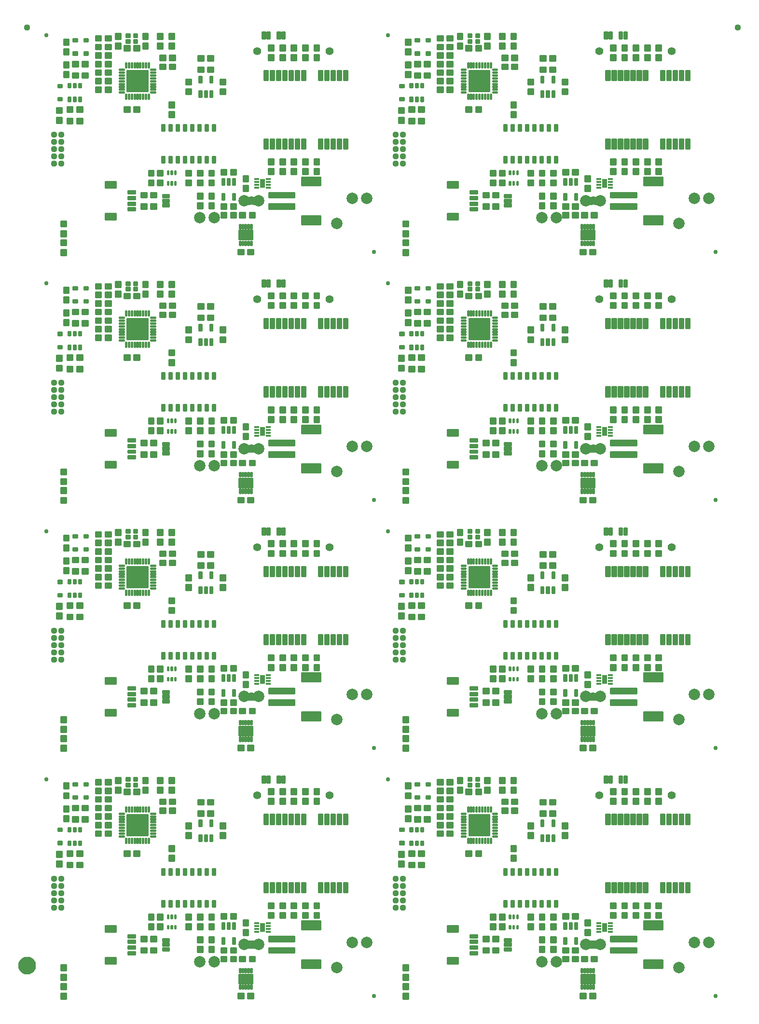
<source format=gbs>
G04 EAGLE Gerber RS-274X export*
G75*
%MOMM*%
%FSLAX34Y34*%
%LPD*%
%INSoldermask Bottom*%
%IPPOS*%
%AMOC8*
5,1,8,0,0,1.08239X$1,22.5*%
G01*
%ADD10C,0.762000*%
%ADD11C,0.225400*%
%ADD12C,0.223409*%
%ADD13C,0.225369*%
%ADD14C,0.230578*%
%ADD15R,0.840000X0.440000*%
%ADD16R,0.940000X1.520000*%
%ADD17C,2.006600*%
%ADD18C,0.224509*%
%ADD19C,0.228600*%
%ADD20C,0.228959*%
%ADD21C,0.237509*%
%ADD22C,0.227100*%
%ADD23C,0.231559*%
%ADD24C,0.227919*%
%ADD25C,0.229619*%
%ADD26C,0.225588*%
%ADD27C,1.127000*%
%ADD28C,0.231750*%
%ADD29C,1.397000*%
%ADD30C,1.270000*%
%ADD31C,1.627000*%

G36*
X969545Y1398003D02*
X969545Y1398003D01*
X969611Y1398005D01*
X969654Y1398023D01*
X969701Y1398031D01*
X969758Y1398065D01*
X969818Y1398089D01*
X969853Y1398121D01*
X969894Y1398145D01*
X969936Y1398196D01*
X969984Y1398241D01*
X970006Y1398283D01*
X970035Y1398320D01*
X970056Y1398382D01*
X970087Y1398440D01*
X970095Y1398495D01*
X970107Y1398532D01*
X970106Y1398571D01*
X970114Y1398626D01*
X970114Y1411834D01*
X970103Y1411899D01*
X970101Y1411964D01*
X970083Y1412008D01*
X970075Y1412055D01*
X970041Y1412111D01*
X970016Y1412172D01*
X969985Y1412207D01*
X969960Y1412248D01*
X969909Y1412289D01*
X969865Y1412338D01*
X969823Y1412359D01*
X969786Y1412389D01*
X969724Y1412410D01*
X969665Y1412440D01*
X969611Y1412449D01*
X969574Y1412461D01*
X969534Y1412460D01*
X969480Y1412468D01*
X965670Y1412468D01*
X965605Y1412456D01*
X965539Y1412454D01*
X965496Y1412437D01*
X965449Y1412428D01*
X965392Y1412395D01*
X965332Y1412370D01*
X965297Y1412338D01*
X965256Y1412314D01*
X965215Y1412263D01*
X965166Y1412219D01*
X965144Y1412177D01*
X965115Y1412140D01*
X965094Y1412078D01*
X965063Y1412019D01*
X965055Y1411965D01*
X965043Y1411928D01*
X965044Y1411888D01*
X965036Y1411834D01*
X965036Y1398626D01*
X965047Y1398561D01*
X965049Y1398495D01*
X965067Y1398452D01*
X965075Y1398405D01*
X965109Y1398348D01*
X965134Y1398287D01*
X965165Y1398253D01*
X965190Y1398212D01*
X965241Y1398170D01*
X965285Y1398122D01*
X965327Y1398100D01*
X965364Y1398070D01*
X965426Y1398049D01*
X965485Y1398019D01*
X965539Y1398011D01*
X965576Y1397999D01*
X965616Y1398000D01*
X965670Y1397992D01*
X969480Y1397992D01*
X969545Y1398003D01*
G37*
G36*
X369470Y1398003D02*
X369470Y1398003D01*
X369536Y1398005D01*
X369579Y1398023D01*
X369626Y1398031D01*
X369683Y1398065D01*
X369743Y1398089D01*
X369778Y1398121D01*
X369819Y1398145D01*
X369861Y1398196D01*
X369909Y1398241D01*
X369931Y1398283D01*
X369960Y1398320D01*
X369981Y1398382D01*
X370012Y1398440D01*
X370020Y1398495D01*
X370032Y1398532D01*
X370031Y1398571D01*
X370039Y1398626D01*
X370039Y1411834D01*
X370028Y1411899D01*
X370026Y1411964D01*
X370008Y1412008D01*
X370000Y1412055D01*
X369966Y1412111D01*
X369941Y1412172D01*
X369910Y1412207D01*
X369885Y1412248D01*
X369834Y1412289D01*
X369790Y1412338D01*
X369748Y1412359D01*
X369711Y1412389D01*
X369649Y1412410D01*
X369590Y1412440D01*
X369536Y1412449D01*
X369499Y1412461D01*
X369459Y1412460D01*
X369405Y1412468D01*
X365595Y1412468D01*
X365530Y1412456D01*
X365464Y1412454D01*
X365421Y1412437D01*
X365374Y1412428D01*
X365317Y1412395D01*
X365257Y1412370D01*
X365222Y1412338D01*
X365181Y1412314D01*
X365140Y1412263D01*
X365091Y1412219D01*
X365069Y1412177D01*
X365040Y1412140D01*
X365019Y1412078D01*
X364988Y1412019D01*
X364980Y1411965D01*
X364968Y1411928D01*
X364969Y1411888D01*
X364961Y1411834D01*
X364961Y1398626D01*
X364972Y1398561D01*
X364974Y1398495D01*
X364992Y1398452D01*
X365000Y1398405D01*
X365034Y1398348D01*
X365059Y1398287D01*
X365090Y1398253D01*
X365115Y1398212D01*
X365166Y1398170D01*
X365210Y1398122D01*
X365252Y1398100D01*
X365289Y1398070D01*
X365351Y1398049D01*
X365410Y1398019D01*
X365464Y1398011D01*
X365501Y1397999D01*
X365541Y1398000D01*
X365595Y1397992D01*
X369405Y1397992D01*
X369470Y1398003D01*
G37*
G36*
X969545Y962927D02*
X969545Y962927D01*
X969611Y962929D01*
X969654Y962946D01*
X969701Y962955D01*
X969758Y962988D01*
X969818Y963013D01*
X969853Y963045D01*
X969894Y963069D01*
X969936Y963120D01*
X969984Y963164D01*
X970006Y963206D01*
X970035Y963243D01*
X970056Y963305D01*
X970087Y963364D01*
X970095Y963418D01*
X970107Y963455D01*
X970106Y963495D01*
X970114Y963549D01*
X970114Y976757D01*
X970103Y976822D01*
X970101Y976888D01*
X970083Y976931D01*
X970075Y976978D01*
X970041Y977035D01*
X970016Y977096D01*
X969985Y977131D01*
X969960Y977171D01*
X969909Y977213D01*
X969865Y977261D01*
X969823Y977283D01*
X969786Y977313D01*
X969724Y977334D01*
X969665Y977364D01*
X969611Y977372D01*
X969574Y977384D01*
X969534Y977383D01*
X969480Y977391D01*
X965670Y977391D01*
X965605Y977380D01*
X965539Y977378D01*
X965496Y977360D01*
X965449Y977352D01*
X965392Y977318D01*
X965332Y977294D01*
X965297Y977262D01*
X965256Y977238D01*
X965215Y977187D01*
X965166Y977142D01*
X965144Y977100D01*
X965115Y977063D01*
X965094Y977001D01*
X965063Y976943D01*
X965055Y976888D01*
X965043Y976851D01*
X965044Y976812D01*
X965036Y976757D01*
X965036Y963549D01*
X965047Y963484D01*
X965049Y963419D01*
X965067Y963375D01*
X965075Y963328D01*
X965109Y963272D01*
X965134Y963211D01*
X965165Y963176D01*
X965190Y963135D01*
X965241Y963094D01*
X965285Y963045D01*
X965327Y963024D01*
X965364Y962994D01*
X965426Y962973D01*
X965485Y962943D01*
X965539Y962935D01*
X965576Y962922D01*
X965616Y962923D01*
X965670Y962915D01*
X969480Y962915D01*
X969545Y962927D01*
G37*
G36*
X369470Y962927D02*
X369470Y962927D01*
X369536Y962929D01*
X369579Y962946D01*
X369626Y962955D01*
X369683Y962988D01*
X369743Y963013D01*
X369778Y963045D01*
X369819Y963069D01*
X369861Y963120D01*
X369909Y963164D01*
X369931Y963206D01*
X369960Y963243D01*
X369981Y963305D01*
X370012Y963364D01*
X370020Y963418D01*
X370032Y963455D01*
X370031Y963495D01*
X370039Y963549D01*
X370039Y976757D01*
X370028Y976822D01*
X370026Y976888D01*
X370008Y976931D01*
X370000Y976978D01*
X369966Y977035D01*
X369941Y977096D01*
X369910Y977131D01*
X369885Y977171D01*
X369834Y977213D01*
X369790Y977261D01*
X369748Y977283D01*
X369711Y977313D01*
X369649Y977334D01*
X369590Y977364D01*
X369536Y977372D01*
X369499Y977384D01*
X369459Y977383D01*
X369405Y977391D01*
X365595Y977391D01*
X365530Y977380D01*
X365464Y977378D01*
X365421Y977360D01*
X365374Y977352D01*
X365317Y977318D01*
X365257Y977294D01*
X365222Y977262D01*
X365181Y977238D01*
X365140Y977187D01*
X365091Y977142D01*
X365069Y977100D01*
X365040Y977063D01*
X365019Y977001D01*
X364988Y976943D01*
X364980Y976888D01*
X364968Y976851D01*
X364969Y976812D01*
X364961Y976757D01*
X364961Y963549D01*
X364972Y963484D01*
X364974Y963419D01*
X364992Y963375D01*
X365000Y963328D01*
X365034Y963272D01*
X365059Y963211D01*
X365090Y963176D01*
X365115Y963135D01*
X365166Y963094D01*
X365210Y963045D01*
X365252Y963024D01*
X365289Y962994D01*
X365351Y962973D01*
X365410Y962943D01*
X365464Y962935D01*
X365501Y962922D01*
X365541Y962923D01*
X365595Y962915D01*
X369405Y962915D01*
X369470Y962927D01*
G37*
G36*
X969545Y527850D02*
X969545Y527850D01*
X969611Y527852D01*
X969654Y527870D01*
X969701Y527878D01*
X969758Y527912D01*
X969818Y527936D01*
X969853Y527968D01*
X969894Y527992D01*
X969936Y528043D01*
X969984Y528088D01*
X970006Y528130D01*
X970035Y528166D01*
X970056Y528229D01*
X970087Y528287D01*
X970095Y528342D01*
X970107Y528379D01*
X970106Y528418D01*
X970114Y528473D01*
X970114Y541681D01*
X970103Y541745D01*
X970101Y541811D01*
X970083Y541855D01*
X970075Y541901D01*
X970041Y541958D01*
X970016Y542019D01*
X969985Y542054D01*
X969960Y542095D01*
X969909Y542136D01*
X969865Y542185D01*
X969823Y542206D01*
X969786Y542236D01*
X969724Y542257D01*
X969665Y542287D01*
X969611Y542295D01*
X969574Y542308D01*
X969534Y542307D01*
X969480Y542315D01*
X965670Y542315D01*
X965605Y542303D01*
X965539Y542301D01*
X965496Y542284D01*
X965449Y542275D01*
X965392Y542242D01*
X965332Y542217D01*
X965297Y542185D01*
X965256Y542161D01*
X965215Y542110D01*
X965166Y542066D01*
X965144Y542024D01*
X965115Y541987D01*
X965094Y541925D01*
X965063Y541866D01*
X965055Y541812D01*
X965043Y541774D01*
X965044Y541735D01*
X965036Y541681D01*
X965036Y528473D01*
X965047Y528408D01*
X965049Y528342D01*
X965067Y528298D01*
X965075Y528252D01*
X965109Y528195D01*
X965134Y528134D01*
X965165Y528099D01*
X965190Y528059D01*
X965241Y528017D01*
X965285Y527969D01*
X965327Y527947D01*
X965364Y527917D01*
X965426Y527896D01*
X965485Y527866D01*
X965539Y527858D01*
X965576Y527845D01*
X965616Y527846D01*
X965670Y527838D01*
X969480Y527838D01*
X969545Y527850D01*
G37*
G36*
X369470Y527850D02*
X369470Y527850D01*
X369536Y527852D01*
X369579Y527870D01*
X369626Y527878D01*
X369683Y527912D01*
X369743Y527936D01*
X369778Y527968D01*
X369819Y527992D01*
X369861Y528043D01*
X369909Y528088D01*
X369931Y528130D01*
X369960Y528166D01*
X369981Y528229D01*
X370012Y528287D01*
X370020Y528342D01*
X370032Y528379D01*
X370031Y528418D01*
X370039Y528473D01*
X370039Y541681D01*
X370028Y541745D01*
X370026Y541811D01*
X370008Y541855D01*
X370000Y541901D01*
X369966Y541958D01*
X369941Y542019D01*
X369910Y542054D01*
X369885Y542095D01*
X369834Y542136D01*
X369790Y542185D01*
X369748Y542206D01*
X369711Y542236D01*
X369649Y542257D01*
X369590Y542287D01*
X369536Y542295D01*
X369499Y542308D01*
X369459Y542307D01*
X369405Y542315D01*
X365595Y542315D01*
X365530Y542303D01*
X365464Y542301D01*
X365421Y542284D01*
X365374Y542275D01*
X365317Y542242D01*
X365257Y542217D01*
X365222Y542185D01*
X365181Y542161D01*
X365140Y542110D01*
X365091Y542066D01*
X365069Y542024D01*
X365040Y541987D01*
X365019Y541925D01*
X364988Y541866D01*
X364980Y541812D01*
X364968Y541774D01*
X364969Y541735D01*
X364961Y541681D01*
X364961Y528473D01*
X364972Y528408D01*
X364974Y528342D01*
X364992Y528298D01*
X365000Y528252D01*
X365034Y528195D01*
X365059Y528134D01*
X365090Y528099D01*
X365115Y528059D01*
X365166Y528017D01*
X365210Y527969D01*
X365252Y527947D01*
X365289Y527917D01*
X365351Y527896D01*
X365410Y527866D01*
X365464Y527858D01*
X365501Y527845D01*
X365541Y527846D01*
X365595Y527838D01*
X369405Y527838D01*
X369470Y527850D01*
G37*
G36*
X969545Y92773D02*
X969545Y92773D01*
X969611Y92775D01*
X969654Y92793D01*
X969701Y92801D01*
X969758Y92835D01*
X969818Y92860D01*
X969853Y92891D01*
X969894Y92916D01*
X969936Y92967D01*
X969984Y93011D01*
X970006Y93053D01*
X970035Y93090D01*
X970056Y93152D01*
X970087Y93211D01*
X970095Y93265D01*
X970107Y93302D01*
X970106Y93342D01*
X970114Y93396D01*
X970114Y106604D01*
X970103Y106669D01*
X970101Y106735D01*
X970083Y106778D01*
X970075Y106825D01*
X970041Y106882D01*
X970016Y106942D01*
X969985Y106977D01*
X969960Y107018D01*
X969909Y107060D01*
X969865Y107108D01*
X969823Y107130D01*
X969786Y107159D01*
X969724Y107180D01*
X969665Y107211D01*
X969611Y107219D01*
X969574Y107231D01*
X969534Y107230D01*
X969480Y107238D01*
X965670Y107238D01*
X965605Y107227D01*
X965539Y107225D01*
X965496Y107207D01*
X965449Y107199D01*
X965392Y107165D01*
X965332Y107140D01*
X965297Y107109D01*
X965256Y107084D01*
X965215Y107033D01*
X965166Y106989D01*
X965144Y106947D01*
X965115Y106910D01*
X965094Y106848D01*
X965063Y106789D01*
X965055Y106735D01*
X965043Y106698D01*
X965044Y106658D01*
X965036Y106604D01*
X965036Y93396D01*
X965047Y93331D01*
X965049Y93265D01*
X965067Y93222D01*
X965075Y93175D01*
X965109Y93118D01*
X965134Y93058D01*
X965165Y93023D01*
X965190Y92982D01*
X965241Y92941D01*
X965285Y92892D01*
X965327Y92870D01*
X965364Y92841D01*
X965426Y92820D01*
X965485Y92789D01*
X965539Y92781D01*
X965576Y92769D01*
X965616Y92770D01*
X965670Y92762D01*
X969480Y92762D01*
X969545Y92773D01*
G37*
G36*
X369470Y92773D02*
X369470Y92773D01*
X369536Y92775D01*
X369579Y92793D01*
X369626Y92801D01*
X369683Y92835D01*
X369743Y92860D01*
X369778Y92891D01*
X369819Y92916D01*
X369861Y92967D01*
X369909Y93011D01*
X369931Y93053D01*
X369960Y93090D01*
X369981Y93152D01*
X370012Y93211D01*
X370020Y93265D01*
X370032Y93302D01*
X370031Y93342D01*
X370039Y93396D01*
X370039Y106604D01*
X370028Y106669D01*
X370026Y106735D01*
X370008Y106778D01*
X370000Y106825D01*
X369966Y106882D01*
X369941Y106942D01*
X369910Y106977D01*
X369885Y107018D01*
X369834Y107060D01*
X369790Y107108D01*
X369748Y107130D01*
X369711Y107159D01*
X369649Y107180D01*
X369590Y107211D01*
X369536Y107219D01*
X369499Y107231D01*
X369459Y107230D01*
X369405Y107238D01*
X365595Y107238D01*
X365530Y107227D01*
X365464Y107225D01*
X365421Y107207D01*
X365374Y107199D01*
X365317Y107165D01*
X365257Y107140D01*
X365222Y107109D01*
X365181Y107084D01*
X365140Y107033D01*
X365091Y106989D01*
X365069Y106947D01*
X365040Y106910D01*
X365019Y106848D01*
X364988Y106789D01*
X364980Y106735D01*
X364968Y106698D01*
X364969Y106658D01*
X364961Y106604D01*
X364961Y93396D01*
X364972Y93331D01*
X364974Y93265D01*
X364992Y93222D01*
X365000Y93175D01*
X365034Y93118D01*
X365059Y93058D01*
X365090Y93023D01*
X365115Y92982D01*
X365166Y92941D01*
X365210Y92892D01*
X365252Y92870D01*
X365289Y92841D01*
X365351Y92820D01*
X365410Y92789D01*
X365464Y92781D01*
X365501Y92769D01*
X365541Y92770D01*
X365595Y92762D01*
X369405Y92762D01*
X369470Y92773D01*
G37*
D10*
X582500Y10000D03*
X7500Y390000D03*
D11*
X302008Y96508D02*
X302008Y86492D01*
X292992Y86492D01*
X292992Y96508D01*
X302008Y96508D01*
X302008Y88633D02*
X292992Y88633D01*
X292992Y90774D02*
X302008Y90774D01*
X302008Y92915D02*
X292992Y92915D01*
X292992Y95056D02*
X302008Y95056D01*
X302008Y103492D02*
X302008Y113508D01*
X302008Y103492D02*
X292992Y103492D01*
X292992Y113508D01*
X302008Y113508D01*
X302008Y105633D02*
X292992Y105633D01*
X292992Y107774D02*
X302008Y107774D01*
X302008Y109915D02*
X292992Y109915D01*
X292992Y112056D02*
X302008Y112056D01*
X272992Y113508D02*
X272992Y103492D01*
X272992Y113508D02*
X282008Y113508D01*
X282008Y103492D01*
X272992Y103492D01*
X272992Y105633D02*
X282008Y105633D01*
X282008Y107774D02*
X272992Y107774D01*
X272992Y109915D02*
X282008Y109915D01*
X282008Y112056D02*
X272992Y112056D01*
X272992Y96508D02*
X272992Y86492D01*
X272992Y96508D02*
X282008Y96508D01*
X282008Y86492D01*
X272992Y86492D01*
X272992Y88633D02*
X282008Y88633D01*
X282008Y90774D02*
X272992Y90774D01*
X272992Y92915D02*
X282008Y92915D01*
X282008Y95056D02*
X272992Y95056D01*
D12*
X315732Y127483D02*
X320268Y127483D01*
X315732Y127483D02*
X315732Y138519D01*
X320268Y138519D01*
X320268Y127483D01*
X320268Y129605D02*
X315732Y129605D01*
X315732Y131727D02*
X320268Y131727D01*
X320268Y133849D02*
X315732Y133849D01*
X315732Y135971D02*
X320268Y135971D01*
X320268Y138093D02*
X315732Y138093D01*
X325232Y127483D02*
X329768Y127483D01*
X325232Y127483D02*
X325232Y138519D01*
X329768Y138519D01*
X329768Y127483D01*
X329768Y129605D02*
X325232Y129605D01*
X325232Y131727D02*
X329768Y131727D01*
X329768Y133849D02*
X325232Y133849D01*
X325232Y135971D02*
X329768Y135971D01*
X329768Y138093D02*
X325232Y138093D01*
X334732Y127483D02*
X339268Y127483D01*
X334732Y127483D02*
X334732Y138519D01*
X339268Y138519D01*
X339268Y127483D01*
X339268Y129605D02*
X334732Y129605D01*
X334732Y131727D02*
X339268Y131727D01*
X339268Y133849D02*
X334732Y133849D01*
X334732Y135971D02*
X339268Y135971D01*
X339268Y138093D02*
X334732Y138093D01*
X334732Y101481D02*
X339268Y101481D01*
X334732Y101481D02*
X334732Y112517D01*
X339268Y112517D01*
X339268Y101481D01*
X339268Y103603D02*
X334732Y103603D01*
X334732Y105725D02*
X339268Y105725D01*
X339268Y107847D02*
X334732Y107847D01*
X334732Y109969D02*
X339268Y109969D01*
X339268Y112091D02*
X334732Y112091D01*
X320268Y101481D02*
X315732Y101481D01*
X315732Y112517D01*
X320268Y112517D01*
X320268Y101481D01*
X320268Y103603D02*
X315732Y103603D01*
X315732Y105725D02*
X320268Y105725D01*
X320268Y107847D02*
X315732Y107847D01*
X315732Y109969D02*
X320268Y109969D01*
X320268Y112091D02*
X315732Y112091D01*
D11*
X330992Y154508D02*
X341008Y154508D01*
X341008Y145492D01*
X330992Y145492D01*
X330992Y154508D01*
X330992Y147633D02*
X341008Y147633D01*
X341008Y149774D02*
X330992Y149774D01*
X330992Y151915D02*
X341008Y151915D01*
X341008Y154056D02*
X330992Y154056D01*
X324008Y154508D02*
X313992Y154508D01*
X324008Y154508D02*
X324008Y145492D01*
X313992Y145492D01*
X313992Y154508D01*
X313992Y147633D02*
X324008Y147633D01*
X324008Y149774D02*
X313992Y149774D01*
X313992Y151915D02*
X324008Y151915D01*
X324008Y154056D02*
X313992Y154056D01*
X282008Y136508D02*
X282008Y126492D01*
X272992Y126492D01*
X272992Y136508D01*
X282008Y136508D01*
X282008Y128633D02*
X272992Y128633D01*
X272992Y130774D02*
X282008Y130774D01*
X282008Y132915D02*
X272992Y132915D01*
X272992Y135056D02*
X282008Y135056D01*
X282008Y143492D02*
X282008Y153508D01*
X282008Y143492D02*
X272992Y143492D01*
X272992Y153508D01*
X282008Y153508D01*
X282008Y145633D02*
X272992Y145633D01*
X272992Y147774D02*
X282008Y147774D01*
X282008Y149915D02*
X272992Y149915D01*
X272992Y152056D02*
X282008Y152056D01*
X302008Y136508D02*
X302008Y126492D01*
X292992Y126492D01*
X292992Y136508D01*
X302008Y136508D01*
X302008Y128633D02*
X292992Y128633D01*
X292992Y130774D02*
X302008Y130774D01*
X302008Y132915D02*
X292992Y132915D01*
X292992Y135056D02*
X302008Y135056D01*
X302008Y143492D02*
X302008Y153508D01*
X302008Y143492D02*
X292992Y143492D01*
X292992Y153508D01*
X302008Y153508D01*
X302008Y145633D02*
X292992Y145633D01*
X292992Y147774D02*
X302008Y147774D01*
X302008Y149915D02*
X292992Y149915D01*
X292992Y152056D02*
X302008Y152056D01*
X186992Y153508D02*
X186992Y143492D01*
X186992Y153508D02*
X196008Y153508D01*
X196008Y143492D01*
X186992Y143492D01*
X186992Y145633D02*
X196008Y145633D01*
X196008Y147774D02*
X186992Y147774D01*
X186992Y149915D02*
X196008Y149915D01*
X196008Y152056D02*
X186992Y152056D01*
X186992Y136508D02*
X186992Y126492D01*
X186992Y136508D02*
X196008Y136508D01*
X196008Y126492D01*
X186992Y126492D01*
X186992Y128633D02*
X196008Y128633D01*
X196008Y130774D02*
X186992Y130774D01*
X186992Y132915D02*
X196008Y132915D01*
X196008Y135056D02*
X186992Y135056D01*
D13*
X210542Y222492D02*
X215558Y222492D01*
X210542Y222492D02*
X210542Y233508D01*
X215558Y233508D01*
X215558Y222492D01*
X215558Y224633D02*
X210542Y224633D01*
X210542Y226774D02*
X215558Y226774D01*
X215558Y228915D02*
X210542Y228915D01*
X210542Y231056D02*
X215558Y231056D01*
X215558Y233197D02*
X210542Y233197D01*
X223242Y222492D02*
X228258Y222492D01*
X223242Y222492D02*
X223242Y233508D01*
X228258Y233508D01*
X228258Y222492D01*
X228258Y224633D02*
X223242Y224633D01*
X223242Y226774D02*
X228258Y226774D01*
X228258Y228915D02*
X223242Y228915D01*
X223242Y231056D02*
X228258Y231056D01*
X228258Y233197D02*
X223242Y233197D01*
X235942Y222492D02*
X240958Y222492D01*
X235942Y222492D02*
X235942Y233508D01*
X240958Y233508D01*
X240958Y222492D01*
X240958Y224633D02*
X235942Y224633D01*
X235942Y226774D02*
X240958Y226774D01*
X240958Y228915D02*
X235942Y228915D01*
X235942Y231056D02*
X240958Y231056D01*
X240958Y233197D02*
X235942Y233197D01*
X248642Y222492D02*
X253658Y222492D01*
X248642Y222492D02*
X248642Y233508D01*
X253658Y233508D01*
X253658Y222492D01*
X253658Y224633D02*
X248642Y224633D01*
X248642Y226774D02*
X253658Y226774D01*
X253658Y228915D02*
X248642Y228915D01*
X248642Y231056D02*
X253658Y231056D01*
X253658Y233197D02*
X248642Y233197D01*
X261342Y222492D02*
X266358Y222492D01*
X261342Y222492D02*
X261342Y233508D01*
X266358Y233508D01*
X266358Y222492D01*
X266358Y224633D02*
X261342Y224633D01*
X261342Y226774D02*
X266358Y226774D01*
X266358Y228915D02*
X261342Y228915D01*
X261342Y231056D02*
X266358Y231056D01*
X266358Y233197D02*
X261342Y233197D01*
X274042Y222492D02*
X279058Y222492D01*
X274042Y222492D02*
X274042Y233508D01*
X279058Y233508D01*
X279058Y222492D01*
X279058Y224633D02*
X274042Y224633D01*
X274042Y226774D02*
X279058Y226774D01*
X279058Y228915D02*
X274042Y228915D01*
X274042Y231056D02*
X279058Y231056D01*
X279058Y233197D02*
X274042Y233197D01*
X286742Y222492D02*
X291758Y222492D01*
X286742Y222492D02*
X286742Y233508D01*
X291758Y233508D01*
X291758Y222492D01*
X291758Y224633D02*
X286742Y224633D01*
X286742Y226774D02*
X291758Y226774D01*
X291758Y228915D02*
X286742Y228915D01*
X286742Y231056D02*
X291758Y231056D01*
X291758Y233197D02*
X286742Y233197D01*
X299442Y222492D02*
X304458Y222492D01*
X299442Y222492D02*
X299442Y233508D01*
X304458Y233508D01*
X304458Y222492D01*
X304458Y224633D02*
X299442Y224633D01*
X299442Y226774D02*
X304458Y226774D01*
X304458Y228915D02*
X299442Y228915D01*
X299442Y231056D02*
X304458Y231056D01*
X304458Y233197D02*
X299442Y233197D01*
X299442Y166492D02*
X304458Y166492D01*
X299442Y166492D02*
X299442Y177508D01*
X304458Y177508D01*
X304458Y166492D01*
X304458Y168633D02*
X299442Y168633D01*
X299442Y170774D02*
X304458Y170774D01*
X304458Y172915D02*
X299442Y172915D01*
X299442Y175056D02*
X304458Y175056D01*
X304458Y177197D02*
X299442Y177197D01*
X291758Y166492D02*
X286742Y166492D01*
X286742Y177508D01*
X291758Y177508D01*
X291758Y166492D01*
X291758Y168633D02*
X286742Y168633D01*
X286742Y170774D02*
X291758Y170774D01*
X291758Y172915D02*
X286742Y172915D01*
X286742Y175056D02*
X291758Y175056D01*
X291758Y177197D02*
X286742Y177197D01*
X279058Y166492D02*
X274042Y166492D01*
X274042Y177508D01*
X279058Y177508D01*
X279058Y166492D01*
X279058Y168633D02*
X274042Y168633D01*
X274042Y170774D02*
X279058Y170774D01*
X279058Y172915D02*
X274042Y172915D01*
X274042Y175056D02*
X279058Y175056D01*
X279058Y177197D02*
X274042Y177197D01*
X266358Y166492D02*
X261342Y166492D01*
X261342Y177508D01*
X266358Y177508D01*
X266358Y166492D01*
X266358Y168633D02*
X261342Y168633D01*
X261342Y170774D02*
X266358Y170774D01*
X266358Y172915D02*
X261342Y172915D01*
X261342Y175056D02*
X266358Y175056D01*
X266358Y177197D02*
X261342Y177197D01*
X253658Y166492D02*
X248642Y166492D01*
X248642Y177508D01*
X253658Y177508D01*
X253658Y166492D01*
X253658Y168633D02*
X248642Y168633D01*
X248642Y170774D02*
X253658Y170774D01*
X253658Y172915D02*
X248642Y172915D01*
X248642Y175056D02*
X253658Y175056D01*
X253658Y177197D02*
X248642Y177197D01*
X240958Y166492D02*
X235942Y166492D01*
X235942Y177508D01*
X240958Y177508D01*
X240958Y166492D01*
X240958Y168633D02*
X235942Y168633D01*
X235942Y170774D02*
X240958Y170774D01*
X240958Y172915D02*
X235942Y172915D01*
X235942Y175056D02*
X240958Y175056D01*
X240958Y177197D02*
X235942Y177197D01*
X228258Y166492D02*
X223242Y166492D01*
X223242Y177508D01*
X228258Y177508D01*
X228258Y166492D01*
X228258Y168633D02*
X223242Y168633D01*
X223242Y170774D02*
X228258Y170774D01*
X228258Y172915D02*
X223242Y172915D01*
X223242Y175056D02*
X228258Y175056D01*
X228258Y177197D02*
X223242Y177197D01*
X215558Y166492D02*
X210542Y166492D01*
X210542Y177508D01*
X215558Y177508D01*
X215558Y166492D01*
X215558Y168633D02*
X210542Y168633D01*
X210542Y170774D02*
X215558Y170774D01*
X215558Y172915D02*
X210542Y172915D01*
X210542Y175056D02*
X215558Y175056D01*
X215558Y177197D02*
X210542Y177197D01*
D11*
X262008Y136508D02*
X262008Y126492D01*
X252992Y126492D01*
X252992Y136508D01*
X262008Y136508D01*
X262008Y128633D02*
X252992Y128633D01*
X252992Y130774D02*
X262008Y130774D01*
X262008Y132915D02*
X252992Y132915D01*
X252992Y135056D02*
X262008Y135056D01*
X262008Y143492D02*
X262008Y153508D01*
X262008Y143492D02*
X252992Y143492D01*
X252992Y153508D01*
X262008Y153508D01*
X262008Y145633D02*
X252992Y145633D01*
X252992Y147774D02*
X262008Y147774D01*
X262008Y149915D02*
X252992Y149915D01*
X252992Y152056D02*
X262008Y152056D01*
X202992Y153508D02*
X202992Y143492D01*
X202992Y153508D02*
X212008Y153508D01*
X212008Y143492D01*
X202992Y143492D01*
X202992Y145633D02*
X212008Y145633D01*
X212008Y147774D02*
X202992Y147774D01*
X202992Y149915D02*
X212008Y149915D01*
X212008Y152056D02*
X202992Y152056D01*
X202992Y136508D02*
X202992Y126492D01*
X202992Y136508D02*
X212008Y136508D01*
X212008Y126492D01*
X202992Y126492D01*
X202992Y128633D02*
X212008Y128633D01*
X212008Y130774D02*
X202992Y130774D01*
X202992Y132915D02*
X212008Y132915D01*
X212008Y135056D02*
X202992Y135056D01*
D14*
X220018Y151982D02*
X221982Y151982D01*
X221982Y146418D01*
X220018Y146418D01*
X220018Y151982D01*
X220018Y148609D02*
X221982Y148609D01*
X221982Y150800D02*
X220018Y150800D01*
X226518Y128018D02*
X228482Y128018D01*
X226518Y128018D02*
X226518Y133582D01*
X228482Y133582D01*
X228482Y128018D01*
X228482Y130209D02*
X226518Y130209D01*
X226518Y132400D02*
X228482Y132400D01*
X233018Y128018D02*
X234982Y128018D01*
X233018Y128018D02*
X233018Y133582D01*
X234982Y133582D01*
X234982Y128018D01*
X234982Y130209D02*
X233018Y130209D01*
X233018Y132400D02*
X234982Y132400D01*
X221982Y128018D02*
X220018Y128018D01*
X220018Y133582D01*
X221982Y133582D01*
X221982Y128018D01*
X221982Y130209D02*
X220018Y130209D01*
X220018Y132400D02*
X221982Y132400D01*
X226518Y151982D02*
X228482Y151982D01*
X228482Y146418D01*
X226518Y146418D01*
X226518Y151982D01*
X226518Y148609D02*
X228482Y148609D01*
X228482Y150800D02*
X226518Y150800D01*
X233018Y151982D02*
X234982Y151982D01*
X234982Y146418D01*
X233018Y146418D01*
X233018Y151982D01*
X233018Y148609D02*
X234982Y148609D01*
X234982Y150800D02*
X233018Y150800D01*
D11*
X232008Y246492D02*
X232008Y256508D01*
X232008Y246492D02*
X222992Y246492D01*
X222992Y256508D01*
X232008Y256508D01*
X232008Y248633D02*
X222992Y248633D01*
X222992Y250774D02*
X232008Y250774D01*
X232008Y252915D02*
X222992Y252915D01*
X222992Y255056D02*
X232008Y255056D01*
X232008Y263492D02*
X232008Y273508D01*
X232008Y263492D02*
X222992Y263492D01*
X222992Y273508D01*
X232008Y273508D01*
X232008Y265633D02*
X222992Y265633D01*
X222992Y267774D02*
X232008Y267774D01*
X232008Y269915D02*
X222992Y269915D01*
X222992Y272056D02*
X232008Y272056D01*
D15*
X397400Y122500D03*
X397400Y127500D03*
X397400Y132500D03*
X397400Y137500D03*
X377400Y137500D03*
X377400Y132500D03*
X377400Y127500D03*
X377400Y122500D03*
D16*
X387500Y130000D03*
D11*
X362008Y126508D02*
X362008Y116492D01*
X352992Y116492D01*
X352992Y126508D01*
X362008Y126508D01*
X362008Y118633D02*
X352992Y118633D01*
X352992Y120774D02*
X362008Y120774D01*
X362008Y122915D02*
X352992Y122915D01*
X352992Y125056D02*
X362008Y125056D01*
X362008Y133492D02*
X362008Y143508D01*
X362008Y133492D02*
X352992Y133492D01*
X352992Y143508D01*
X362008Y143508D01*
X362008Y135633D02*
X352992Y135633D01*
X352992Y137774D02*
X362008Y137774D01*
X362008Y139915D02*
X352992Y139915D01*
X352992Y142056D02*
X362008Y142056D01*
D17*
X277500Y70000D03*
X302900Y70000D03*
D11*
X313992Y70492D02*
X324008Y70492D01*
X313992Y70492D02*
X313992Y79508D01*
X324008Y79508D01*
X324008Y70492D01*
X324008Y72633D02*
X313992Y72633D01*
X313992Y74774D02*
X324008Y74774D01*
X324008Y76915D02*
X313992Y76915D01*
X313992Y79056D02*
X324008Y79056D01*
X330992Y70492D02*
X341008Y70492D01*
X330992Y70492D02*
X330992Y79508D01*
X341008Y79508D01*
X341008Y70492D01*
X341008Y72633D02*
X330992Y72633D01*
X330992Y74774D02*
X341008Y74774D01*
X341008Y76915D02*
X330992Y76915D01*
X330992Y79056D02*
X341008Y79056D01*
X363992Y79508D02*
X374008Y79508D01*
X374008Y70492D01*
X363992Y70492D01*
X363992Y79508D01*
X363992Y72633D02*
X374008Y72633D01*
X374008Y74774D02*
X363992Y74774D01*
X363992Y76915D02*
X374008Y76915D01*
X374008Y79056D02*
X363992Y79056D01*
X357008Y79508D02*
X346992Y79508D01*
X357008Y79508D02*
X357008Y70492D01*
X346992Y70492D01*
X346992Y79508D01*
X346992Y72633D02*
X357008Y72633D01*
X357008Y74774D02*
X346992Y74774D01*
X346992Y76915D02*
X357008Y76915D01*
X357008Y79056D02*
X346992Y79056D01*
X360992Y14508D02*
X371008Y14508D01*
X371008Y5492D01*
X360992Y5492D01*
X360992Y14508D01*
X360992Y7633D02*
X371008Y7633D01*
X371008Y9774D02*
X360992Y9774D01*
X360992Y11915D02*
X371008Y11915D01*
X371008Y14056D02*
X360992Y14056D01*
X354008Y14508D02*
X343992Y14508D01*
X354008Y14508D02*
X354008Y5492D01*
X343992Y5492D01*
X343992Y14508D01*
X343992Y7633D02*
X354008Y7633D01*
X354008Y9774D02*
X343992Y9774D01*
X343992Y11915D02*
X354008Y11915D01*
X354008Y14056D02*
X343992Y14056D01*
X443008Y85492D02*
X443008Y94508D01*
X443008Y85492D02*
X397992Y85492D01*
X397992Y94508D01*
X443008Y94508D01*
X443008Y87633D02*
X397992Y87633D01*
X397992Y89774D02*
X443008Y89774D01*
X443008Y91915D02*
X397992Y91915D01*
X397992Y94056D02*
X443008Y94056D01*
X443008Y105492D02*
X443008Y114508D01*
X443008Y105492D02*
X397992Y105492D01*
X397992Y114508D01*
X443008Y114508D01*
X443008Y107633D02*
X397992Y107633D01*
X397992Y109774D02*
X443008Y109774D01*
X443008Y111915D02*
X397992Y111915D01*
X397992Y114056D02*
X443008Y114056D01*
D18*
X455987Y58487D02*
X489013Y58487D01*
X455987Y58487D02*
X455987Y73513D01*
X489013Y73513D01*
X489013Y58487D01*
X489013Y60620D02*
X455987Y60620D01*
X455987Y62753D02*
X489013Y62753D01*
X489013Y64886D02*
X455987Y64886D01*
X455987Y67019D02*
X489013Y67019D01*
X489013Y69152D02*
X455987Y69152D01*
X455987Y71285D02*
X489013Y71285D01*
X489013Y73418D02*
X455987Y73418D01*
X455987Y126487D02*
X489013Y126487D01*
X455987Y126487D02*
X455987Y141513D01*
X489013Y141513D01*
X489013Y126487D01*
X489013Y128620D02*
X455987Y128620D01*
X455987Y130753D02*
X489013Y130753D01*
X489013Y132886D02*
X455987Y132886D01*
X455987Y135019D02*
X489013Y135019D01*
X489013Y137152D02*
X455987Y137152D01*
X455987Y139285D02*
X489013Y139285D01*
X489013Y141418D02*
X455987Y141418D01*
D19*
X375247Y105842D02*
X369913Y105842D01*
X375247Y105842D02*
X375247Y94158D01*
X369913Y94158D01*
X369913Y105842D01*
X369913Y96330D02*
X375247Y96330D01*
X375247Y98502D02*
X369913Y98502D01*
X369913Y100674D02*
X375247Y100674D01*
X375247Y102846D02*
X369913Y102846D01*
X369913Y105018D02*
X375247Y105018D01*
X365087Y105842D02*
X359753Y105842D01*
X365087Y105842D02*
X365087Y94158D01*
X359753Y94158D01*
X359753Y105842D01*
X359753Y96330D02*
X365087Y96330D01*
X365087Y98502D02*
X359753Y98502D01*
X359753Y100674D02*
X365087Y100674D01*
X365087Y102846D02*
X359753Y102846D01*
X359753Y105018D02*
X365087Y105018D01*
D17*
X380200Y100000D03*
X354800Y100000D03*
D20*
X356260Y22010D02*
X358740Y22010D01*
X356260Y22010D02*
X356260Y28990D01*
X358740Y28990D01*
X358740Y22010D01*
X358740Y24185D02*
X356260Y24185D01*
X356260Y26360D02*
X358740Y26360D01*
X358740Y28535D02*
X356260Y28535D01*
X361260Y22010D02*
X363740Y22010D01*
X361260Y22010D02*
X361260Y28990D01*
X363740Y28990D01*
X363740Y22010D01*
X363740Y24185D02*
X361260Y24185D01*
X361260Y26360D02*
X363740Y26360D01*
X363740Y28535D02*
X361260Y28535D01*
X366260Y22010D02*
X368740Y22010D01*
X366260Y22010D02*
X366260Y28990D01*
X368740Y28990D01*
X368740Y22010D01*
X368740Y24185D02*
X366260Y24185D01*
X366260Y26360D02*
X368740Y26360D01*
X368740Y28535D02*
X366260Y28535D01*
X353740Y22010D02*
X351260Y22010D01*
X351260Y28990D01*
X353740Y28990D01*
X353740Y22010D01*
X353740Y24185D02*
X351260Y24185D01*
X351260Y26360D02*
X353740Y26360D01*
X353740Y28535D02*
X351260Y28535D01*
X348740Y22010D02*
X346260Y22010D01*
X346260Y28990D01*
X348740Y28990D01*
X348740Y22010D01*
X348740Y24185D02*
X346260Y24185D01*
X346260Y26360D02*
X348740Y26360D01*
X348740Y28535D02*
X346260Y28535D01*
X346260Y51010D02*
X348740Y51010D01*
X346260Y51010D02*
X346260Y57990D01*
X348740Y57990D01*
X348740Y51010D01*
X348740Y53185D02*
X346260Y53185D01*
X346260Y55360D02*
X348740Y55360D01*
X348740Y57535D02*
X346260Y57535D01*
X351260Y51010D02*
X353740Y51010D01*
X351260Y51010D02*
X351260Y57990D01*
X353740Y57990D01*
X353740Y51010D01*
X353740Y53185D02*
X351260Y53185D01*
X351260Y55360D02*
X353740Y55360D01*
X353740Y57535D02*
X351260Y57535D01*
X356260Y51010D02*
X358740Y51010D01*
X356260Y51010D02*
X356260Y57990D01*
X358740Y57990D01*
X358740Y51010D01*
X358740Y53185D02*
X356260Y53185D01*
X356260Y55360D02*
X358740Y55360D01*
X358740Y57535D02*
X356260Y57535D01*
X361260Y51010D02*
X363740Y51010D01*
X361260Y51010D02*
X361260Y57990D01*
X363740Y57990D01*
X363740Y51010D01*
X363740Y53185D02*
X361260Y53185D01*
X361260Y55360D02*
X363740Y55360D01*
X363740Y57535D02*
X361260Y57535D01*
X366260Y51010D02*
X368740Y51010D01*
X366260Y51010D02*
X366260Y57990D01*
X368740Y57990D01*
X368740Y51010D01*
X368740Y53185D02*
X366260Y53185D01*
X366260Y55360D02*
X368740Y55360D01*
X368740Y57535D02*
X366260Y57535D01*
D21*
X345552Y47948D02*
X345552Y32052D01*
X345552Y47948D02*
X369448Y47948D01*
X369448Y32052D01*
X345552Y32052D01*
X345552Y34308D02*
X369448Y34308D01*
X369448Y36564D02*
X345552Y36564D01*
X345552Y38820D02*
X369448Y38820D01*
X369448Y41076D02*
X345552Y41076D01*
X345552Y43332D02*
X369448Y43332D01*
X369448Y45588D02*
X345552Y45588D01*
X345552Y47844D02*
X369448Y47844D01*
D11*
X33592Y54492D02*
X33592Y64508D01*
X42608Y64508D01*
X42608Y54492D01*
X33592Y54492D01*
X33592Y56633D02*
X42608Y56633D01*
X42608Y58774D02*
X33592Y58774D01*
X33592Y60915D02*
X42608Y60915D01*
X42608Y63056D02*
X33592Y63056D01*
X33592Y47508D02*
X33592Y37492D01*
X33592Y47508D02*
X42608Y47508D01*
X42608Y37492D01*
X33592Y37492D01*
X33592Y39633D02*
X42608Y39633D01*
X42608Y41774D02*
X33592Y41774D01*
X33592Y43915D02*
X42608Y43915D01*
X42608Y46056D02*
X33592Y46056D01*
X330992Y94508D02*
X341008Y94508D01*
X341008Y85492D01*
X330992Y85492D01*
X330992Y94508D01*
X330992Y87633D02*
X341008Y87633D01*
X341008Y89774D02*
X330992Y89774D01*
X330992Y91915D02*
X341008Y91915D01*
X341008Y94056D02*
X330992Y94056D01*
X324008Y94508D02*
X313992Y94508D01*
X324008Y94508D02*
X324008Y85492D01*
X313992Y85492D01*
X313992Y94508D01*
X313992Y87633D02*
X324008Y87633D01*
X324008Y89774D02*
X313992Y89774D01*
X313992Y91915D02*
X324008Y91915D01*
X324008Y94056D02*
X313992Y94056D01*
X42608Y14508D02*
X42608Y4492D01*
X33592Y4492D01*
X33592Y14508D01*
X42608Y14508D01*
X42608Y6633D02*
X33592Y6633D01*
X33592Y8774D02*
X42608Y8774D01*
X42608Y10915D02*
X33592Y10915D01*
X33592Y13056D02*
X42608Y13056D01*
X42608Y21492D02*
X42608Y31508D01*
X42608Y21492D02*
X33592Y21492D01*
X33592Y31508D01*
X42608Y31508D01*
X42608Y23633D02*
X33592Y23633D01*
X33592Y25774D02*
X42608Y25774D01*
X42608Y27915D02*
X33592Y27915D01*
X33592Y30056D02*
X42608Y30056D01*
X173992Y85492D02*
X184008Y85492D01*
X173992Y85492D02*
X173992Y94508D01*
X184008Y94508D01*
X184008Y85492D01*
X184008Y87633D02*
X173992Y87633D01*
X173992Y89774D02*
X184008Y89774D01*
X184008Y91915D02*
X173992Y91915D01*
X173992Y94056D02*
X184008Y94056D01*
X190992Y85492D02*
X201008Y85492D01*
X190992Y85492D02*
X190992Y94508D01*
X201008Y94508D01*
X201008Y85492D01*
X201008Y87633D02*
X190992Y87633D01*
X190992Y89774D02*
X201008Y89774D01*
X201008Y91915D02*
X190992Y91915D01*
X190992Y94056D02*
X201008Y94056D01*
X184008Y105492D02*
X173992Y105492D01*
X173992Y114508D01*
X184008Y114508D01*
X184008Y105492D01*
X184008Y107633D02*
X173992Y107633D01*
X173992Y109774D02*
X184008Y109774D01*
X184008Y111915D02*
X173992Y111915D01*
X173992Y114056D02*
X184008Y114056D01*
X190992Y105492D02*
X201008Y105492D01*
X190992Y105492D02*
X190992Y114508D01*
X201008Y114508D01*
X201008Y105492D01*
X201008Y107633D02*
X190992Y107633D01*
X190992Y109774D02*
X201008Y109774D01*
X201008Y111915D02*
X190992Y111915D01*
X190992Y114056D02*
X201008Y114056D01*
D19*
X211658Y110795D02*
X211658Y105461D01*
X211658Y110795D02*
X223342Y110795D01*
X223342Y105461D01*
X211658Y105461D01*
X211658Y107633D02*
X223342Y107633D01*
X223342Y109805D02*
X211658Y109805D01*
X211658Y102667D02*
X211658Y97333D01*
X211658Y102667D02*
X223342Y102667D01*
X223342Y97333D01*
X211658Y97333D01*
X211658Y99505D02*
X223342Y99505D01*
X223342Y101677D02*
X211658Y101677D01*
X211658Y94539D02*
X211658Y89205D01*
X211658Y94539D02*
X223342Y94539D01*
X223342Y89205D01*
X211658Y89205D01*
X211658Y91377D02*
X223342Y91377D01*
X223342Y93549D02*
X211658Y93549D01*
D12*
X50268Y298482D02*
X45732Y298482D01*
X45732Y305518D01*
X50268Y305518D01*
X50268Y298482D01*
X50268Y300604D02*
X45732Y300604D01*
X45732Y302726D02*
X50268Y302726D01*
X50268Y304848D02*
X45732Y304848D01*
X55232Y298482D02*
X59768Y298482D01*
X55232Y298482D02*
X55232Y305518D01*
X59768Y305518D01*
X59768Y298482D01*
X59768Y300604D02*
X55232Y300604D01*
X55232Y302726D02*
X59768Y302726D01*
X59768Y304848D02*
X55232Y304848D01*
X64732Y298482D02*
X69268Y298482D01*
X64732Y298482D02*
X64732Y305518D01*
X69268Y305518D01*
X69268Y298482D01*
X69268Y300604D02*
X64732Y300604D01*
X64732Y302726D02*
X69268Y302726D01*
X69268Y304848D02*
X64732Y304848D01*
X64732Y274482D02*
X69268Y274482D01*
X64732Y274482D02*
X64732Y281518D01*
X69268Y281518D01*
X69268Y274482D01*
X69268Y276604D02*
X64732Y276604D01*
X64732Y278726D02*
X69268Y278726D01*
X69268Y280848D02*
X64732Y280848D01*
X50268Y274482D02*
X45732Y274482D01*
X45732Y281518D01*
X50268Y281518D01*
X50268Y274482D01*
X50268Y276604D02*
X45732Y276604D01*
X45732Y278726D02*
X50268Y278726D01*
X50268Y280848D02*
X45732Y280848D01*
X55232Y281518D02*
X59768Y281518D01*
X59768Y274482D01*
X55232Y274482D01*
X55232Y281518D01*
X55232Y276604D02*
X59768Y276604D01*
X59768Y278726D02*
X55232Y278726D01*
X55232Y280848D02*
X59768Y280848D01*
D11*
X60992Y264508D02*
X71008Y264508D01*
X71008Y255492D01*
X60992Y255492D01*
X60992Y264508D01*
X60992Y257633D02*
X71008Y257633D01*
X71008Y259774D02*
X60992Y259774D01*
X60992Y261915D02*
X71008Y261915D01*
X71008Y264056D02*
X60992Y264056D01*
X54008Y264508D02*
X43992Y264508D01*
X54008Y264508D02*
X54008Y255492D01*
X43992Y255492D01*
X43992Y264508D01*
X43992Y257633D02*
X54008Y257633D01*
X54008Y259774D02*
X43992Y259774D01*
X43992Y261915D02*
X54008Y261915D01*
X54008Y264056D02*
X43992Y264056D01*
X43992Y235492D02*
X54008Y235492D01*
X43992Y235492D02*
X43992Y244508D01*
X54008Y244508D01*
X54008Y235492D01*
X54008Y237633D02*
X43992Y237633D01*
X43992Y239774D02*
X54008Y239774D01*
X54008Y241915D02*
X43992Y241915D01*
X43992Y244056D02*
X54008Y244056D01*
X60992Y235492D02*
X71008Y235492D01*
X60992Y235492D02*
X60992Y244508D01*
X71008Y244508D01*
X71008Y235492D01*
X71008Y237633D02*
X60992Y237633D01*
X60992Y239774D02*
X71008Y239774D01*
X71008Y241915D02*
X60992Y241915D01*
X60992Y244056D02*
X71008Y244056D01*
X25992Y253492D02*
X25992Y263508D01*
X35008Y263508D01*
X35008Y253492D01*
X25992Y253492D01*
X25992Y255633D02*
X35008Y255633D01*
X35008Y257774D02*
X25992Y257774D01*
X25992Y259915D02*
X35008Y259915D01*
X35008Y262056D02*
X25992Y262056D01*
X25992Y246508D02*
X25992Y236492D01*
X25992Y246508D02*
X35008Y246508D01*
X35008Y236492D01*
X25992Y236492D01*
X25992Y238633D02*
X35008Y238633D01*
X35008Y240774D02*
X25992Y240774D01*
X25992Y242915D02*
X35008Y242915D01*
X35008Y245056D02*
X25992Y245056D01*
D22*
X27850Y298850D02*
X27850Y304150D01*
X35150Y304150D01*
X35150Y298850D01*
X27850Y298850D01*
X27850Y301007D02*
X35150Y301007D01*
X35150Y303164D02*
X27850Y303164D01*
X27850Y281150D02*
X27850Y275850D01*
X27850Y281150D02*
X35150Y281150D01*
X35150Y275850D01*
X27850Y275850D01*
X27850Y278007D02*
X35150Y278007D01*
X35150Y280164D02*
X27850Y280164D01*
D11*
X37992Y333492D02*
X37992Y343508D01*
X47008Y343508D01*
X47008Y333492D01*
X37992Y333492D01*
X37992Y335633D02*
X47008Y335633D01*
X47008Y337774D02*
X37992Y337774D01*
X37992Y339915D02*
X47008Y339915D01*
X47008Y342056D02*
X37992Y342056D01*
X37992Y326508D02*
X37992Y316492D01*
X37992Y326508D02*
X47008Y326508D01*
X47008Y316492D01*
X37992Y316492D01*
X37992Y318633D02*
X47008Y318633D01*
X47008Y320774D02*
X37992Y320774D01*
X37992Y322915D02*
X47008Y322915D01*
X47008Y325056D02*
X37992Y325056D01*
X37992Y373492D02*
X37992Y383508D01*
X47008Y383508D01*
X47008Y373492D01*
X37992Y373492D01*
X37992Y375633D02*
X47008Y375633D01*
X47008Y377774D02*
X37992Y377774D01*
X37992Y379915D02*
X47008Y379915D01*
X47008Y382056D02*
X37992Y382056D01*
X37992Y366508D02*
X37992Y356492D01*
X37992Y366508D02*
X47008Y366508D01*
X47008Y356492D01*
X37992Y356492D01*
X37992Y358633D02*
X47008Y358633D01*
X47008Y360774D02*
X37992Y360774D01*
X37992Y362915D02*
X47008Y362915D01*
X47008Y365056D02*
X37992Y365056D01*
X70992Y324508D02*
X81008Y324508D01*
X81008Y315492D01*
X70992Y315492D01*
X70992Y324508D01*
X70992Y317633D02*
X81008Y317633D01*
X81008Y319774D02*
X70992Y319774D01*
X70992Y321915D02*
X81008Y321915D01*
X81008Y324056D02*
X70992Y324056D01*
X64008Y324508D02*
X53992Y324508D01*
X64008Y324508D02*
X64008Y315492D01*
X53992Y315492D01*
X53992Y324508D01*
X53992Y317633D02*
X64008Y317633D01*
X64008Y319774D02*
X53992Y319774D01*
X53992Y321915D02*
X64008Y321915D01*
X64008Y324056D02*
X53992Y324056D01*
X70992Y344508D02*
X81008Y344508D01*
X81008Y335492D01*
X70992Y335492D01*
X70992Y344508D01*
X70992Y337633D02*
X81008Y337633D01*
X81008Y339774D02*
X70992Y339774D01*
X70992Y341915D02*
X81008Y341915D01*
X81008Y344056D02*
X70992Y344056D01*
X64008Y344508D02*
X53992Y344508D01*
X64008Y344508D02*
X64008Y335492D01*
X53992Y335492D01*
X53992Y344508D01*
X53992Y337633D02*
X64008Y337633D01*
X64008Y339774D02*
X53992Y339774D01*
X53992Y341915D02*
X64008Y341915D01*
X64008Y344056D02*
X53992Y344056D01*
D22*
X62150Y355850D02*
X62150Y361150D01*
X62150Y355850D02*
X54850Y355850D01*
X54850Y361150D01*
X62150Y361150D01*
X62150Y358007D02*
X54850Y358007D01*
X54850Y360164D02*
X62150Y360164D01*
X62150Y378850D02*
X62150Y384150D01*
X62150Y378850D02*
X54850Y378850D01*
X54850Y384150D01*
X62150Y384150D01*
X62150Y381007D02*
X54850Y381007D01*
X54850Y383164D02*
X62150Y383164D01*
X81150Y361150D02*
X81150Y355850D01*
X73850Y355850D01*
X73850Y361150D01*
X81150Y361150D01*
X81150Y358007D02*
X73850Y358007D01*
X73850Y360164D02*
X81150Y360164D01*
X81150Y378850D02*
X81150Y384150D01*
X81150Y378850D02*
X73850Y378850D01*
X73850Y384150D01*
X81150Y384150D01*
X81150Y381007D02*
X73850Y381007D01*
X73850Y383164D02*
X81150Y383164D01*
D11*
X290992Y334508D02*
X301008Y334508D01*
X301008Y325492D01*
X290992Y325492D01*
X290992Y334508D01*
X290992Y327633D02*
X301008Y327633D01*
X301008Y329774D02*
X290992Y329774D01*
X290992Y331915D02*
X301008Y331915D01*
X301008Y334056D02*
X290992Y334056D01*
X284008Y334508D02*
X273992Y334508D01*
X284008Y334508D02*
X284008Y325492D01*
X273992Y325492D01*
X273992Y334508D01*
X273992Y327633D02*
X284008Y327633D01*
X284008Y329774D02*
X273992Y329774D01*
X273992Y331915D02*
X284008Y331915D01*
X284008Y334056D02*
X273992Y334056D01*
X273992Y345492D02*
X284008Y345492D01*
X273992Y345492D02*
X273992Y354508D01*
X284008Y354508D01*
X284008Y345492D01*
X284008Y347633D02*
X273992Y347633D01*
X273992Y349774D02*
X284008Y349774D01*
X284008Y351915D02*
X273992Y351915D01*
X273992Y354056D02*
X284008Y354056D01*
X290992Y345492D02*
X301008Y345492D01*
X290992Y345492D02*
X290992Y354508D01*
X301008Y354508D01*
X301008Y345492D01*
X301008Y347633D02*
X290992Y347633D01*
X290992Y349774D02*
X301008Y349774D01*
X301008Y351915D02*
X290992Y351915D01*
X290992Y354056D02*
X301008Y354056D01*
D12*
X299268Y292517D02*
X294732Y292517D01*
X299268Y292517D02*
X299268Y281481D01*
X294732Y281481D01*
X294732Y292517D01*
X294732Y283603D02*
X299268Y283603D01*
X299268Y285725D02*
X294732Y285725D01*
X294732Y287847D02*
X299268Y287847D01*
X299268Y289969D02*
X294732Y289969D01*
X294732Y292091D02*
X299268Y292091D01*
X289768Y292517D02*
X285232Y292517D01*
X289768Y292517D02*
X289768Y281481D01*
X285232Y281481D01*
X285232Y292517D01*
X285232Y283603D02*
X289768Y283603D01*
X289768Y285725D02*
X285232Y285725D01*
X285232Y287847D02*
X289768Y287847D01*
X289768Y289969D02*
X285232Y289969D01*
X285232Y292091D02*
X289768Y292091D01*
X280268Y292517D02*
X275732Y292517D01*
X280268Y292517D02*
X280268Y281481D01*
X275732Y281481D01*
X275732Y292517D01*
X275732Y283603D02*
X280268Y283603D01*
X280268Y285725D02*
X275732Y285725D01*
X275732Y287847D02*
X280268Y287847D01*
X280268Y289969D02*
X275732Y289969D01*
X275732Y292091D02*
X280268Y292091D01*
X280268Y318519D02*
X275732Y318519D01*
X280268Y318519D02*
X280268Y307483D01*
X275732Y307483D01*
X275732Y318519D01*
X275732Y309605D02*
X280268Y309605D01*
X280268Y311727D02*
X275732Y311727D01*
X275732Y313849D02*
X280268Y313849D01*
X280268Y315971D02*
X275732Y315971D01*
X275732Y318093D02*
X280268Y318093D01*
X294732Y318519D02*
X299268Y318519D01*
X299268Y307483D01*
X294732Y307483D01*
X294732Y318519D01*
X294732Y309605D02*
X299268Y309605D01*
X299268Y311727D02*
X294732Y311727D01*
X294732Y313849D02*
X299268Y313849D01*
X299268Y315971D02*
X294732Y315971D01*
X294732Y318093D02*
X299268Y318093D01*
D11*
X322008Y296508D02*
X322008Y286492D01*
X312992Y286492D01*
X312992Y296508D01*
X322008Y296508D01*
X322008Y288633D02*
X312992Y288633D01*
X312992Y290774D02*
X322008Y290774D01*
X322008Y292915D02*
X312992Y292915D01*
X312992Y295056D02*
X322008Y295056D01*
X322008Y303492D02*
X322008Y313508D01*
X322008Y303492D02*
X312992Y303492D01*
X312992Y313508D01*
X322008Y313508D01*
X322008Y305633D02*
X312992Y305633D01*
X312992Y307774D02*
X322008Y307774D01*
X322008Y309915D02*
X312992Y309915D01*
X312992Y312056D02*
X322008Y312056D01*
X252992Y313508D02*
X252992Y303492D01*
X252992Y313508D02*
X262008Y313508D01*
X262008Y303492D01*
X252992Y303492D01*
X252992Y305633D02*
X262008Y305633D01*
X262008Y307774D02*
X252992Y307774D01*
X252992Y309915D02*
X262008Y309915D01*
X262008Y312056D02*
X252992Y312056D01*
X252992Y296508D02*
X252992Y286492D01*
X252992Y296508D02*
X262008Y296508D01*
X262008Y286492D01*
X252992Y286492D01*
X252992Y288633D02*
X262008Y288633D01*
X262008Y290774D02*
X252992Y290774D01*
X252992Y292915D02*
X262008Y292915D01*
X262008Y295056D02*
X252992Y295056D01*
X232008Y366492D02*
X232008Y376508D01*
X232008Y366492D02*
X222992Y366492D01*
X222992Y376508D01*
X232008Y376508D01*
X232008Y368633D02*
X222992Y368633D01*
X222992Y370774D02*
X232008Y370774D01*
X232008Y372915D02*
X222992Y372915D01*
X222992Y375056D02*
X232008Y375056D01*
X232008Y383492D02*
X232008Y393508D01*
X232008Y383492D02*
X222992Y383492D01*
X222992Y393508D01*
X232008Y393508D01*
X232008Y385633D02*
X222992Y385633D01*
X222992Y387774D02*
X232008Y387774D01*
X232008Y389915D02*
X222992Y389915D01*
X222992Y392056D02*
X232008Y392056D01*
D23*
X153977Y377023D02*
X147523Y377023D01*
X147523Y382977D01*
X153977Y382977D01*
X153977Y377023D01*
X153977Y379223D02*
X147523Y379223D01*
X147523Y381423D02*
X153977Y381423D01*
X161023Y382977D02*
X167477Y382977D01*
X167477Y377023D01*
X161023Y377023D01*
X161023Y382977D01*
X161023Y379223D02*
X167477Y379223D01*
X167477Y381423D02*
X161023Y381423D01*
X161023Y392977D02*
X167477Y392977D01*
X167477Y387023D01*
X161023Y387023D01*
X161023Y392977D01*
X161023Y389223D02*
X167477Y389223D01*
X167477Y391423D02*
X161023Y391423D01*
X153977Y387023D02*
X147523Y387023D01*
X147523Y392977D01*
X153977Y392977D01*
X153977Y387023D01*
X153977Y389223D02*
X147523Y389223D01*
X147523Y391423D02*
X153977Y391423D01*
D24*
X191004Y330896D02*
X198996Y330896D01*
X198996Y329104D01*
X191004Y329104D01*
X191004Y330896D01*
D25*
X185487Y327987D02*
X149513Y327987D01*
X185487Y327987D02*
X185487Y292013D01*
X149513Y292013D01*
X149513Y327987D01*
X149513Y294194D02*
X185487Y294194D01*
X185487Y296375D02*
X149513Y296375D01*
X149513Y298556D02*
X185487Y298556D01*
X185487Y300737D02*
X149513Y300737D01*
X149513Y302918D02*
X185487Y302918D01*
X185487Y305099D02*
X149513Y305099D01*
X149513Y307280D02*
X185487Y307280D01*
X185487Y309461D02*
X149513Y309461D01*
X149513Y311642D02*
X185487Y311642D01*
X185487Y313823D02*
X149513Y313823D01*
X149513Y316004D02*
X185487Y316004D01*
X185487Y318185D02*
X149513Y318185D01*
X149513Y320366D02*
X185487Y320366D01*
X185487Y322547D02*
X149513Y322547D01*
X149513Y324728D02*
X185487Y324728D01*
X185487Y326909D02*
X149513Y326909D01*
D24*
X191004Y325896D02*
X198996Y325896D01*
X198996Y324104D01*
X191004Y324104D01*
X191004Y325896D01*
X191004Y320896D02*
X198996Y320896D01*
X198996Y319104D01*
X191004Y319104D01*
X191004Y320896D01*
X191004Y315896D02*
X198996Y315896D01*
X198996Y314104D01*
X191004Y314104D01*
X191004Y315896D01*
X191004Y310896D02*
X198996Y310896D01*
X198996Y309104D01*
X191004Y309104D01*
X191004Y310896D01*
X191004Y305896D02*
X198996Y305896D01*
X198996Y304104D01*
X191004Y304104D01*
X191004Y305896D01*
X191004Y300896D02*
X198996Y300896D01*
X198996Y299104D01*
X191004Y299104D01*
X191004Y300896D01*
X191004Y295896D02*
X198996Y295896D01*
X198996Y294104D01*
X191004Y294104D01*
X191004Y295896D01*
X191004Y290896D02*
X198996Y290896D01*
X198996Y289104D01*
X191004Y289104D01*
X191004Y290896D01*
X188396Y286496D02*
X188396Y278504D01*
X186604Y278504D01*
X186604Y286496D01*
X188396Y286496D01*
X188396Y280669D02*
X186604Y280669D01*
X186604Y282834D02*
X188396Y282834D01*
X188396Y284999D02*
X186604Y284999D01*
X183396Y286496D02*
X183396Y278504D01*
X181604Y278504D01*
X181604Y286496D01*
X183396Y286496D01*
X183396Y280669D02*
X181604Y280669D01*
X181604Y282834D02*
X183396Y282834D01*
X183396Y284999D02*
X181604Y284999D01*
X178396Y286496D02*
X178396Y278504D01*
X176604Y278504D01*
X176604Y286496D01*
X178396Y286496D01*
X178396Y280669D02*
X176604Y280669D01*
X176604Y282834D02*
X178396Y282834D01*
X178396Y284999D02*
X176604Y284999D01*
X173396Y286496D02*
X173396Y278504D01*
X171604Y278504D01*
X171604Y286496D01*
X173396Y286496D01*
X173396Y280669D02*
X171604Y280669D01*
X171604Y282834D02*
X173396Y282834D01*
X173396Y284999D02*
X171604Y284999D01*
X168396Y286496D02*
X168396Y278504D01*
X166604Y278504D01*
X166604Y286496D01*
X168396Y286496D01*
X168396Y280669D02*
X166604Y280669D01*
X166604Y282834D02*
X168396Y282834D01*
X168396Y284999D02*
X166604Y284999D01*
X163396Y286496D02*
X163396Y278504D01*
X161604Y278504D01*
X161604Y286496D01*
X163396Y286496D01*
X163396Y280669D02*
X161604Y280669D01*
X161604Y282834D02*
X163396Y282834D01*
X163396Y284999D02*
X161604Y284999D01*
X158396Y286496D02*
X158396Y278504D01*
X156604Y278504D01*
X156604Y286496D01*
X158396Y286496D01*
X158396Y280669D02*
X156604Y280669D01*
X156604Y282834D02*
X158396Y282834D01*
X158396Y284999D02*
X156604Y284999D01*
X153396Y286496D02*
X153396Y278504D01*
X151604Y278504D01*
X151604Y286496D01*
X153396Y286496D01*
X153396Y280669D02*
X151604Y280669D01*
X151604Y282834D02*
X153396Y282834D01*
X153396Y284999D02*
X151604Y284999D01*
X148396Y286496D02*
X148396Y278504D01*
X146604Y278504D01*
X146604Y286496D01*
X148396Y286496D01*
X148396Y280669D02*
X146604Y280669D01*
X146604Y282834D02*
X148396Y282834D01*
X148396Y284999D02*
X146604Y284999D01*
X143996Y289104D02*
X136004Y289104D01*
X136004Y290896D01*
X143996Y290896D01*
X143996Y289104D01*
X143996Y294104D02*
X136004Y294104D01*
X136004Y295896D01*
X143996Y295896D01*
X143996Y294104D01*
X143996Y299104D02*
X136004Y299104D01*
X136004Y300896D01*
X143996Y300896D01*
X143996Y299104D01*
X143996Y304104D02*
X136004Y304104D01*
X136004Y305896D01*
X143996Y305896D01*
X143996Y304104D01*
X143996Y309104D02*
X136004Y309104D01*
X136004Y310896D01*
X143996Y310896D01*
X143996Y309104D01*
X143996Y314104D02*
X136004Y314104D01*
X136004Y315896D01*
X143996Y315896D01*
X143996Y314104D01*
X143996Y319104D02*
X136004Y319104D01*
X136004Y320896D01*
X143996Y320896D01*
X143996Y319104D01*
X143996Y324104D02*
X136004Y324104D01*
X136004Y325896D01*
X143996Y325896D01*
X143996Y324104D01*
X143996Y329104D02*
X136004Y329104D01*
X136004Y330896D01*
X143996Y330896D01*
X143996Y329104D01*
X146604Y333504D02*
X146604Y341496D01*
X148396Y341496D01*
X148396Y333504D01*
X146604Y333504D01*
X146604Y335669D02*
X148396Y335669D01*
X148396Y337834D02*
X146604Y337834D01*
X146604Y339999D02*
X148396Y339999D01*
X151604Y341496D02*
X151604Y333504D01*
X151604Y341496D02*
X153396Y341496D01*
X153396Y333504D01*
X151604Y333504D01*
X151604Y335669D02*
X153396Y335669D01*
X153396Y337834D02*
X151604Y337834D01*
X151604Y339999D02*
X153396Y339999D01*
X156604Y341496D02*
X156604Y333504D01*
X156604Y341496D02*
X158396Y341496D01*
X158396Y333504D01*
X156604Y333504D01*
X156604Y335669D02*
X158396Y335669D01*
X158396Y337834D02*
X156604Y337834D01*
X156604Y339999D02*
X158396Y339999D01*
X161604Y341496D02*
X161604Y333504D01*
X161604Y341496D02*
X163396Y341496D01*
X163396Y333504D01*
X161604Y333504D01*
X161604Y335669D02*
X163396Y335669D01*
X163396Y337834D02*
X161604Y337834D01*
X161604Y339999D02*
X163396Y339999D01*
X166604Y341496D02*
X166604Y333504D01*
X166604Y341496D02*
X168396Y341496D01*
X168396Y333504D01*
X166604Y333504D01*
X166604Y335669D02*
X168396Y335669D01*
X168396Y337834D02*
X166604Y337834D01*
X166604Y339999D02*
X168396Y339999D01*
X171604Y341496D02*
X171604Y333504D01*
X171604Y341496D02*
X173396Y341496D01*
X173396Y333504D01*
X171604Y333504D01*
X171604Y335669D02*
X173396Y335669D01*
X173396Y337834D02*
X171604Y337834D01*
X171604Y339999D02*
X173396Y339999D01*
X176604Y341496D02*
X176604Y333504D01*
X176604Y341496D02*
X178396Y341496D01*
X178396Y333504D01*
X176604Y333504D01*
X176604Y335669D02*
X178396Y335669D01*
X178396Y337834D02*
X176604Y337834D01*
X176604Y339999D02*
X178396Y339999D01*
X181604Y341496D02*
X181604Y333504D01*
X181604Y341496D02*
X183396Y341496D01*
X183396Y333504D01*
X181604Y333504D01*
X181604Y335669D02*
X183396Y335669D01*
X183396Y337834D02*
X181604Y337834D01*
X181604Y339999D02*
X183396Y339999D01*
X186604Y341496D02*
X186604Y333504D01*
X186604Y341496D02*
X188396Y341496D01*
X188396Y333504D01*
X186604Y333504D01*
X186604Y335669D02*
X188396Y335669D01*
X188396Y337834D02*
X186604Y337834D01*
X186604Y339999D02*
X188396Y339999D01*
D11*
X154008Y363492D02*
X143992Y363492D01*
X143992Y372508D01*
X154008Y372508D01*
X154008Y363492D01*
X154008Y365633D02*
X143992Y365633D01*
X143992Y367774D02*
X154008Y367774D01*
X154008Y369915D02*
X143992Y369915D01*
X143992Y372056D02*
X154008Y372056D01*
X160992Y363492D02*
X171008Y363492D01*
X160992Y363492D02*
X160992Y372508D01*
X171008Y372508D01*
X171008Y363492D01*
X171008Y365633D02*
X160992Y365633D01*
X160992Y367774D02*
X171008Y367774D01*
X171008Y369915D02*
X160992Y369915D01*
X160992Y372056D02*
X171008Y372056D01*
X176992Y383492D02*
X176992Y393508D01*
X186008Y393508D01*
X186008Y383492D01*
X176992Y383492D01*
X176992Y385633D02*
X186008Y385633D01*
X186008Y387774D02*
X176992Y387774D01*
X176992Y389915D02*
X186008Y389915D01*
X186008Y392056D02*
X176992Y392056D01*
X176992Y376508D02*
X176992Y366492D01*
X176992Y376508D02*
X186008Y376508D01*
X186008Y366492D01*
X176992Y366492D01*
X176992Y368633D02*
X186008Y368633D01*
X186008Y370774D02*
X176992Y370774D01*
X176992Y372915D02*
X186008Y372915D01*
X186008Y375056D02*
X176992Y375056D01*
X128992Y383492D02*
X128992Y393508D01*
X138008Y393508D01*
X138008Y383492D01*
X128992Y383492D01*
X128992Y385633D02*
X138008Y385633D01*
X138008Y387774D02*
X128992Y387774D01*
X128992Y389915D02*
X138008Y389915D01*
X138008Y392056D02*
X128992Y392056D01*
X128992Y376508D02*
X128992Y366492D01*
X128992Y376508D02*
X138008Y376508D01*
X138008Y366492D01*
X128992Y366492D01*
X128992Y368633D02*
X138008Y368633D01*
X138008Y370774D02*
X128992Y370774D01*
X128992Y372915D02*
X138008Y372915D01*
X138008Y375056D02*
X128992Y375056D01*
X104008Y380492D02*
X93992Y380492D01*
X93992Y389508D01*
X104008Y389508D01*
X104008Y380492D01*
X104008Y382633D02*
X93992Y382633D01*
X93992Y384774D02*
X104008Y384774D01*
X104008Y386915D02*
X93992Y386915D01*
X93992Y389056D02*
X104008Y389056D01*
X110992Y380492D02*
X121008Y380492D01*
X110992Y380492D02*
X110992Y389508D01*
X121008Y389508D01*
X121008Y380492D01*
X121008Y382633D02*
X110992Y382633D01*
X110992Y384774D02*
X121008Y384774D01*
X121008Y386915D02*
X110992Y386915D01*
X110992Y389056D02*
X121008Y389056D01*
X104008Y290492D02*
X93992Y290492D01*
X93992Y299508D01*
X104008Y299508D01*
X104008Y290492D01*
X104008Y292633D02*
X93992Y292633D01*
X93992Y294774D02*
X104008Y294774D01*
X104008Y296915D02*
X93992Y296915D01*
X93992Y299056D02*
X104008Y299056D01*
X110992Y290492D02*
X121008Y290492D01*
X110992Y290492D02*
X110992Y299508D01*
X121008Y299508D01*
X121008Y290492D01*
X121008Y292633D02*
X110992Y292633D01*
X110992Y294774D02*
X121008Y294774D01*
X121008Y296915D02*
X110992Y296915D01*
X110992Y299056D02*
X121008Y299056D01*
X212008Y366492D02*
X212008Y376508D01*
X212008Y366492D02*
X202992Y366492D01*
X202992Y376508D01*
X212008Y376508D01*
X212008Y368633D02*
X202992Y368633D01*
X202992Y370774D02*
X212008Y370774D01*
X212008Y372915D02*
X202992Y372915D01*
X202992Y375056D02*
X212008Y375056D01*
X212008Y383492D02*
X212008Y393508D01*
X212008Y383492D02*
X202992Y383492D01*
X202992Y393508D01*
X212008Y393508D01*
X212008Y385633D02*
X202992Y385633D01*
X202992Y387774D02*
X212008Y387774D01*
X212008Y389915D02*
X202992Y389915D01*
X202992Y392056D02*
X212008Y392056D01*
X171008Y264508D02*
X160992Y264508D01*
X171008Y264508D02*
X171008Y255492D01*
X160992Y255492D01*
X160992Y264508D01*
X160992Y257633D02*
X171008Y257633D01*
X171008Y259774D02*
X160992Y259774D01*
X160992Y261915D02*
X171008Y261915D01*
X171008Y264056D02*
X160992Y264056D01*
X154008Y264508D02*
X143992Y264508D01*
X154008Y264508D02*
X154008Y255492D01*
X143992Y255492D01*
X143992Y264508D01*
X143992Y257633D02*
X154008Y257633D01*
X154008Y259774D02*
X143992Y259774D01*
X143992Y261915D02*
X154008Y261915D01*
X154008Y264056D02*
X143992Y264056D01*
X121008Y329508D02*
X110992Y329508D01*
X121008Y329508D02*
X121008Y320492D01*
X110992Y320492D01*
X110992Y329508D01*
X110992Y322633D02*
X121008Y322633D01*
X121008Y324774D02*
X110992Y324774D01*
X110992Y326915D02*
X121008Y326915D01*
X121008Y329056D02*
X110992Y329056D01*
X104008Y329508D02*
X93992Y329508D01*
X104008Y329508D02*
X104008Y320492D01*
X93992Y320492D01*
X93992Y329508D01*
X93992Y322633D02*
X104008Y322633D01*
X104008Y324774D02*
X93992Y324774D01*
X93992Y326915D02*
X104008Y326915D01*
X104008Y329056D02*
X93992Y329056D01*
X110992Y314508D02*
X121008Y314508D01*
X121008Y305492D01*
X110992Y305492D01*
X110992Y314508D01*
X110992Y307633D02*
X121008Y307633D01*
X121008Y309774D02*
X110992Y309774D01*
X110992Y311915D02*
X121008Y311915D01*
X121008Y314056D02*
X110992Y314056D01*
X104008Y314508D02*
X93992Y314508D01*
X104008Y314508D02*
X104008Y305492D01*
X93992Y305492D01*
X93992Y314508D01*
X93992Y307633D02*
X104008Y307633D01*
X104008Y309774D02*
X93992Y309774D01*
X93992Y311915D02*
X104008Y311915D01*
X104008Y314056D02*
X93992Y314056D01*
D26*
X130257Y77507D02*
X130257Y66493D01*
X111243Y66493D01*
X111243Y77507D01*
X130257Y77507D01*
X130257Y68636D02*
X111243Y68636D01*
X111243Y70779D02*
X130257Y70779D01*
X130257Y72922D02*
X111243Y72922D01*
X111243Y75065D02*
X130257Y75065D01*
X130257Y77208D02*
X111243Y77208D01*
X130257Y122493D02*
X130257Y133507D01*
X130257Y122493D02*
X111243Y122493D01*
X111243Y133507D01*
X130257Y133507D01*
X130257Y124636D02*
X111243Y124636D01*
X111243Y126779D02*
X130257Y126779D01*
X130257Y128922D02*
X111243Y128922D01*
X111243Y131065D02*
X130257Y131065D01*
X130257Y133208D02*
X111243Y133208D01*
D13*
X163758Y87508D02*
X163758Y82492D01*
X151242Y82492D01*
X151242Y87508D01*
X163758Y87508D01*
X163758Y84633D02*
X151242Y84633D01*
X151242Y86774D02*
X163758Y86774D01*
X163758Y92492D02*
X163758Y97508D01*
X163758Y92492D02*
X151242Y92492D01*
X151242Y97508D01*
X163758Y97508D01*
X163758Y94633D02*
X151242Y94633D01*
X151242Y96774D02*
X163758Y96774D01*
X163758Y102492D02*
X163758Y107508D01*
X163758Y102492D02*
X151242Y102492D01*
X151242Y107508D01*
X163758Y107508D01*
X163758Y104633D02*
X151242Y104633D01*
X151242Y106774D02*
X163758Y106774D01*
X163758Y112492D02*
X163758Y117508D01*
X163758Y112492D02*
X151242Y112492D01*
X151242Y117508D01*
X163758Y117508D01*
X163758Y114633D02*
X151242Y114633D01*
X151242Y116774D02*
X163758Y116774D01*
D11*
X104008Y350492D02*
X93992Y350492D01*
X93992Y359508D01*
X104008Y359508D01*
X104008Y350492D01*
X104008Y352633D02*
X93992Y352633D01*
X93992Y354774D02*
X104008Y354774D01*
X104008Y356915D02*
X93992Y356915D01*
X93992Y359056D02*
X104008Y359056D01*
X110992Y350492D02*
X121008Y350492D01*
X110992Y350492D02*
X110992Y359508D01*
X121008Y359508D01*
X121008Y350492D01*
X121008Y352633D02*
X110992Y352633D01*
X110992Y354774D02*
X121008Y354774D01*
X121008Y356915D02*
X110992Y356915D01*
X110992Y359056D02*
X121008Y359056D01*
X121008Y344508D02*
X110992Y344508D01*
X121008Y344508D02*
X121008Y335492D01*
X110992Y335492D01*
X110992Y344508D01*
X110992Y337633D02*
X121008Y337633D01*
X121008Y339774D02*
X110992Y339774D01*
X110992Y341915D02*
X121008Y341915D01*
X121008Y344056D02*
X110992Y344056D01*
X104008Y344508D02*
X93992Y344508D01*
X104008Y344508D02*
X104008Y335492D01*
X93992Y335492D01*
X93992Y344508D01*
X93992Y337633D02*
X104008Y337633D01*
X104008Y339774D02*
X93992Y339774D01*
X93992Y341915D02*
X104008Y341915D01*
X104008Y344056D02*
X93992Y344056D01*
D17*
X544500Y104000D03*
X569900Y104000D03*
D11*
X217008Y330492D02*
X206992Y330492D01*
X206992Y339508D01*
X217008Y339508D01*
X217008Y330492D01*
X217008Y332633D02*
X206992Y332633D01*
X206992Y334774D02*
X217008Y334774D01*
X217008Y336915D02*
X206992Y336915D01*
X206992Y339056D02*
X217008Y339056D01*
X223992Y330492D02*
X234008Y330492D01*
X223992Y330492D02*
X223992Y339508D01*
X234008Y339508D01*
X234008Y330492D01*
X234008Y332633D02*
X223992Y332633D01*
X223992Y334774D02*
X234008Y334774D01*
X234008Y336915D02*
X223992Y336915D01*
X223992Y339056D02*
X234008Y339056D01*
X217008Y346492D02*
X206992Y346492D01*
X206992Y355508D01*
X217008Y355508D01*
X217008Y346492D01*
X217008Y348633D02*
X206992Y348633D01*
X206992Y350774D02*
X217008Y350774D01*
X217008Y352915D02*
X206992Y352915D01*
X206992Y355056D02*
X217008Y355056D01*
X223992Y346492D02*
X234008Y346492D01*
X223992Y346492D02*
X223992Y355508D01*
X234008Y355508D01*
X234008Y346492D01*
X234008Y348633D02*
X223992Y348633D01*
X223992Y350774D02*
X234008Y350774D01*
X234008Y352915D02*
X223992Y352915D01*
X223992Y355056D02*
X234008Y355056D01*
X121008Y374508D02*
X110992Y374508D01*
X121008Y374508D02*
X121008Y365492D01*
X110992Y365492D01*
X110992Y374508D01*
X110992Y367633D02*
X121008Y367633D01*
X121008Y369774D02*
X110992Y369774D01*
X110992Y371915D02*
X121008Y371915D01*
X121008Y374056D02*
X110992Y374056D01*
X104008Y374508D02*
X93992Y374508D01*
X104008Y374508D02*
X104008Y365492D01*
X93992Y365492D01*
X93992Y374508D01*
X93992Y367633D02*
X104008Y367633D01*
X104008Y369774D02*
X93992Y369774D01*
X93992Y371915D02*
X104008Y371915D01*
X104008Y374056D02*
X93992Y374056D01*
D17*
X517500Y60000D03*
D27*
X33850Y177300D03*
X33850Y190000D03*
X33850Y202700D03*
X33850Y215400D03*
X33850Y164600D03*
X21150Y177300D03*
X21150Y190000D03*
X21150Y202700D03*
X21150Y215400D03*
X21150Y164600D03*
D11*
X437592Y163492D02*
X437592Y173508D01*
X446608Y173508D01*
X446608Y163492D01*
X437592Y163492D01*
X437592Y165633D02*
X446608Y165633D01*
X446608Y167774D02*
X437592Y167774D01*
X437592Y169915D02*
X446608Y169915D01*
X446608Y172056D02*
X437592Y172056D01*
X437592Y156508D02*
X437592Y146492D01*
X437592Y156508D02*
X446608Y156508D01*
X446608Y146492D01*
X437592Y146492D01*
X437592Y148633D02*
X446608Y148633D01*
X446608Y150774D02*
X437592Y150774D01*
X437592Y152915D02*
X446608Y152915D01*
X446608Y155056D02*
X437592Y155056D01*
X417592Y163492D02*
X417592Y173508D01*
X426608Y173508D01*
X426608Y163492D01*
X417592Y163492D01*
X417592Y165633D02*
X426608Y165633D01*
X426608Y167774D02*
X417592Y167774D01*
X417592Y169915D02*
X426608Y169915D01*
X426608Y172056D02*
X417592Y172056D01*
X417592Y156508D02*
X417592Y146492D01*
X417592Y156508D02*
X426608Y156508D01*
X426608Y146492D01*
X417592Y146492D01*
X417592Y148633D02*
X426608Y148633D01*
X426608Y150774D02*
X417592Y150774D01*
X417592Y152915D02*
X426608Y152915D01*
X426608Y155056D02*
X417592Y155056D01*
X477592Y163492D02*
X477592Y173508D01*
X486608Y173508D01*
X486608Y163492D01*
X477592Y163492D01*
X477592Y165633D02*
X486608Y165633D01*
X486608Y167774D02*
X477592Y167774D01*
X477592Y169915D02*
X486608Y169915D01*
X486608Y172056D02*
X477592Y172056D01*
X477592Y156508D02*
X477592Y146492D01*
X477592Y156508D02*
X486608Y156508D01*
X486608Y146492D01*
X477592Y146492D01*
X477592Y148633D02*
X486608Y148633D01*
X486608Y150774D02*
X477592Y150774D01*
X477592Y152915D02*
X486608Y152915D01*
X486608Y155056D02*
X477592Y155056D01*
X457592Y163492D02*
X457592Y173508D01*
X466608Y173508D01*
X466608Y163492D01*
X457592Y163492D01*
X457592Y165633D02*
X466608Y165633D01*
X466608Y167774D02*
X457592Y167774D01*
X457592Y169915D02*
X466608Y169915D01*
X466608Y172056D02*
X457592Y172056D01*
X457592Y156508D02*
X457592Y146492D01*
X457592Y156508D02*
X466608Y156508D01*
X466608Y146492D01*
X457592Y146492D01*
X457592Y148633D02*
X466608Y148633D01*
X466608Y150774D02*
X457592Y150774D01*
X457592Y152915D02*
X466608Y152915D01*
X466608Y155056D02*
X457592Y155056D01*
X457592Y363492D02*
X457592Y373508D01*
X466608Y373508D01*
X466608Y363492D01*
X457592Y363492D01*
X457592Y365633D02*
X466608Y365633D01*
X466608Y367774D02*
X457592Y367774D01*
X457592Y369915D02*
X466608Y369915D01*
X466608Y372056D02*
X457592Y372056D01*
X457592Y356508D02*
X457592Y346492D01*
X457592Y356508D02*
X466608Y356508D01*
X466608Y346492D01*
X457592Y346492D01*
X457592Y348633D02*
X466608Y348633D01*
X466608Y350774D02*
X457592Y350774D01*
X457592Y352915D02*
X466608Y352915D01*
X466608Y355056D02*
X457592Y355056D01*
X437592Y363492D02*
X437592Y373508D01*
X446608Y373508D01*
X446608Y363492D01*
X437592Y363492D01*
X437592Y365633D02*
X446608Y365633D01*
X446608Y367774D02*
X437592Y367774D01*
X437592Y369915D02*
X446608Y369915D01*
X446608Y372056D02*
X437592Y372056D01*
X437592Y356508D02*
X437592Y346492D01*
X437592Y356508D02*
X446608Y356508D01*
X446608Y346492D01*
X437592Y346492D01*
X437592Y348633D02*
X446608Y348633D01*
X446608Y350774D02*
X437592Y350774D01*
X437592Y352915D02*
X446608Y352915D01*
X446608Y355056D02*
X437592Y355056D01*
X406608Y356508D02*
X406608Y346492D01*
X397592Y346492D01*
X397592Y356508D01*
X406608Y356508D01*
X406608Y348633D02*
X397592Y348633D01*
X397592Y350774D02*
X406608Y350774D01*
X406608Y352915D02*
X397592Y352915D01*
X397592Y355056D02*
X406608Y355056D01*
X406608Y363492D02*
X406608Y373508D01*
X406608Y363492D02*
X397592Y363492D01*
X397592Y373508D01*
X406608Y373508D01*
X406608Y365633D02*
X397592Y365633D01*
X397592Y367774D02*
X406608Y367774D01*
X406608Y369915D02*
X397592Y369915D01*
X397592Y372056D02*
X406608Y372056D01*
X426608Y356508D02*
X426608Y346492D01*
X417592Y346492D01*
X417592Y356508D01*
X426608Y356508D01*
X426608Y348633D02*
X417592Y348633D01*
X417592Y350774D02*
X426608Y350774D01*
X426608Y352915D02*
X417592Y352915D01*
X417592Y355056D02*
X426608Y355056D01*
X426608Y363492D02*
X426608Y373508D01*
X426608Y363492D02*
X417592Y363492D01*
X417592Y373508D01*
X426608Y373508D01*
X426608Y365633D02*
X417592Y365633D01*
X417592Y367774D02*
X426608Y367774D01*
X426608Y369915D02*
X417592Y369915D01*
X417592Y372056D02*
X426608Y372056D01*
X397592Y173508D02*
X397592Y163492D01*
X397592Y173508D02*
X406608Y173508D01*
X406608Y163492D01*
X397592Y163492D01*
X397592Y165633D02*
X406608Y165633D01*
X406608Y167774D02*
X397592Y167774D01*
X397592Y169915D02*
X406608Y169915D01*
X406608Y172056D02*
X397592Y172056D01*
X397592Y156508D02*
X397592Y146492D01*
X397592Y156508D02*
X406608Y156508D01*
X406608Y146492D01*
X397592Y146492D01*
X397592Y148633D02*
X406608Y148633D01*
X406608Y150774D02*
X397592Y150774D01*
X397592Y152915D02*
X406608Y152915D01*
X406608Y155056D02*
X397592Y155056D01*
X486608Y346492D02*
X486608Y356508D01*
X486608Y346492D02*
X477592Y346492D01*
X477592Y356508D01*
X486608Y356508D01*
X486608Y348633D02*
X477592Y348633D01*
X477592Y350774D02*
X486608Y350774D01*
X486608Y352915D02*
X477592Y352915D01*
X477592Y355056D02*
X486608Y355056D01*
X486608Y363492D02*
X486608Y373508D01*
X486608Y363492D02*
X477592Y363492D01*
X477592Y373508D01*
X486608Y373508D01*
X486608Y365633D02*
X477592Y365633D01*
X477592Y367774D02*
X486608Y367774D01*
X486608Y369915D02*
X477592Y369915D01*
X477592Y372056D02*
X486608Y372056D01*
D28*
X396376Y328476D02*
X396376Y311524D01*
X389424Y311524D01*
X389424Y328476D01*
X396376Y328476D01*
X396376Y313726D02*
X389424Y313726D01*
X389424Y315928D02*
X396376Y315928D01*
X396376Y318130D02*
X389424Y318130D01*
X389424Y320332D02*
X396376Y320332D01*
X396376Y322534D02*
X389424Y322534D01*
X389424Y324736D02*
X396376Y324736D01*
X396376Y326938D02*
X389424Y326938D01*
X407376Y328476D02*
X407376Y311524D01*
X400424Y311524D01*
X400424Y328476D01*
X407376Y328476D01*
X407376Y313726D02*
X400424Y313726D01*
X400424Y315928D02*
X407376Y315928D01*
X407376Y318130D02*
X400424Y318130D01*
X400424Y320332D02*
X407376Y320332D01*
X407376Y322534D02*
X400424Y322534D01*
X400424Y324736D02*
X407376Y324736D01*
X407376Y326938D02*
X400424Y326938D01*
X418376Y328476D02*
X418376Y311524D01*
X411424Y311524D01*
X411424Y328476D01*
X418376Y328476D01*
X418376Y313726D02*
X411424Y313726D01*
X411424Y315928D02*
X418376Y315928D01*
X418376Y318130D02*
X411424Y318130D01*
X411424Y320332D02*
X418376Y320332D01*
X418376Y322534D02*
X411424Y322534D01*
X411424Y324736D02*
X418376Y324736D01*
X418376Y326938D02*
X411424Y326938D01*
X429376Y328476D02*
X429376Y311524D01*
X422424Y311524D01*
X422424Y328476D01*
X429376Y328476D01*
X429376Y313726D02*
X422424Y313726D01*
X422424Y315928D02*
X429376Y315928D01*
X429376Y318130D02*
X422424Y318130D01*
X422424Y320332D02*
X429376Y320332D01*
X429376Y322534D02*
X422424Y322534D01*
X422424Y324736D02*
X429376Y324736D01*
X429376Y326938D02*
X422424Y326938D01*
X440376Y328476D02*
X440376Y311524D01*
X433424Y311524D01*
X433424Y328476D01*
X440376Y328476D01*
X440376Y313726D02*
X433424Y313726D01*
X433424Y315928D02*
X440376Y315928D01*
X440376Y318130D02*
X433424Y318130D01*
X433424Y320332D02*
X440376Y320332D01*
X440376Y322534D02*
X433424Y322534D01*
X433424Y324736D02*
X440376Y324736D01*
X440376Y326938D02*
X433424Y326938D01*
X451376Y328476D02*
X451376Y311524D01*
X444424Y311524D01*
X444424Y328476D01*
X451376Y328476D01*
X451376Y313726D02*
X444424Y313726D01*
X444424Y315928D02*
X451376Y315928D01*
X451376Y318130D02*
X444424Y318130D01*
X444424Y320332D02*
X451376Y320332D01*
X451376Y322534D02*
X444424Y322534D01*
X444424Y324736D02*
X451376Y324736D01*
X451376Y326938D02*
X444424Y326938D01*
X462376Y328476D02*
X462376Y311524D01*
X455424Y311524D01*
X455424Y328476D01*
X462376Y328476D01*
X462376Y313726D02*
X455424Y313726D01*
X455424Y315928D02*
X462376Y315928D01*
X462376Y318130D02*
X455424Y318130D01*
X455424Y320332D02*
X462376Y320332D01*
X462376Y322534D02*
X455424Y322534D01*
X455424Y324736D02*
X462376Y324736D01*
X462376Y326938D02*
X455424Y326938D01*
X492376Y328476D02*
X492376Y311524D01*
X485424Y311524D01*
X485424Y328476D01*
X492376Y328476D01*
X492376Y313726D02*
X485424Y313726D01*
X485424Y315928D02*
X492376Y315928D01*
X492376Y318130D02*
X485424Y318130D01*
X485424Y320332D02*
X492376Y320332D01*
X492376Y322534D02*
X485424Y322534D01*
X485424Y324736D02*
X492376Y324736D01*
X492376Y326938D02*
X485424Y326938D01*
X503376Y328476D02*
X503376Y311524D01*
X496424Y311524D01*
X496424Y328476D01*
X503376Y328476D01*
X503376Y313726D02*
X496424Y313726D01*
X496424Y315928D02*
X503376Y315928D01*
X503376Y318130D02*
X496424Y318130D01*
X496424Y320332D02*
X503376Y320332D01*
X503376Y322534D02*
X496424Y322534D01*
X496424Y324736D02*
X503376Y324736D01*
X503376Y326938D02*
X496424Y326938D01*
X514376Y328476D02*
X514376Y311524D01*
X507424Y311524D01*
X507424Y328476D01*
X514376Y328476D01*
X514376Y313726D02*
X507424Y313726D01*
X507424Y315928D02*
X514376Y315928D01*
X514376Y318130D02*
X507424Y318130D01*
X507424Y320332D02*
X514376Y320332D01*
X514376Y322534D02*
X507424Y322534D01*
X507424Y324736D02*
X514376Y324736D01*
X514376Y326938D02*
X507424Y326938D01*
X525376Y328476D02*
X525376Y311524D01*
X518424Y311524D01*
X518424Y328476D01*
X525376Y328476D01*
X525376Y313726D02*
X518424Y313726D01*
X518424Y315928D02*
X525376Y315928D01*
X525376Y318130D02*
X518424Y318130D01*
X518424Y320332D02*
X525376Y320332D01*
X525376Y322534D02*
X518424Y322534D01*
X518424Y324736D02*
X525376Y324736D01*
X525376Y326938D02*
X518424Y326938D01*
X536376Y328476D02*
X536376Y311524D01*
X529424Y311524D01*
X529424Y328476D01*
X536376Y328476D01*
X536376Y313726D02*
X529424Y313726D01*
X529424Y315928D02*
X536376Y315928D01*
X536376Y318130D02*
X529424Y318130D01*
X529424Y320332D02*
X536376Y320332D01*
X536376Y322534D02*
X529424Y322534D01*
X529424Y324736D02*
X536376Y324736D01*
X536376Y326938D02*
X529424Y326938D01*
X529424Y208476D02*
X529424Y191524D01*
X529424Y208476D02*
X536376Y208476D01*
X536376Y191524D01*
X529424Y191524D01*
X529424Y193726D02*
X536376Y193726D01*
X536376Y195928D02*
X529424Y195928D01*
X529424Y198130D02*
X536376Y198130D01*
X536376Y200332D02*
X529424Y200332D01*
X529424Y202534D02*
X536376Y202534D01*
X536376Y204736D02*
X529424Y204736D01*
X529424Y206938D02*
X536376Y206938D01*
X518424Y208476D02*
X518424Y191524D01*
X518424Y208476D02*
X525376Y208476D01*
X525376Y191524D01*
X518424Y191524D01*
X518424Y193726D02*
X525376Y193726D01*
X525376Y195928D02*
X518424Y195928D01*
X518424Y198130D02*
X525376Y198130D01*
X525376Y200332D02*
X518424Y200332D01*
X518424Y202534D02*
X525376Y202534D01*
X525376Y204736D02*
X518424Y204736D01*
X518424Y206938D02*
X525376Y206938D01*
X507424Y208476D02*
X507424Y191524D01*
X507424Y208476D02*
X514376Y208476D01*
X514376Y191524D01*
X507424Y191524D01*
X507424Y193726D02*
X514376Y193726D01*
X514376Y195928D02*
X507424Y195928D01*
X507424Y198130D02*
X514376Y198130D01*
X514376Y200332D02*
X507424Y200332D01*
X507424Y202534D02*
X514376Y202534D01*
X514376Y204736D02*
X507424Y204736D01*
X507424Y206938D02*
X514376Y206938D01*
X496424Y208476D02*
X496424Y191524D01*
X496424Y208476D02*
X503376Y208476D01*
X503376Y191524D01*
X496424Y191524D01*
X496424Y193726D02*
X503376Y193726D01*
X503376Y195928D02*
X496424Y195928D01*
X496424Y198130D02*
X503376Y198130D01*
X503376Y200332D02*
X496424Y200332D01*
X496424Y202534D02*
X503376Y202534D01*
X503376Y204736D02*
X496424Y204736D01*
X496424Y206938D02*
X503376Y206938D01*
X485424Y208476D02*
X485424Y191524D01*
X485424Y208476D02*
X492376Y208476D01*
X492376Y191524D01*
X485424Y191524D01*
X485424Y193726D02*
X492376Y193726D01*
X492376Y195928D02*
X485424Y195928D01*
X485424Y198130D02*
X492376Y198130D01*
X492376Y200332D02*
X485424Y200332D01*
X485424Y202534D02*
X492376Y202534D01*
X492376Y204736D02*
X485424Y204736D01*
X485424Y206938D02*
X492376Y206938D01*
X455424Y208476D02*
X455424Y191524D01*
X455424Y208476D02*
X462376Y208476D01*
X462376Y191524D01*
X455424Y191524D01*
X455424Y193726D02*
X462376Y193726D01*
X462376Y195928D02*
X455424Y195928D01*
X455424Y198130D02*
X462376Y198130D01*
X462376Y200332D02*
X455424Y200332D01*
X455424Y202534D02*
X462376Y202534D01*
X462376Y204736D02*
X455424Y204736D01*
X455424Y206938D02*
X462376Y206938D01*
X444424Y208476D02*
X444424Y191524D01*
X444424Y208476D02*
X451376Y208476D01*
X451376Y191524D01*
X444424Y191524D01*
X444424Y193726D02*
X451376Y193726D01*
X451376Y195928D02*
X444424Y195928D01*
X444424Y198130D02*
X451376Y198130D01*
X451376Y200332D02*
X444424Y200332D01*
X444424Y202534D02*
X451376Y202534D01*
X451376Y204736D02*
X444424Y204736D01*
X444424Y206938D02*
X451376Y206938D01*
X433424Y208476D02*
X433424Y191524D01*
X433424Y208476D02*
X440376Y208476D01*
X440376Y191524D01*
X433424Y191524D01*
X433424Y193726D02*
X440376Y193726D01*
X440376Y195928D02*
X433424Y195928D01*
X433424Y198130D02*
X440376Y198130D01*
X440376Y200332D02*
X433424Y200332D01*
X433424Y202534D02*
X440376Y202534D01*
X440376Y204736D02*
X433424Y204736D01*
X433424Y206938D02*
X440376Y206938D01*
X422424Y208476D02*
X422424Y191524D01*
X422424Y208476D02*
X429376Y208476D01*
X429376Y191524D01*
X422424Y191524D01*
X422424Y193726D02*
X429376Y193726D01*
X429376Y195928D02*
X422424Y195928D01*
X422424Y198130D02*
X429376Y198130D01*
X429376Y200332D02*
X422424Y200332D01*
X422424Y202534D02*
X429376Y202534D01*
X429376Y204736D02*
X422424Y204736D01*
X422424Y206938D02*
X429376Y206938D01*
X411424Y208476D02*
X411424Y191524D01*
X411424Y208476D02*
X418376Y208476D01*
X418376Y191524D01*
X411424Y191524D01*
X411424Y193726D02*
X418376Y193726D01*
X418376Y195928D02*
X411424Y195928D01*
X411424Y198130D02*
X418376Y198130D01*
X418376Y200332D02*
X411424Y200332D01*
X411424Y202534D02*
X418376Y202534D01*
X418376Y204736D02*
X411424Y204736D01*
X411424Y206938D02*
X418376Y206938D01*
X400424Y208476D02*
X400424Y191524D01*
X400424Y208476D02*
X407376Y208476D01*
X407376Y191524D01*
X400424Y191524D01*
X400424Y193726D02*
X407376Y193726D01*
X407376Y195928D02*
X400424Y195928D01*
X400424Y198130D02*
X407376Y198130D01*
X407376Y200332D02*
X400424Y200332D01*
X400424Y202534D02*
X407376Y202534D01*
X407376Y204736D02*
X400424Y204736D01*
X400424Y206938D02*
X407376Y206938D01*
X389424Y208476D02*
X389424Y191524D01*
X389424Y208476D02*
X396376Y208476D01*
X396376Y191524D01*
X389424Y191524D01*
X389424Y193726D02*
X396376Y193726D01*
X396376Y195928D02*
X389424Y195928D01*
X389424Y198130D02*
X396376Y198130D01*
X396376Y200332D02*
X389424Y200332D01*
X389424Y202534D02*
X396376Y202534D01*
X396376Y204736D02*
X389424Y204736D01*
X389424Y206938D02*
X396376Y206938D01*
D29*
X505300Y362100D03*
X378300Y362100D03*
D19*
X394897Y395842D02*
X400231Y395842D01*
X400231Y384158D01*
X394897Y384158D01*
X394897Y395842D01*
X394897Y386330D02*
X400231Y386330D01*
X400231Y388502D02*
X394897Y388502D01*
X394897Y390674D02*
X400231Y390674D01*
X400231Y392846D02*
X394897Y392846D01*
X394897Y395018D02*
X400231Y395018D01*
X392103Y395842D02*
X386769Y395842D01*
X392103Y395842D02*
X392103Y384158D01*
X386769Y384158D01*
X386769Y395842D01*
X386769Y386330D02*
X392103Y386330D01*
X392103Y388502D02*
X386769Y388502D01*
X386769Y390674D02*
X392103Y390674D01*
X392103Y392846D02*
X386769Y392846D01*
X386769Y395018D02*
X392103Y395018D01*
X421097Y395842D02*
X426431Y395842D01*
X426431Y384158D01*
X421097Y384158D01*
X421097Y395842D01*
X421097Y386330D02*
X426431Y386330D01*
X426431Y388502D02*
X421097Y388502D01*
X421097Y390674D02*
X426431Y390674D01*
X426431Y392846D02*
X421097Y392846D01*
X421097Y395018D02*
X426431Y395018D01*
X418303Y395842D02*
X412969Y395842D01*
X418303Y395842D02*
X418303Y384158D01*
X412969Y384158D01*
X412969Y395842D01*
X412969Y386330D02*
X418303Y386330D01*
X418303Y388502D02*
X412969Y388502D01*
X412969Y390674D02*
X418303Y390674D01*
X418303Y392846D02*
X412969Y392846D01*
X412969Y395018D02*
X418303Y395018D01*
D10*
X1182575Y10000D03*
X607575Y390000D03*
D11*
X902083Y96508D02*
X902083Y86492D01*
X893067Y86492D01*
X893067Y96508D01*
X902083Y96508D01*
X902083Y88633D02*
X893067Y88633D01*
X893067Y90774D02*
X902083Y90774D01*
X902083Y92915D02*
X893067Y92915D01*
X893067Y95056D02*
X902083Y95056D01*
X902083Y103492D02*
X902083Y113508D01*
X902083Y103492D02*
X893067Y103492D01*
X893067Y113508D01*
X902083Y113508D01*
X902083Y105633D02*
X893067Y105633D01*
X893067Y107774D02*
X902083Y107774D01*
X902083Y109915D02*
X893067Y109915D01*
X893067Y112056D02*
X902083Y112056D01*
X873067Y113508D02*
X873067Y103492D01*
X873067Y113508D02*
X882083Y113508D01*
X882083Y103492D01*
X873067Y103492D01*
X873067Y105633D02*
X882083Y105633D01*
X882083Y107774D02*
X873067Y107774D01*
X873067Y109915D02*
X882083Y109915D01*
X882083Y112056D02*
X873067Y112056D01*
X873067Y96508D02*
X873067Y86492D01*
X873067Y96508D02*
X882083Y96508D01*
X882083Y86492D01*
X873067Y86492D01*
X873067Y88633D02*
X882083Y88633D01*
X882083Y90774D02*
X873067Y90774D01*
X873067Y92915D02*
X882083Y92915D01*
X882083Y95056D02*
X873067Y95056D01*
D12*
X915807Y127483D02*
X920343Y127483D01*
X915807Y127483D02*
X915807Y138519D01*
X920343Y138519D01*
X920343Y127483D01*
X920343Y129605D02*
X915807Y129605D01*
X915807Y131727D02*
X920343Y131727D01*
X920343Y133849D02*
X915807Y133849D01*
X915807Y135971D02*
X920343Y135971D01*
X920343Y138093D02*
X915807Y138093D01*
X925307Y127483D02*
X929843Y127483D01*
X925307Y127483D02*
X925307Y138519D01*
X929843Y138519D01*
X929843Y127483D01*
X929843Y129605D02*
X925307Y129605D01*
X925307Y131727D02*
X929843Y131727D01*
X929843Y133849D02*
X925307Y133849D01*
X925307Y135971D02*
X929843Y135971D01*
X929843Y138093D02*
X925307Y138093D01*
X934807Y127483D02*
X939343Y127483D01*
X934807Y127483D02*
X934807Y138519D01*
X939343Y138519D01*
X939343Y127483D01*
X939343Y129605D02*
X934807Y129605D01*
X934807Y131727D02*
X939343Y131727D01*
X939343Y133849D02*
X934807Y133849D01*
X934807Y135971D02*
X939343Y135971D01*
X939343Y138093D02*
X934807Y138093D01*
X934807Y101481D02*
X939343Y101481D01*
X934807Y101481D02*
X934807Y112517D01*
X939343Y112517D01*
X939343Y101481D01*
X939343Y103603D02*
X934807Y103603D01*
X934807Y105725D02*
X939343Y105725D01*
X939343Y107847D02*
X934807Y107847D01*
X934807Y109969D02*
X939343Y109969D01*
X939343Y112091D02*
X934807Y112091D01*
X920343Y101481D02*
X915807Y101481D01*
X915807Y112517D01*
X920343Y112517D01*
X920343Y101481D01*
X920343Y103603D02*
X915807Y103603D01*
X915807Y105725D02*
X920343Y105725D01*
X920343Y107847D02*
X915807Y107847D01*
X915807Y109969D02*
X920343Y109969D01*
X920343Y112091D02*
X915807Y112091D01*
D11*
X931067Y154508D02*
X941083Y154508D01*
X941083Y145492D01*
X931067Y145492D01*
X931067Y154508D01*
X931067Y147633D02*
X941083Y147633D01*
X941083Y149774D02*
X931067Y149774D01*
X931067Y151915D02*
X941083Y151915D01*
X941083Y154056D02*
X931067Y154056D01*
X924083Y154508D02*
X914067Y154508D01*
X924083Y154508D02*
X924083Y145492D01*
X914067Y145492D01*
X914067Y154508D01*
X914067Y147633D02*
X924083Y147633D01*
X924083Y149774D02*
X914067Y149774D01*
X914067Y151915D02*
X924083Y151915D01*
X924083Y154056D02*
X914067Y154056D01*
X882083Y136508D02*
X882083Y126492D01*
X873067Y126492D01*
X873067Y136508D01*
X882083Y136508D01*
X882083Y128633D02*
X873067Y128633D01*
X873067Y130774D02*
X882083Y130774D01*
X882083Y132915D02*
X873067Y132915D01*
X873067Y135056D02*
X882083Y135056D01*
X882083Y143492D02*
X882083Y153508D01*
X882083Y143492D02*
X873067Y143492D01*
X873067Y153508D01*
X882083Y153508D01*
X882083Y145633D02*
X873067Y145633D01*
X873067Y147774D02*
X882083Y147774D01*
X882083Y149915D02*
X873067Y149915D01*
X873067Y152056D02*
X882083Y152056D01*
X902083Y136508D02*
X902083Y126492D01*
X893067Y126492D01*
X893067Y136508D01*
X902083Y136508D01*
X902083Y128633D02*
X893067Y128633D01*
X893067Y130774D02*
X902083Y130774D01*
X902083Y132915D02*
X893067Y132915D01*
X893067Y135056D02*
X902083Y135056D01*
X902083Y143492D02*
X902083Y153508D01*
X902083Y143492D02*
X893067Y143492D01*
X893067Y153508D01*
X902083Y153508D01*
X902083Y145633D02*
X893067Y145633D01*
X893067Y147774D02*
X902083Y147774D01*
X902083Y149915D02*
X893067Y149915D01*
X893067Y152056D02*
X902083Y152056D01*
X787067Y153508D02*
X787067Y143492D01*
X787067Y153508D02*
X796083Y153508D01*
X796083Y143492D01*
X787067Y143492D01*
X787067Y145633D02*
X796083Y145633D01*
X796083Y147774D02*
X787067Y147774D01*
X787067Y149915D02*
X796083Y149915D01*
X796083Y152056D02*
X787067Y152056D01*
X787067Y136508D02*
X787067Y126492D01*
X787067Y136508D02*
X796083Y136508D01*
X796083Y126492D01*
X787067Y126492D01*
X787067Y128633D02*
X796083Y128633D01*
X796083Y130774D02*
X787067Y130774D01*
X787067Y132915D02*
X796083Y132915D01*
X796083Y135056D02*
X787067Y135056D01*
D13*
X810617Y222492D02*
X815633Y222492D01*
X810617Y222492D02*
X810617Y233508D01*
X815633Y233508D01*
X815633Y222492D01*
X815633Y224633D02*
X810617Y224633D01*
X810617Y226774D02*
X815633Y226774D01*
X815633Y228915D02*
X810617Y228915D01*
X810617Y231056D02*
X815633Y231056D01*
X815633Y233197D02*
X810617Y233197D01*
X823317Y222492D02*
X828333Y222492D01*
X823317Y222492D02*
X823317Y233508D01*
X828333Y233508D01*
X828333Y222492D01*
X828333Y224633D02*
X823317Y224633D01*
X823317Y226774D02*
X828333Y226774D01*
X828333Y228915D02*
X823317Y228915D01*
X823317Y231056D02*
X828333Y231056D01*
X828333Y233197D02*
X823317Y233197D01*
X836017Y222492D02*
X841033Y222492D01*
X836017Y222492D02*
X836017Y233508D01*
X841033Y233508D01*
X841033Y222492D01*
X841033Y224633D02*
X836017Y224633D01*
X836017Y226774D02*
X841033Y226774D01*
X841033Y228915D02*
X836017Y228915D01*
X836017Y231056D02*
X841033Y231056D01*
X841033Y233197D02*
X836017Y233197D01*
X848717Y222492D02*
X853733Y222492D01*
X848717Y222492D02*
X848717Y233508D01*
X853733Y233508D01*
X853733Y222492D01*
X853733Y224633D02*
X848717Y224633D01*
X848717Y226774D02*
X853733Y226774D01*
X853733Y228915D02*
X848717Y228915D01*
X848717Y231056D02*
X853733Y231056D01*
X853733Y233197D02*
X848717Y233197D01*
X861417Y222492D02*
X866433Y222492D01*
X861417Y222492D02*
X861417Y233508D01*
X866433Y233508D01*
X866433Y222492D01*
X866433Y224633D02*
X861417Y224633D01*
X861417Y226774D02*
X866433Y226774D01*
X866433Y228915D02*
X861417Y228915D01*
X861417Y231056D02*
X866433Y231056D01*
X866433Y233197D02*
X861417Y233197D01*
X874117Y222492D02*
X879133Y222492D01*
X874117Y222492D02*
X874117Y233508D01*
X879133Y233508D01*
X879133Y222492D01*
X879133Y224633D02*
X874117Y224633D01*
X874117Y226774D02*
X879133Y226774D01*
X879133Y228915D02*
X874117Y228915D01*
X874117Y231056D02*
X879133Y231056D01*
X879133Y233197D02*
X874117Y233197D01*
X886817Y222492D02*
X891833Y222492D01*
X886817Y222492D02*
X886817Y233508D01*
X891833Y233508D01*
X891833Y222492D01*
X891833Y224633D02*
X886817Y224633D01*
X886817Y226774D02*
X891833Y226774D01*
X891833Y228915D02*
X886817Y228915D01*
X886817Y231056D02*
X891833Y231056D01*
X891833Y233197D02*
X886817Y233197D01*
X899517Y222492D02*
X904533Y222492D01*
X899517Y222492D02*
X899517Y233508D01*
X904533Y233508D01*
X904533Y222492D01*
X904533Y224633D02*
X899517Y224633D01*
X899517Y226774D02*
X904533Y226774D01*
X904533Y228915D02*
X899517Y228915D01*
X899517Y231056D02*
X904533Y231056D01*
X904533Y233197D02*
X899517Y233197D01*
X899517Y166492D02*
X904533Y166492D01*
X899517Y166492D02*
X899517Y177508D01*
X904533Y177508D01*
X904533Y166492D01*
X904533Y168633D02*
X899517Y168633D01*
X899517Y170774D02*
X904533Y170774D01*
X904533Y172915D02*
X899517Y172915D01*
X899517Y175056D02*
X904533Y175056D01*
X904533Y177197D02*
X899517Y177197D01*
X891833Y166492D02*
X886817Y166492D01*
X886817Y177508D01*
X891833Y177508D01*
X891833Y166492D01*
X891833Y168633D02*
X886817Y168633D01*
X886817Y170774D02*
X891833Y170774D01*
X891833Y172915D02*
X886817Y172915D01*
X886817Y175056D02*
X891833Y175056D01*
X891833Y177197D02*
X886817Y177197D01*
X879133Y166492D02*
X874117Y166492D01*
X874117Y177508D01*
X879133Y177508D01*
X879133Y166492D01*
X879133Y168633D02*
X874117Y168633D01*
X874117Y170774D02*
X879133Y170774D01*
X879133Y172915D02*
X874117Y172915D01*
X874117Y175056D02*
X879133Y175056D01*
X879133Y177197D02*
X874117Y177197D01*
X866433Y166492D02*
X861417Y166492D01*
X861417Y177508D01*
X866433Y177508D01*
X866433Y166492D01*
X866433Y168633D02*
X861417Y168633D01*
X861417Y170774D02*
X866433Y170774D01*
X866433Y172915D02*
X861417Y172915D01*
X861417Y175056D02*
X866433Y175056D01*
X866433Y177197D02*
X861417Y177197D01*
X853733Y166492D02*
X848717Y166492D01*
X848717Y177508D01*
X853733Y177508D01*
X853733Y166492D01*
X853733Y168633D02*
X848717Y168633D01*
X848717Y170774D02*
X853733Y170774D01*
X853733Y172915D02*
X848717Y172915D01*
X848717Y175056D02*
X853733Y175056D01*
X853733Y177197D02*
X848717Y177197D01*
X841033Y166492D02*
X836017Y166492D01*
X836017Y177508D01*
X841033Y177508D01*
X841033Y166492D01*
X841033Y168633D02*
X836017Y168633D01*
X836017Y170774D02*
X841033Y170774D01*
X841033Y172915D02*
X836017Y172915D01*
X836017Y175056D02*
X841033Y175056D01*
X841033Y177197D02*
X836017Y177197D01*
X828333Y166492D02*
X823317Y166492D01*
X823317Y177508D01*
X828333Y177508D01*
X828333Y166492D01*
X828333Y168633D02*
X823317Y168633D01*
X823317Y170774D02*
X828333Y170774D01*
X828333Y172915D02*
X823317Y172915D01*
X823317Y175056D02*
X828333Y175056D01*
X828333Y177197D02*
X823317Y177197D01*
X815633Y166492D02*
X810617Y166492D01*
X810617Y177508D01*
X815633Y177508D01*
X815633Y166492D01*
X815633Y168633D02*
X810617Y168633D01*
X810617Y170774D02*
X815633Y170774D01*
X815633Y172915D02*
X810617Y172915D01*
X810617Y175056D02*
X815633Y175056D01*
X815633Y177197D02*
X810617Y177197D01*
D11*
X862083Y136508D02*
X862083Y126492D01*
X853067Y126492D01*
X853067Y136508D01*
X862083Y136508D01*
X862083Y128633D02*
X853067Y128633D01*
X853067Y130774D02*
X862083Y130774D01*
X862083Y132915D02*
X853067Y132915D01*
X853067Y135056D02*
X862083Y135056D01*
X862083Y143492D02*
X862083Y153508D01*
X862083Y143492D02*
X853067Y143492D01*
X853067Y153508D01*
X862083Y153508D01*
X862083Y145633D02*
X853067Y145633D01*
X853067Y147774D02*
X862083Y147774D01*
X862083Y149915D02*
X853067Y149915D01*
X853067Y152056D02*
X862083Y152056D01*
X803067Y153508D02*
X803067Y143492D01*
X803067Y153508D02*
X812083Y153508D01*
X812083Y143492D01*
X803067Y143492D01*
X803067Y145633D02*
X812083Y145633D01*
X812083Y147774D02*
X803067Y147774D01*
X803067Y149915D02*
X812083Y149915D01*
X812083Y152056D02*
X803067Y152056D01*
X803067Y136508D02*
X803067Y126492D01*
X803067Y136508D02*
X812083Y136508D01*
X812083Y126492D01*
X803067Y126492D01*
X803067Y128633D02*
X812083Y128633D01*
X812083Y130774D02*
X803067Y130774D01*
X803067Y132915D02*
X812083Y132915D01*
X812083Y135056D02*
X803067Y135056D01*
D14*
X820093Y151982D02*
X822057Y151982D01*
X822057Y146418D01*
X820093Y146418D01*
X820093Y151982D01*
X820093Y148609D02*
X822057Y148609D01*
X822057Y150800D02*
X820093Y150800D01*
X826593Y128018D02*
X828557Y128018D01*
X826593Y128018D02*
X826593Y133582D01*
X828557Y133582D01*
X828557Y128018D01*
X828557Y130209D02*
X826593Y130209D01*
X826593Y132400D02*
X828557Y132400D01*
X833093Y128018D02*
X835057Y128018D01*
X833093Y128018D02*
X833093Y133582D01*
X835057Y133582D01*
X835057Y128018D01*
X835057Y130209D02*
X833093Y130209D01*
X833093Y132400D02*
X835057Y132400D01*
X822057Y128018D02*
X820093Y128018D01*
X820093Y133582D01*
X822057Y133582D01*
X822057Y128018D01*
X822057Y130209D02*
X820093Y130209D01*
X820093Y132400D02*
X822057Y132400D01*
X826593Y151982D02*
X828557Y151982D01*
X828557Y146418D01*
X826593Y146418D01*
X826593Y151982D01*
X826593Y148609D02*
X828557Y148609D01*
X828557Y150800D02*
X826593Y150800D01*
X833093Y151982D02*
X835057Y151982D01*
X835057Y146418D01*
X833093Y146418D01*
X833093Y151982D01*
X833093Y148609D02*
X835057Y148609D01*
X835057Y150800D02*
X833093Y150800D01*
D11*
X832083Y246492D02*
X832083Y256508D01*
X832083Y246492D02*
X823067Y246492D01*
X823067Y256508D01*
X832083Y256508D01*
X832083Y248633D02*
X823067Y248633D01*
X823067Y250774D02*
X832083Y250774D01*
X832083Y252915D02*
X823067Y252915D01*
X823067Y255056D02*
X832083Y255056D01*
X832083Y263492D02*
X832083Y273508D01*
X832083Y263492D02*
X823067Y263492D01*
X823067Y273508D01*
X832083Y273508D01*
X832083Y265633D02*
X823067Y265633D01*
X823067Y267774D02*
X832083Y267774D01*
X832083Y269915D02*
X823067Y269915D01*
X823067Y272056D02*
X832083Y272056D01*
D15*
X997475Y122500D03*
X997475Y127500D03*
X997475Y132500D03*
X997475Y137500D03*
X977475Y137500D03*
X977475Y132500D03*
X977475Y127500D03*
X977475Y122500D03*
D16*
X987575Y130000D03*
D11*
X962083Y126508D02*
X962083Y116492D01*
X953067Y116492D01*
X953067Y126508D01*
X962083Y126508D01*
X962083Y118633D02*
X953067Y118633D01*
X953067Y120774D02*
X962083Y120774D01*
X962083Y122915D02*
X953067Y122915D01*
X953067Y125056D02*
X962083Y125056D01*
X962083Y133492D02*
X962083Y143508D01*
X962083Y133492D02*
X953067Y133492D01*
X953067Y143508D01*
X962083Y143508D01*
X962083Y135633D02*
X953067Y135633D01*
X953067Y137774D02*
X962083Y137774D01*
X962083Y139915D02*
X953067Y139915D01*
X953067Y142056D02*
X962083Y142056D01*
D17*
X877575Y70000D03*
X902975Y70000D03*
D11*
X914067Y70492D02*
X924083Y70492D01*
X914067Y70492D02*
X914067Y79508D01*
X924083Y79508D01*
X924083Y70492D01*
X924083Y72633D02*
X914067Y72633D01*
X914067Y74774D02*
X924083Y74774D01*
X924083Y76915D02*
X914067Y76915D01*
X914067Y79056D02*
X924083Y79056D01*
X931067Y70492D02*
X941083Y70492D01*
X931067Y70492D02*
X931067Y79508D01*
X941083Y79508D01*
X941083Y70492D01*
X941083Y72633D02*
X931067Y72633D01*
X931067Y74774D02*
X941083Y74774D01*
X941083Y76915D02*
X931067Y76915D01*
X931067Y79056D02*
X941083Y79056D01*
X964067Y79508D02*
X974083Y79508D01*
X974083Y70492D01*
X964067Y70492D01*
X964067Y79508D01*
X964067Y72633D02*
X974083Y72633D01*
X974083Y74774D02*
X964067Y74774D01*
X964067Y76915D02*
X974083Y76915D01*
X974083Y79056D02*
X964067Y79056D01*
X957083Y79508D02*
X947067Y79508D01*
X957083Y79508D02*
X957083Y70492D01*
X947067Y70492D01*
X947067Y79508D01*
X947067Y72633D02*
X957083Y72633D01*
X957083Y74774D02*
X947067Y74774D01*
X947067Y76915D02*
X957083Y76915D01*
X957083Y79056D02*
X947067Y79056D01*
X961067Y14508D02*
X971083Y14508D01*
X971083Y5492D01*
X961067Y5492D01*
X961067Y14508D01*
X961067Y7633D02*
X971083Y7633D01*
X971083Y9774D02*
X961067Y9774D01*
X961067Y11915D02*
X971083Y11915D01*
X971083Y14056D02*
X961067Y14056D01*
X954083Y14508D02*
X944067Y14508D01*
X954083Y14508D02*
X954083Y5492D01*
X944067Y5492D01*
X944067Y14508D01*
X944067Y7633D02*
X954083Y7633D01*
X954083Y9774D02*
X944067Y9774D01*
X944067Y11915D02*
X954083Y11915D01*
X954083Y14056D02*
X944067Y14056D01*
X1043083Y85492D02*
X1043083Y94508D01*
X1043083Y85492D02*
X998067Y85492D01*
X998067Y94508D01*
X1043083Y94508D01*
X1043083Y87633D02*
X998067Y87633D01*
X998067Y89774D02*
X1043083Y89774D01*
X1043083Y91915D02*
X998067Y91915D01*
X998067Y94056D02*
X1043083Y94056D01*
X1043083Y105492D02*
X1043083Y114508D01*
X1043083Y105492D02*
X998067Y105492D01*
X998067Y114508D01*
X1043083Y114508D01*
X1043083Y107633D02*
X998067Y107633D01*
X998067Y109774D02*
X1043083Y109774D01*
X1043083Y111915D02*
X998067Y111915D01*
X998067Y114056D02*
X1043083Y114056D01*
D18*
X1056062Y58487D02*
X1089088Y58487D01*
X1056062Y58487D02*
X1056062Y73513D01*
X1089088Y73513D01*
X1089088Y58487D01*
X1089088Y60620D02*
X1056062Y60620D01*
X1056062Y62753D02*
X1089088Y62753D01*
X1089088Y64886D02*
X1056062Y64886D01*
X1056062Y67019D02*
X1089088Y67019D01*
X1089088Y69152D02*
X1056062Y69152D01*
X1056062Y71285D02*
X1089088Y71285D01*
X1089088Y73418D02*
X1056062Y73418D01*
X1056062Y126487D02*
X1089088Y126487D01*
X1056062Y126487D02*
X1056062Y141513D01*
X1089088Y141513D01*
X1089088Y126487D01*
X1089088Y128620D02*
X1056062Y128620D01*
X1056062Y130753D02*
X1089088Y130753D01*
X1089088Y132886D02*
X1056062Y132886D01*
X1056062Y135019D02*
X1089088Y135019D01*
X1089088Y137152D02*
X1056062Y137152D01*
X1056062Y139285D02*
X1089088Y139285D01*
X1089088Y141418D02*
X1056062Y141418D01*
D19*
X975322Y105842D02*
X969988Y105842D01*
X975322Y105842D02*
X975322Y94158D01*
X969988Y94158D01*
X969988Y105842D01*
X969988Y96330D02*
X975322Y96330D01*
X975322Y98502D02*
X969988Y98502D01*
X969988Y100674D02*
X975322Y100674D01*
X975322Y102846D02*
X969988Y102846D01*
X969988Y105018D02*
X975322Y105018D01*
X965162Y105842D02*
X959828Y105842D01*
X965162Y105842D02*
X965162Y94158D01*
X959828Y94158D01*
X959828Y105842D01*
X959828Y96330D02*
X965162Y96330D01*
X965162Y98502D02*
X959828Y98502D01*
X959828Y100674D02*
X965162Y100674D01*
X965162Y102846D02*
X959828Y102846D01*
X959828Y105018D02*
X965162Y105018D01*
D17*
X980275Y100000D03*
X954875Y100000D03*
D20*
X956335Y22010D02*
X958815Y22010D01*
X956335Y22010D02*
X956335Y28990D01*
X958815Y28990D01*
X958815Y22010D01*
X958815Y24185D02*
X956335Y24185D01*
X956335Y26360D02*
X958815Y26360D01*
X958815Y28535D02*
X956335Y28535D01*
X961335Y22010D02*
X963815Y22010D01*
X961335Y22010D02*
X961335Y28990D01*
X963815Y28990D01*
X963815Y22010D01*
X963815Y24185D02*
X961335Y24185D01*
X961335Y26360D02*
X963815Y26360D01*
X963815Y28535D02*
X961335Y28535D01*
X966335Y22010D02*
X968815Y22010D01*
X966335Y22010D02*
X966335Y28990D01*
X968815Y28990D01*
X968815Y22010D01*
X968815Y24185D02*
X966335Y24185D01*
X966335Y26360D02*
X968815Y26360D01*
X968815Y28535D02*
X966335Y28535D01*
X953815Y22010D02*
X951335Y22010D01*
X951335Y28990D01*
X953815Y28990D01*
X953815Y22010D01*
X953815Y24185D02*
X951335Y24185D01*
X951335Y26360D02*
X953815Y26360D01*
X953815Y28535D02*
X951335Y28535D01*
X948815Y22010D02*
X946335Y22010D01*
X946335Y28990D01*
X948815Y28990D01*
X948815Y22010D01*
X948815Y24185D02*
X946335Y24185D01*
X946335Y26360D02*
X948815Y26360D01*
X948815Y28535D02*
X946335Y28535D01*
X946335Y51010D02*
X948815Y51010D01*
X946335Y51010D02*
X946335Y57990D01*
X948815Y57990D01*
X948815Y51010D01*
X948815Y53185D02*
X946335Y53185D01*
X946335Y55360D02*
X948815Y55360D01*
X948815Y57535D02*
X946335Y57535D01*
X951335Y51010D02*
X953815Y51010D01*
X951335Y51010D02*
X951335Y57990D01*
X953815Y57990D01*
X953815Y51010D01*
X953815Y53185D02*
X951335Y53185D01*
X951335Y55360D02*
X953815Y55360D01*
X953815Y57535D02*
X951335Y57535D01*
X956335Y51010D02*
X958815Y51010D01*
X956335Y51010D02*
X956335Y57990D01*
X958815Y57990D01*
X958815Y51010D01*
X958815Y53185D02*
X956335Y53185D01*
X956335Y55360D02*
X958815Y55360D01*
X958815Y57535D02*
X956335Y57535D01*
X961335Y51010D02*
X963815Y51010D01*
X961335Y51010D02*
X961335Y57990D01*
X963815Y57990D01*
X963815Y51010D01*
X963815Y53185D02*
X961335Y53185D01*
X961335Y55360D02*
X963815Y55360D01*
X963815Y57535D02*
X961335Y57535D01*
X966335Y51010D02*
X968815Y51010D01*
X966335Y51010D02*
X966335Y57990D01*
X968815Y57990D01*
X968815Y51010D01*
X968815Y53185D02*
X966335Y53185D01*
X966335Y55360D02*
X968815Y55360D01*
X968815Y57535D02*
X966335Y57535D01*
D21*
X945627Y47948D02*
X945627Y32052D01*
X945627Y47948D02*
X969523Y47948D01*
X969523Y32052D01*
X945627Y32052D01*
X945627Y34308D02*
X969523Y34308D01*
X969523Y36564D02*
X945627Y36564D01*
X945627Y38820D02*
X969523Y38820D01*
X969523Y41076D02*
X945627Y41076D01*
X945627Y43332D02*
X969523Y43332D01*
X969523Y45588D02*
X945627Y45588D01*
X945627Y47844D02*
X969523Y47844D01*
D11*
X633667Y54492D02*
X633667Y64508D01*
X642683Y64508D01*
X642683Y54492D01*
X633667Y54492D01*
X633667Y56633D02*
X642683Y56633D01*
X642683Y58774D02*
X633667Y58774D01*
X633667Y60915D02*
X642683Y60915D01*
X642683Y63056D02*
X633667Y63056D01*
X633667Y47508D02*
X633667Y37492D01*
X633667Y47508D02*
X642683Y47508D01*
X642683Y37492D01*
X633667Y37492D01*
X633667Y39633D02*
X642683Y39633D01*
X642683Y41774D02*
X633667Y41774D01*
X633667Y43915D02*
X642683Y43915D01*
X642683Y46056D02*
X633667Y46056D01*
X931067Y94508D02*
X941083Y94508D01*
X941083Y85492D01*
X931067Y85492D01*
X931067Y94508D01*
X931067Y87633D02*
X941083Y87633D01*
X941083Y89774D02*
X931067Y89774D01*
X931067Y91915D02*
X941083Y91915D01*
X941083Y94056D02*
X931067Y94056D01*
X924083Y94508D02*
X914067Y94508D01*
X924083Y94508D02*
X924083Y85492D01*
X914067Y85492D01*
X914067Y94508D01*
X914067Y87633D02*
X924083Y87633D01*
X924083Y89774D02*
X914067Y89774D01*
X914067Y91915D02*
X924083Y91915D01*
X924083Y94056D02*
X914067Y94056D01*
X642683Y14508D02*
X642683Y4492D01*
X633667Y4492D01*
X633667Y14508D01*
X642683Y14508D01*
X642683Y6633D02*
X633667Y6633D01*
X633667Y8774D02*
X642683Y8774D01*
X642683Y10915D02*
X633667Y10915D01*
X633667Y13056D02*
X642683Y13056D01*
X642683Y21492D02*
X642683Y31508D01*
X642683Y21492D02*
X633667Y21492D01*
X633667Y31508D01*
X642683Y31508D01*
X642683Y23633D02*
X633667Y23633D01*
X633667Y25774D02*
X642683Y25774D01*
X642683Y27915D02*
X633667Y27915D01*
X633667Y30056D02*
X642683Y30056D01*
X774067Y85492D02*
X784083Y85492D01*
X774067Y85492D02*
X774067Y94508D01*
X784083Y94508D01*
X784083Y85492D01*
X784083Y87633D02*
X774067Y87633D01*
X774067Y89774D02*
X784083Y89774D01*
X784083Y91915D02*
X774067Y91915D01*
X774067Y94056D02*
X784083Y94056D01*
X791067Y85492D02*
X801083Y85492D01*
X791067Y85492D02*
X791067Y94508D01*
X801083Y94508D01*
X801083Y85492D01*
X801083Y87633D02*
X791067Y87633D01*
X791067Y89774D02*
X801083Y89774D01*
X801083Y91915D02*
X791067Y91915D01*
X791067Y94056D02*
X801083Y94056D01*
X784083Y105492D02*
X774067Y105492D01*
X774067Y114508D01*
X784083Y114508D01*
X784083Y105492D01*
X784083Y107633D02*
X774067Y107633D01*
X774067Y109774D02*
X784083Y109774D01*
X784083Y111915D02*
X774067Y111915D01*
X774067Y114056D02*
X784083Y114056D01*
X791067Y105492D02*
X801083Y105492D01*
X791067Y105492D02*
X791067Y114508D01*
X801083Y114508D01*
X801083Y105492D01*
X801083Y107633D02*
X791067Y107633D01*
X791067Y109774D02*
X801083Y109774D01*
X801083Y111915D02*
X791067Y111915D01*
X791067Y114056D02*
X801083Y114056D01*
D19*
X811733Y110795D02*
X811733Y105461D01*
X811733Y110795D02*
X823417Y110795D01*
X823417Y105461D01*
X811733Y105461D01*
X811733Y107633D02*
X823417Y107633D01*
X823417Y109805D02*
X811733Y109805D01*
X811733Y102667D02*
X811733Y97333D01*
X811733Y102667D02*
X823417Y102667D01*
X823417Y97333D01*
X811733Y97333D01*
X811733Y99505D02*
X823417Y99505D01*
X823417Y101677D02*
X811733Y101677D01*
X811733Y94539D02*
X811733Y89205D01*
X811733Y94539D02*
X823417Y94539D01*
X823417Y89205D01*
X811733Y89205D01*
X811733Y91377D02*
X823417Y91377D01*
X823417Y93549D02*
X811733Y93549D01*
D12*
X650343Y298482D02*
X645807Y298482D01*
X645807Y305518D01*
X650343Y305518D01*
X650343Y298482D01*
X650343Y300604D02*
X645807Y300604D01*
X645807Y302726D02*
X650343Y302726D01*
X650343Y304848D02*
X645807Y304848D01*
X655307Y298482D02*
X659843Y298482D01*
X655307Y298482D02*
X655307Y305518D01*
X659843Y305518D01*
X659843Y298482D01*
X659843Y300604D02*
X655307Y300604D01*
X655307Y302726D02*
X659843Y302726D01*
X659843Y304848D02*
X655307Y304848D01*
X664807Y298482D02*
X669343Y298482D01*
X664807Y298482D02*
X664807Y305518D01*
X669343Y305518D01*
X669343Y298482D01*
X669343Y300604D02*
X664807Y300604D01*
X664807Y302726D02*
X669343Y302726D01*
X669343Y304848D02*
X664807Y304848D01*
X664807Y274482D02*
X669343Y274482D01*
X664807Y274482D02*
X664807Y281518D01*
X669343Y281518D01*
X669343Y274482D01*
X669343Y276604D02*
X664807Y276604D01*
X664807Y278726D02*
X669343Y278726D01*
X669343Y280848D02*
X664807Y280848D01*
X650343Y274482D02*
X645807Y274482D01*
X645807Y281518D01*
X650343Y281518D01*
X650343Y274482D01*
X650343Y276604D02*
X645807Y276604D01*
X645807Y278726D02*
X650343Y278726D01*
X650343Y280848D02*
X645807Y280848D01*
X655307Y281518D02*
X659843Y281518D01*
X659843Y274482D01*
X655307Y274482D01*
X655307Y281518D01*
X655307Y276604D02*
X659843Y276604D01*
X659843Y278726D02*
X655307Y278726D01*
X655307Y280848D02*
X659843Y280848D01*
D11*
X661067Y264508D02*
X671083Y264508D01*
X671083Y255492D01*
X661067Y255492D01*
X661067Y264508D01*
X661067Y257633D02*
X671083Y257633D01*
X671083Y259774D02*
X661067Y259774D01*
X661067Y261915D02*
X671083Y261915D01*
X671083Y264056D02*
X661067Y264056D01*
X654083Y264508D02*
X644067Y264508D01*
X654083Y264508D02*
X654083Y255492D01*
X644067Y255492D01*
X644067Y264508D01*
X644067Y257633D02*
X654083Y257633D01*
X654083Y259774D02*
X644067Y259774D01*
X644067Y261915D02*
X654083Y261915D01*
X654083Y264056D02*
X644067Y264056D01*
X644067Y235492D02*
X654083Y235492D01*
X644067Y235492D02*
X644067Y244508D01*
X654083Y244508D01*
X654083Y235492D01*
X654083Y237633D02*
X644067Y237633D01*
X644067Y239774D02*
X654083Y239774D01*
X654083Y241915D02*
X644067Y241915D01*
X644067Y244056D02*
X654083Y244056D01*
X661067Y235492D02*
X671083Y235492D01*
X661067Y235492D02*
X661067Y244508D01*
X671083Y244508D01*
X671083Y235492D01*
X671083Y237633D02*
X661067Y237633D01*
X661067Y239774D02*
X671083Y239774D01*
X671083Y241915D02*
X661067Y241915D01*
X661067Y244056D02*
X671083Y244056D01*
X626067Y253492D02*
X626067Y263508D01*
X635083Y263508D01*
X635083Y253492D01*
X626067Y253492D01*
X626067Y255633D02*
X635083Y255633D01*
X635083Y257774D02*
X626067Y257774D01*
X626067Y259915D02*
X635083Y259915D01*
X635083Y262056D02*
X626067Y262056D01*
X626067Y246508D02*
X626067Y236492D01*
X626067Y246508D02*
X635083Y246508D01*
X635083Y236492D01*
X626067Y236492D01*
X626067Y238633D02*
X635083Y238633D01*
X635083Y240774D02*
X626067Y240774D01*
X626067Y242915D02*
X635083Y242915D01*
X635083Y245056D02*
X626067Y245056D01*
D22*
X627925Y298850D02*
X627925Y304150D01*
X635225Y304150D01*
X635225Y298850D01*
X627925Y298850D01*
X627925Y301007D02*
X635225Y301007D01*
X635225Y303164D02*
X627925Y303164D01*
X627925Y281150D02*
X627925Y275850D01*
X627925Y281150D02*
X635225Y281150D01*
X635225Y275850D01*
X627925Y275850D01*
X627925Y278007D02*
X635225Y278007D01*
X635225Y280164D02*
X627925Y280164D01*
D11*
X638067Y333492D02*
X638067Y343508D01*
X647083Y343508D01*
X647083Y333492D01*
X638067Y333492D01*
X638067Y335633D02*
X647083Y335633D01*
X647083Y337774D02*
X638067Y337774D01*
X638067Y339915D02*
X647083Y339915D01*
X647083Y342056D02*
X638067Y342056D01*
X638067Y326508D02*
X638067Y316492D01*
X638067Y326508D02*
X647083Y326508D01*
X647083Y316492D01*
X638067Y316492D01*
X638067Y318633D02*
X647083Y318633D01*
X647083Y320774D02*
X638067Y320774D01*
X638067Y322915D02*
X647083Y322915D01*
X647083Y325056D02*
X638067Y325056D01*
X638067Y373492D02*
X638067Y383508D01*
X647083Y383508D01*
X647083Y373492D01*
X638067Y373492D01*
X638067Y375633D02*
X647083Y375633D01*
X647083Y377774D02*
X638067Y377774D01*
X638067Y379915D02*
X647083Y379915D01*
X647083Y382056D02*
X638067Y382056D01*
X638067Y366508D02*
X638067Y356492D01*
X638067Y366508D02*
X647083Y366508D01*
X647083Y356492D01*
X638067Y356492D01*
X638067Y358633D02*
X647083Y358633D01*
X647083Y360774D02*
X638067Y360774D01*
X638067Y362915D02*
X647083Y362915D01*
X647083Y365056D02*
X638067Y365056D01*
X671067Y324508D02*
X681083Y324508D01*
X681083Y315492D01*
X671067Y315492D01*
X671067Y324508D01*
X671067Y317633D02*
X681083Y317633D01*
X681083Y319774D02*
X671067Y319774D01*
X671067Y321915D02*
X681083Y321915D01*
X681083Y324056D02*
X671067Y324056D01*
X664083Y324508D02*
X654067Y324508D01*
X664083Y324508D02*
X664083Y315492D01*
X654067Y315492D01*
X654067Y324508D01*
X654067Y317633D02*
X664083Y317633D01*
X664083Y319774D02*
X654067Y319774D01*
X654067Y321915D02*
X664083Y321915D01*
X664083Y324056D02*
X654067Y324056D01*
X671067Y344508D02*
X681083Y344508D01*
X681083Y335492D01*
X671067Y335492D01*
X671067Y344508D01*
X671067Y337633D02*
X681083Y337633D01*
X681083Y339774D02*
X671067Y339774D01*
X671067Y341915D02*
X681083Y341915D01*
X681083Y344056D02*
X671067Y344056D01*
X664083Y344508D02*
X654067Y344508D01*
X664083Y344508D02*
X664083Y335492D01*
X654067Y335492D01*
X654067Y344508D01*
X654067Y337633D02*
X664083Y337633D01*
X664083Y339774D02*
X654067Y339774D01*
X654067Y341915D02*
X664083Y341915D01*
X664083Y344056D02*
X654067Y344056D01*
D22*
X662225Y355850D02*
X662225Y361150D01*
X662225Y355850D02*
X654925Y355850D01*
X654925Y361150D01*
X662225Y361150D01*
X662225Y358007D02*
X654925Y358007D01*
X654925Y360164D02*
X662225Y360164D01*
X662225Y378850D02*
X662225Y384150D01*
X662225Y378850D02*
X654925Y378850D01*
X654925Y384150D01*
X662225Y384150D01*
X662225Y381007D02*
X654925Y381007D01*
X654925Y383164D02*
X662225Y383164D01*
X681225Y361150D02*
X681225Y355850D01*
X673925Y355850D01*
X673925Y361150D01*
X681225Y361150D01*
X681225Y358007D02*
X673925Y358007D01*
X673925Y360164D02*
X681225Y360164D01*
X681225Y378850D02*
X681225Y384150D01*
X681225Y378850D02*
X673925Y378850D01*
X673925Y384150D01*
X681225Y384150D01*
X681225Y381007D02*
X673925Y381007D01*
X673925Y383164D02*
X681225Y383164D01*
D11*
X891067Y334508D02*
X901083Y334508D01*
X901083Y325492D01*
X891067Y325492D01*
X891067Y334508D01*
X891067Y327633D02*
X901083Y327633D01*
X901083Y329774D02*
X891067Y329774D01*
X891067Y331915D02*
X901083Y331915D01*
X901083Y334056D02*
X891067Y334056D01*
X884083Y334508D02*
X874067Y334508D01*
X884083Y334508D02*
X884083Y325492D01*
X874067Y325492D01*
X874067Y334508D01*
X874067Y327633D02*
X884083Y327633D01*
X884083Y329774D02*
X874067Y329774D01*
X874067Y331915D02*
X884083Y331915D01*
X884083Y334056D02*
X874067Y334056D01*
X874067Y345492D02*
X884083Y345492D01*
X874067Y345492D02*
X874067Y354508D01*
X884083Y354508D01*
X884083Y345492D01*
X884083Y347633D02*
X874067Y347633D01*
X874067Y349774D02*
X884083Y349774D01*
X884083Y351915D02*
X874067Y351915D01*
X874067Y354056D02*
X884083Y354056D01*
X891067Y345492D02*
X901083Y345492D01*
X891067Y345492D02*
X891067Y354508D01*
X901083Y354508D01*
X901083Y345492D01*
X901083Y347633D02*
X891067Y347633D01*
X891067Y349774D02*
X901083Y349774D01*
X901083Y351915D02*
X891067Y351915D01*
X891067Y354056D02*
X901083Y354056D01*
D12*
X899343Y292517D02*
X894807Y292517D01*
X899343Y292517D02*
X899343Y281481D01*
X894807Y281481D01*
X894807Y292517D01*
X894807Y283603D02*
X899343Y283603D01*
X899343Y285725D02*
X894807Y285725D01*
X894807Y287847D02*
X899343Y287847D01*
X899343Y289969D02*
X894807Y289969D01*
X894807Y292091D02*
X899343Y292091D01*
X889843Y292517D02*
X885307Y292517D01*
X889843Y292517D02*
X889843Y281481D01*
X885307Y281481D01*
X885307Y292517D01*
X885307Y283603D02*
X889843Y283603D01*
X889843Y285725D02*
X885307Y285725D01*
X885307Y287847D02*
X889843Y287847D01*
X889843Y289969D02*
X885307Y289969D01*
X885307Y292091D02*
X889843Y292091D01*
X880343Y292517D02*
X875807Y292517D01*
X880343Y292517D02*
X880343Y281481D01*
X875807Y281481D01*
X875807Y292517D01*
X875807Y283603D02*
X880343Y283603D01*
X880343Y285725D02*
X875807Y285725D01*
X875807Y287847D02*
X880343Y287847D01*
X880343Y289969D02*
X875807Y289969D01*
X875807Y292091D02*
X880343Y292091D01*
X880343Y318519D02*
X875807Y318519D01*
X880343Y318519D02*
X880343Y307483D01*
X875807Y307483D01*
X875807Y318519D01*
X875807Y309605D02*
X880343Y309605D01*
X880343Y311727D02*
X875807Y311727D01*
X875807Y313849D02*
X880343Y313849D01*
X880343Y315971D02*
X875807Y315971D01*
X875807Y318093D02*
X880343Y318093D01*
X894807Y318519D02*
X899343Y318519D01*
X899343Y307483D01*
X894807Y307483D01*
X894807Y318519D01*
X894807Y309605D02*
X899343Y309605D01*
X899343Y311727D02*
X894807Y311727D01*
X894807Y313849D02*
X899343Y313849D01*
X899343Y315971D02*
X894807Y315971D01*
X894807Y318093D02*
X899343Y318093D01*
D11*
X922083Y296508D02*
X922083Y286492D01*
X913067Y286492D01*
X913067Y296508D01*
X922083Y296508D01*
X922083Y288633D02*
X913067Y288633D01*
X913067Y290774D02*
X922083Y290774D01*
X922083Y292915D02*
X913067Y292915D01*
X913067Y295056D02*
X922083Y295056D01*
X922083Y303492D02*
X922083Y313508D01*
X922083Y303492D02*
X913067Y303492D01*
X913067Y313508D01*
X922083Y313508D01*
X922083Y305633D02*
X913067Y305633D01*
X913067Y307774D02*
X922083Y307774D01*
X922083Y309915D02*
X913067Y309915D01*
X913067Y312056D02*
X922083Y312056D01*
X853067Y313508D02*
X853067Y303492D01*
X853067Y313508D02*
X862083Y313508D01*
X862083Y303492D01*
X853067Y303492D01*
X853067Y305633D02*
X862083Y305633D01*
X862083Y307774D02*
X853067Y307774D01*
X853067Y309915D02*
X862083Y309915D01*
X862083Y312056D02*
X853067Y312056D01*
X853067Y296508D02*
X853067Y286492D01*
X853067Y296508D02*
X862083Y296508D01*
X862083Y286492D01*
X853067Y286492D01*
X853067Y288633D02*
X862083Y288633D01*
X862083Y290774D02*
X853067Y290774D01*
X853067Y292915D02*
X862083Y292915D01*
X862083Y295056D02*
X853067Y295056D01*
X832083Y366492D02*
X832083Y376508D01*
X832083Y366492D02*
X823067Y366492D01*
X823067Y376508D01*
X832083Y376508D01*
X832083Y368633D02*
X823067Y368633D01*
X823067Y370774D02*
X832083Y370774D01*
X832083Y372915D02*
X823067Y372915D01*
X823067Y375056D02*
X832083Y375056D01*
X832083Y383492D02*
X832083Y393508D01*
X832083Y383492D02*
X823067Y383492D01*
X823067Y393508D01*
X832083Y393508D01*
X832083Y385633D02*
X823067Y385633D01*
X823067Y387774D02*
X832083Y387774D01*
X832083Y389915D02*
X823067Y389915D01*
X823067Y392056D02*
X832083Y392056D01*
D23*
X754052Y377023D02*
X747598Y377023D01*
X747598Y382977D01*
X754052Y382977D01*
X754052Y377023D01*
X754052Y379223D02*
X747598Y379223D01*
X747598Y381423D02*
X754052Y381423D01*
X761098Y382977D02*
X767552Y382977D01*
X767552Y377023D01*
X761098Y377023D01*
X761098Y382977D01*
X761098Y379223D02*
X767552Y379223D01*
X767552Y381423D02*
X761098Y381423D01*
X761098Y392977D02*
X767552Y392977D01*
X767552Y387023D01*
X761098Y387023D01*
X761098Y392977D01*
X761098Y389223D02*
X767552Y389223D01*
X767552Y391423D02*
X761098Y391423D01*
X754052Y387023D02*
X747598Y387023D01*
X747598Y392977D01*
X754052Y392977D01*
X754052Y387023D01*
X754052Y389223D02*
X747598Y389223D01*
X747598Y391423D02*
X754052Y391423D01*
D24*
X791079Y330896D02*
X799071Y330896D01*
X799071Y329104D01*
X791079Y329104D01*
X791079Y330896D01*
D25*
X785562Y327987D02*
X749588Y327987D01*
X785562Y327987D02*
X785562Y292013D01*
X749588Y292013D01*
X749588Y327987D01*
X749588Y294194D02*
X785562Y294194D01*
X785562Y296375D02*
X749588Y296375D01*
X749588Y298556D02*
X785562Y298556D01*
X785562Y300737D02*
X749588Y300737D01*
X749588Y302918D02*
X785562Y302918D01*
X785562Y305099D02*
X749588Y305099D01*
X749588Y307280D02*
X785562Y307280D01*
X785562Y309461D02*
X749588Y309461D01*
X749588Y311642D02*
X785562Y311642D01*
X785562Y313823D02*
X749588Y313823D01*
X749588Y316004D02*
X785562Y316004D01*
X785562Y318185D02*
X749588Y318185D01*
X749588Y320366D02*
X785562Y320366D01*
X785562Y322547D02*
X749588Y322547D01*
X749588Y324728D02*
X785562Y324728D01*
X785562Y326909D02*
X749588Y326909D01*
D24*
X791079Y325896D02*
X799071Y325896D01*
X799071Y324104D01*
X791079Y324104D01*
X791079Y325896D01*
X791079Y320896D02*
X799071Y320896D01*
X799071Y319104D01*
X791079Y319104D01*
X791079Y320896D01*
X791079Y315896D02*
X799071Y315896D01*
X799071Y314104D01*
X791079Y314104D01*
X791079Y315896D01*
X791079Y310896D02*
X799071Y310896D01*
X799071Y309104D01*
X791079Y309104D01*
X791079Y310896D01*
X791079Y305896D02*
X799071Y305896D01*
X799071Y304104D01*
X791079Y304104D01*
X791079Y305896D01*
X791079Y300896D02*
X799071Y300896D01*
X799071Y299104D01*
X791079Y299104D01*
X791079Y300896D01*
X791079Y295896D02*
X799071Y295896D01*
X799071Y294104D01*
X791079Y294104D01*
X791079Y295896D01*
X791079Y290896D02*
X799071Y290896D01*
X799071Y289104D01*
X791079Y289104D01*
X791079Y290896D01*
X788471Y286496D02*
X788471Y278504D01*
X786679Y278504D01*
X786679Y286496D01*
X788471Y286496D01*
X788471Y280669D02*
X786679Y280669D01*
X786679Y282834D02*
X788471Y282834D01*
X788471Y284999D02*
X786679Y284999D01*
X783471Y286496D02*
X783471Y278504D01*
X781679Y278504D01*
X781679Y286496D01*
X783471Y286496D01*
X783471Y280669D02*
X781679Y280669D01*
X781679Y282834D02*
X783471Y282834D01*
X783471Y284999D02*
X781679Y284999D01*
X778471Y286496D02*
X778471Y278504D01*
X776679Y278504D01*
X776679Y286496D01*
X778471Y286496D01*
X778471Y280669D02*
X776679Y280669D01*
X776679Y282834D02*
X778471Y282834D01*
X778471Y284999D02*
X776679Y284999D01*
X773471Y286496D02*
X773471Y278504D01*
X771679Y278504D01*
X771679Y286496D01*
X773471Y286496D01*
X773471Y280669D02*
X771679Y280669D01*
X771679Y282834D02*
X773471Y282834D01*
X773471Y284999D02*
X771679Y284999D01*
X768471Y286496D02*
X768471Y278504D01*
X766679Y278504D01*
X766679Y286496D01*
X768471Y286496D01*
X768471Y280669D02*
X766679Y280669D01*
X766679Y282834D02*
X768471Y282834D01*
X768471Y284999D02*
X766679Y284999D01*
X763471Y286496D02*
X763471Y278504D01*
X761679Y278504D01*
X761679Y286496D01*
X763471Y286496D01*
X763471Y280669D02*
X761679Y280669D01*
X761679Y282834D02*
X763471Y282834D01*
X763471Y284999D02*
X761679Y284999D01*
X758471Y286496D02*
X758471Y278504D01*
X756679Y278504D01*
X756679Y286496D01*
X758471Y286496D01*
X758471Y280669D02*
X756679Y280669D01*
X756679Y282834D02*
X758471Y282834D01*
X758471Y284999D02*
X756679Y284999D01*
X753471Y286496D02*
X753471Y278504D01*
X751679Y278504D01*
X751679Y286496D01*
X753471Y286496D01*
X753471Y280669D02*
X751679Y280669D01*
X751679Y282834D02*
X753471Y282834D01*
X753471Y284999D02*
X751679Y284999D01*
X748471Y286496D02*
X748471Y278504D01*
X746679Y278504D01*
X746679Y286496D01*
X748471Y286496D01*
X748471Y280669D02*
X746679Y280669D01*
X746679Y282834D02*
X748471Y282834D01*
X748471Y284999D02*
X746679Y284999D01*
X744071Y289104D02*
X736079Y289104D01*
X736079Y290896D01*
X744071Y290896D01*
X744071Y289104D01*
X744071Y294104D02*
X736079Y294104D01*
X736079Y295896D01*
X744071Y295896D01*
X744071Y294104D01*
X744071Y299104D02*
X736079Y299104D01*
X736079Y300896D01*
X744071Y300896D01*
X744071Y299104D01*
X744071Y304104D02*
X736079Y304104D01*
X736079Y305896D01*
X744071Y305896D01*
X744071Y304104D01*
X744071Y309104D02*
X736079Y309104D01*
X736079Y310896D01*
X744071Y310896D01*
X744071Y309104D01*
X744071Y314104D02*
X736079Y314104D01*
X736079Y315896D01*
X744071Y315896D01*
X744071Y314104D01*
X744071Y319104D02*
X736079Y319104D01*
X736079Y320896D01*
X744071Y320896D01*
X744071Y319104D01*
X744071Y324104D02*
X736079Y324104D01*
X736079Y325896D01*
X744071Y325896D01*
X744071Y324104D01*
X744071Y329104D02*
X736079Y329104D01*
X736079Y330896D01*
X744071Y330896D01*
X744071Y329104D01*
X746679Y333504D02*
X746679Y341496D01*
X748471Y341496D01*
X748471Y333504D01*
X746679Y333504D01*
X746679Y335669D02*
X748471Y335669D01*
X748471Y337834D02*
X746679Y337834D01*
X746679Y339999D02*
X748471Y339999D01*
X751679Y341496D02*
X751679Y333504D01*
X751679Y341496D02*
X753471Y341496D01*
X753471Y333504D01*
X751679Y333504D01*
X751679Y335669D02*
X753471Y335669D01*
X753471Y337834D02*
X751679Y337834D01*
X751679Y339999D02*
X753471Y339999D01*
X756679Y341496D02*
X756679Y333504D01*
X756679Y341496D02*
X758471Y341496D01*
X758471Y333504D01*
X756679Y333504D01*
X756679Y335669D02*
X758471Y335669D01*
X758471Y337834D02*
X756679Y337834D01*
X756679Y339999D02*
X758471Y339999D01*
X761679Y341496D02*
X761679Y333504D01*
X761679Y341496D02*
X763471Y341496D01*
X763471Y333504D01*
X761679Y333504D01*
X761679Y335669D02*
X763471Y335669D01*
X763471Y337834D02*
X761679Y337834D01*
X761679Y339999D02*
X763471Y339999D01*
X766679Y341496D02*
X766679Y333504D01*
X766679Y341496D02*
X768471Y341496D01*
X768471Y333504D01*
X766679Y333504D01*
X766679Y335669D02*
X768471Y335669D01*
X768471Y337834D02*
X766679Y337834D01*
X766679Y339999D02*
X768471Y339999D01*
X771679Y341496D02*
X771679Y333504D01*
X771679Y341496D02*
X773471Y341496D01*
X773471Y333504D01*
X771679Y333504D01*
X771679Y335669D02*
X773471Y335669D01*
X773471Y337834D02*
X771679Y337834D01*
X771679Y339999D02*
X773471Y339999D01*
X776679Y341496D02*
X776679Y333504D01*
X776679Y341496D02*
X778471Y341496D01*
X778471Y333504D01*
X776679Y333504D01*
X776679Y335669D02*
X778471Y335669D01*
X778471Y337834D02*
X776679Y337834D01*
X776679Y339999D02*
X778471Y339999D01*
X781679Y341496D02*
X781679Y333504D01*
X781679Y341496D02*
X783471Y341496D01*
X783471Y333504D01*
X781679Y333504D01*
X781679Y335669D02*
X783471Y335669D01*
X783471Y337834D02*
X781679Y337834D01*
X781679Y339999D02*
X783471Y339999D01*
X786679Y341496D02*
X786679Y333504D01*
X786679Y341496D02*
X788471Y341496D01*
X788471Y333504D01*
X786679Y333504D01*
X786679Y335669D02*
X788471Y335669D01*
X788471Y337834D02*
X786679Y337834D01*
X786679Y339999D02*
X788471Y339999D01*
D11*
X754083Y363492D02*
X744067Y363492D01*
X744067Y372508D01*
X754083Y372508D01*
X754083Y363492D01*
X754083Y365633D02*
X744067Y365633D01*
X744067Y367774D02*
X754083Y367774D01*
X754083Y369915D02*
X744067Y369915D01*
X744067Y372056D02*
X754083Y372056D01*
X761067Y363492D02*
X771083Y363492D01*
X761067Y363492D02*
X761067Y372508D01*
X771083Y372508D01*
X771083Y363492D01*
X771083Y365633D02*
X761067Y365633D01*
X761067Y367774D02*
X771083Y367774D01*
X771083Y369915D02*
X761067Y369915D01*
X761067Y372056D02*
X771083Y372056D01*
X777067Y383492D02*
X777067Y393508D01*
X786083Y393508D01*
X786083Y383492D01*
X777067Y383492D01*
X777067Y385633D02*
X786083Y385633D01*
X786083Y387774D02*
X777067Y387774D01*
X777067Y389915D02*
X786083Y389915D01*
X786083Y392056D02*
X777067Y392056D01*
X777067Y376508D02*
X777067Y366492D01*
X777067Y376508D02*
X786083Y376508D01*
X786083Y366492D01*
X777067Y366492D01*
X777067Y368633D02*
X786083Y368633D01*
X786083Y370774D02*
X777067Y370774D01*
X777067Y372915D02*
X786083Y372915D01*
X786083Y375056D02*
X777067Y375056D01*
X729067Y383492D02*
X729067Y393508D01*
X738083Y393508D01*
X738083Y383492D01*
X729067Y383492D01*
X729067Y385633D02*
X738083Y385633D01*
X738083Y387774D02*
X729067Y387774D01*
X729067Y389915D02*
X738083Y389915D01*
X738083Y392056D02*
X729067Y392056D01*
X729067Y376508D02*
X729067Y366492D01*
X729067Y376508D02*
X738083Y376508D01*
X738083Y366492D01*
X729067Y366492D01*
X729067Y368633D02*
X738083Y368633D01*
X738083Y370774D02*
X729067Y370774D01*
X729067Y372915D02*
X738083Y372915D01*
X738083Y375056D02*
X729067Y375056D01*
X704083Y380492D02*
X694067Y380492D01*
X694067Y389508D01*
X704083Y389508D01*
X704083Y380492D01*
X704083Y382633D02*
X694067Y382633D01*
X694067Y384774D02*
X704083Y384774D01*
X704083Y386915D02*
X694067Y386915D01*
X694067Y389056D02*
X704083Y389056D01*
X711067Y380492D02*
X721083Y380492D01*
X711067Y380492D02*
X711067Y389508D01*
X721083Y389508D01*
X721083Y380492D01*
X721083Y382633D02*
X711067Y382633D01*
X711067Y384774D02*
X721083Y384774D01*
X721083Y386915D02*
X711067Y386915D01*
X711067Y389056D02*
X721083Y389056D01*
X704083Y290492D02*
X694067Y290492D01*
X694067Y299508D01*
X704083Y299508D01*
X704083Y290492D01*
X704083Y292633D02*
X694067Y292633D01*
X694067Y294774D02*
X704083Y294774D01*
X704083Y296915D02*
X694067Y296915D01*
X694067Y299056D02*
X704083Y299056D01*
X711067Y290492D02*
X721083Y290492D01*
X711067Y290492D02*
X711067Y299508D01*
X721083Y299508D01*
X721083Y290492D01*
X721083Y292633D02*
X711067Y292633D01*
X711067Y294774D02*
X721083Y294774D01*
X721083Y296915D02*
X711067Y296915D01*
X711067Y299056D02*
X721083Y299056D01*
X812083Y366492D02*
X812083Y376508D01*
X812083Y366492D02*
X803067Y366492D01*
X803067Y376508D01*
X812083Y376508D01*
X812083Y368633D02*
X803067Y368633D01*
X803067Y370774D02*
X812083Y370774D01*
X812083Y372915D02*
X803067Y372915D01*
X803067Y375056D02*
X812083Y375056D01*
X812083Y383492D02*
X812083Y393508D01*
X812083Y383492D02*
X803067Y383492D01*
X803067Y393508D01*
X812083Y393508D01*
X812083Y385633D02*
X803067Y385633D01*
X803067Y387774D02*
X812083Y387774D01*
X812083Y389915D02*
X803067Y389915D01*
X803067Y392056D02*
X812083Y392056D01*
X771083Y264508D02*
X761067Y264508D01*
X771083Y264508D02*
X771083Y255492D01*
X761067Y255492D01*
X761067Y264508D01*
X761067Y257633D02*
X771083Y257633D01*
X771083Y259774D02*
X761067Y259774D01*
X761067Y261915D02*
X771083Y261915D01*
X771083Y264056D02*
X761067Y264056D01*
X754083Y264508D02*
X744067Y264508D01*
X754083Y264508D02*
X754083Y255492D01*
X744067Y255492D01*
X744067Y264508D01*
X744067Y257633D02*
X754083Y257633D01*
X754083Y259774D02*
X744067Y259774D01*
X744067Y261915D02*
X754083Y261915D01*
X754083Y264056D02*
X744067Y264056D01*
X721083Y329508D02*
X711067Y329508D01*
X721083Y329508D02*
X721083Y320492D01*
X711067Y320492D01*
X711067Y329508D01*
X711067Y322633D02*
X721083Y322633D01*
X721083Y324774D02*
X711067Y324774D01*
X711067Y326915D02*
X721083Y326915D01*
X721083Y329056D02*
X711067Y329056D01*
X704083Y329508D02*
X694067Y329508D01*
X704083Y329508D02*
X704083Y320492D01*
X694067Y320492D01*
X694067Y329508D01*
X694067Y322633D02*
X704083Y322633D01*
X704083Y324774D02*
X694067Y324774D01*
X694067Y326915D02*
X704083Y326915D01*
X704083Y329056D02*
X694067Y329056D01*
X711067Y314508D02*
X721083Y314508D01*
X721083Y305492D01*
X711067Y305492D01*
X711067Y314508D01*
X711067Y307633D02*
X721083Y307633D01*
X721083Y309774D02*
X711067Y309774D01*
X711067Y311915D02*
X721083Y311915D01*
X721083Y314056D02*
X711067Y314056D01*
X704083Y314508D02*
X694067Y314508D01*
X704083Y314508D02*
X704083Y305492D01*
X694067Y305492D01*
X694067Y314508D01*
X694067Y307633D02*
X704083Y307633D01*
X704083Y309774D02*
X694067Y309774D01*
X694067Y311915D02*
X704083Y311915D01*
X704083Y314056D02*
X694067Y314056D01*
D26*
X730332Y77507D02*
X730332Y66493D01*
X711318Y66493D01*
X711318Y77507D01*
X730332Y77507D01*
X730332Y68636D02*
X711318Y68636D01*
X711318Y70779D02*
X730332Y70779D01*
X730332Y72922D02*
X711318Y72922D01*
X711318Y75065D02*
X730332Y75065D01*
X730332Y77208D02*
X711318Y77208D01*
X730332Y122493D02*
X730332Y133507D01*
X730332Y122493D02*
X711318Y122493D01*
X711318Y133507D01*
X730332Y133507D01*
X730332Y124636D02*
X711318Y124636D01*
X711318Y126779D02*
X730332Y126779D01*
X730332Y128922D02*
X711318Y128922D01*
X711318Y131065D02*
X730332Y131065D01*
X730332Y133208D02*
X711318Y133208D01*
D13*
X763833Y87508D02*
X763833Y82492D01*
X751317Y82492D01*
X751317Y87508D01*
X763833Y87508D01*
X763833Y84633D02*
X751317Y84633D01*
X751317Y86774D02*
X763833Y86774D01*
X763833Y92492D02*
X763833Y97508D01*
X763833Y92492D02*
X751317Y92492D01*
X751317Y97508D01*
X763833Y97508D01*
X763833Y94633D02*
X751317Y94633D01*
X751317Y96774D02*
X763833Y96774D01*
X763833Y102492D02*
X763833Y107508D01*
X763833Y102492D02*
X751317Y102492D01*
X751317Y107508D01*
X763833Y107508D01*
X763833Y104633D02*
X751317Y104633D01*
X751317Y106774D02*
X763833Y106774D01*
X763833Y112492D02*
X763833Y117508D01*
X763833Y112492D02*
X751317Y112492D01*
X751317Y117508D01*
X763833Y117508D01*
X763833Y114633D02*
X751317Y114633D01*
X751317Y116774D02*
X763833Y116774D01*
D11*
X704083Y350492D02*
X694067Y350492D01*
X694067Y359508D01*
X704083Y359508D01*
X704083Y350492D01*
X704083Y352633D02*
X694067Y352633D01*
X694067Y354774D02*
X704083Y354774D01*
X704083Y356915D02*
X694067Y356915D01*
X694067Y359056D02*
X704083Y359056D01*
X711067Y350492D02*
X721083Y350492D01*
X711067Y350492D02*
X711067Y359508D01*
X721083Y359508D01*
X721083Y350492D01*
X721083Y352633D02*
X711067Y352633D01*
X711067Y354774D02*
X721083Y354774D01*
X721083Y356915D02*
X711067Y356915D01*
X711067Y359056D02*
X721083Y359056D01*
X721083Y344508D02*
X711067Y344508D01*
X721083Y344508D02*
X721083Y335492D01*
X711067Y335492D01*
X711067Y344508D01*
X711067Y337633D02*
X721083Y337633D01*
X721083Y339774D02*
X711067Y339774D01*
X711067Y341915D02*
X721083Y341915D01*
X721083Y344056D02*
X711067Y344056D01*
X704083Y344508D02*
X694067Y344508D01*
X704083Y344508D02*
X704083Y335492D01*
X694067Y335492D01*
X694067Y344508D01*
X694067Y337633D02*
X704083Y337633D01*
X704083Y339774D02*
X694067Y339774D01*
X694067Y341915D02*
X704083Y341915D01*
X704083Y344056D02*
X694067Y344056D01*
D17*
X1144575Y104000D03*
X1169975Y104000D03*
D11*
X817083Y330492D02*
X807067Y330492D01*
X807067Y339508D01*
X817083Y339508D01*
X817083Y330492D01*
X817083Y332633D02*
X807067Y332633D01*
X807067Y334774D02*
X817083Y334774D01*
X817083Y336915D02*
X807067Y336915D01*
X807067Y339056D02*
X817083Y339056D01*
X824067Y330492D02*
X834083Y330492D01*
X824067Y330492D02*
X824067Y339508D01*
X834083Y339508D01*
X834083Y330492D01*
X834083Y332633D02*
X824067Y332633D01*
X824067Y334774D02*
X834083Y334774D01*
X834083Y336915D02*
X824067Y336915D01*
X824067Y339056D02*
X834083Y339056D01*
X817083Y346492D02*
X807067Y346492D01*
X807067Y355508D01*
X817083Y355508D01*
X817083Y346492D01*
X817083Y348633D02*
X807067Y348633D01*
X807067Y350774D02*
X817083Y350774D01*
X817083Y352915D02*
X807067Y352915D01*
X807067Y355056D02*
X817083Y355056D01*
X824067Y346492D02*
X834083Y346492D01*
X824067Y346492D02*
X824067Y355508D01*
X834083Y355508D01*
X834083Y346492D01*
X834083Y348633D02*
X824067Y348633D01*
X824067Y350774D02*
X834083Y350774D01*
X834083Y352915D02*
X824067Y352915D01*
X824067Y355056D02*
X834083Y355056D01*
X721083Y374508D02*
X711067Y374508D01*
X721083Y374508D02*
X721083Y365492D01*
X711067Y365492D01*
X711067Y374508D01*
X711067Y367633D02*
X721083Y367633D01*
X721083Y369774D02*
X711067Y369774D01*
X711067Y371915D02*
X721083Y371915D01*
X721083Y374056D02*
X711067Y374056D01*
X704083Y374508D02*
X694067Y374508D01*
X704083Y374508D02*
X704083Y365492D01*
X694067Y365492D01*
X694067Y374508D01*
X694067Y367633D02*
X704083Y367633D01*
X704083Y369774D02*
X694067Y369774D01*
X694067Y371915D02*
X704083Y371915D01*
X704083Y374056D02*
X694067Y374056D01*
D17*
X1117575Y60000D03*
D27*
X633925Y177300D03*
X633925Y190000D03*
X633925Y202700D03*
X633925Y215400D03*
X633925Y164600D03*
X621225Y177300D03*
X621225Y190000D03*
X621225Y202700D03*
X621225Y215400D03*
X621225Y164600D03*
D11*
X1037667Y163492D02*
X1037667Y173508D01*
X1046683Y173508D01*
X1046683Y163492D01*
X1037667Y163492D01*
X1037667Y165633D02*
X1046683Y165633D01*
X1046683Y167774D02*
X1037667Y167774D01*
X1037667Y169915D02*
X1046683Y169915D01*
X1046683Y172056D02*
X1037667Y172056D01*
X1037667Y156508D02*
X1037667Y146492D01*
X1037667Y156508D02*
X1046683Y156508D01*
X1046683Y146492D01*
X1037667Y146492D01*
X1037667Y148633D02*
X1046683Y148633D01*
X1046683Y150774D02*
X1037667Y150774D01*
X1037667Y152915D02*
X1046683Y152915D01*
X1046683Y155056D02*
X1037667Y155056D01*
X1017667Y163492D02*
X1017667Y173508D01*
X1026683Y173508D01*
X1026683Y163492D01*
X1017667Y163492D01*
X1017667Y165633D02*
X1026683Y165633D01*
X1026683Y167774D02*
X1017667Y167774D01*
X1017667Y169915D02*
X1026683Y169915D01*
X1026683Y172056D02*
X1017667Y172056D01*
X1017667Y156508D02*
X1017667Y146492D01*
X1017667Y156508D02*
X1026683Y156508D01*
X1026683Y146492D01*
X1017667Y146492D01*
X1017667Y148633D02*
X1026683Y148633D01*
X1026683Y150774D02*
X1017667Y150774D01*
X1017667Y152915D02*
X1026683Y152915D01*
X1026683Y155056D02*
X1017667Y155056D01*
X1077667Y163492D02*
X1077667Y173508D01*
X1086683Y173508D01*
X1086683Y163492D01*
X1077667Y163492D01*
X1077667Y165633D02*
X1086683Y165633D01*
X1086683Y167774D02*
X1077667Y167774D01*
X1077667Y169915D02*
X1086683Y169915D01*
X1086683Y172056D02*
X1077667Y172056D01*
X1077667Y156508D02*
X1077667Y146492D01*
X1077667Y156508D02*
X1086683Y156508D01*
X1086683Y146492D01*
X1077667Y146492D01*
X1077667Y148633D02*
X1086683Y148633D01*
X1086683Y150774D02*
X1077667Y150774D01*
X1077667Y152915D02*
X1086683Y152915D01*
X1086683Y155056D02*
X1077667Y155056D01*
X1057667Y163492D02*
X1057667Y173508D01*
X1066683Y173508D01*
X1066683Y163492D01*
X1057667Y163492D01*
X1057667Y165633D02*
X1066683Y165633D01*
X1066683Y167774D02*
X1057667Y167774D01*
X1057667Y169915D02*
X1066683Y169915D01*
X1066683Y172056D02*
X1057667Y172056D01*
X1057667Y156508D02*
X1057667Y146492D01*
X1057667Y156508D02*
X1066683Y156508D01*
X1066683Y146492D01*
X1057667Y146492D01*
X1057667Y148633D02*
X1066683Y148633D01*
X1066683Y150774D02*
X1057667Y150774D01*
X1057667Y152915D02*
X1066683Y152915D01*
X1066683Y155056D02*
X1057667Y155056D01*
X1057667Y363492D02*
X1057667Y373508D01*
X1066683Y373508D01*
X1066683Y363492D01*
X1057667Y363492D01*
X1057667Y365633D02*
X1066683Y365633D01*
X1066683Y367774D02*
X1057667Y367774D01*
X1057667Y369915D02*
X1066683Y369915D01*
X1066683Y372056D02*
X1057667Y372056D01*
X1057667Y356508D02*
X1057667Y346492D01*
X1057667Y356508D02*
X1066683Y356508D01*
X1066683Y346492D01*
X1057667Y346492D01*
X1057667Y348633D02*
X1066683Y348633D01*
X1066683Y350774D02*
X1057667Y350774D01*
X1057667Y352915D02*
X1066683Y352915D01*
X1066683Y355056D02*
X1057667Y355056D01*
X1037667Y363492D02*
X1037667Y373508D01*
X1046683Y373508D01*
X1046683Y363492D01*
X1037667Y363492D01*
X1037667Y365633D02*
X1046683Y365633D01*
X1046683Y367774D02*
X1037667Y367774D01*
X1037667Y369915D02*
X1046683Y369915D01*
X1046683Y372056D02*
X1037667Y372056D01*
X1037667Y356508D02*
X1037667Y346492D01*
X1037667Y356508D02*
X1046683Y356508D01*
X1046683Y346492D01*
X1037667Y346492D01*
X1037667Y348633D02*
X1046683Y348633D01*
X1046683Y350774D02*
X1037667Y350774D01*
X1037667Y352915D02*
X1046683Y352915D01*
X1046683Y355056D02*
X1037667Y355056D01*
X1006683Y356508D02*
X1006683Y346492D01*
X997667Y346492D01*
X997667Y356508D01*
X1006683Y356508D01*
X1006683Y348633D02*
X997667Y348633D01*
X997667Y350774D02*
X1006683Y350774D01*
X1006683Y352915D02*
X997667Y352915D01*
X997667Y355056D02*
X1006683Y355056D01*
X1006683Y363492D02*
X1006683Y373508D01*
X1006683Y363492D02*
X997667Y363492D01*
X997667Y373508D01*
X1006683Y373508D01*
X1006683Y365633D02*
X997667Y365633D01*
X997667Y367774D02*
X1006683Y367774D01*
X1006683Y369915D02*
X997667Y369915D01*
X997667Y372056D02*
X1006683Y372056D01*
X1026683Y356508D02*
X1026683Y346492D01*
X1017667Y346492D01*
X1017667Y356508D01*
X1026683Y356508D01*
X1026683Y348633D02*
X1017667Y348633D01*
X1017667Y350774D02*
X1026683Y350774D01*
X1026683Y352915D02*
X1017667Y352915D01*
X1017667Y355056D02*
X1026683Y355056D01*
X1026683Y363492D02*
X1026683Y373508D01*
X1026683Y363492D02*
X1017667Y363492D01*
X1017667Y373508D01*
X1026683Y373508D01*
X1026683Y365633D02*
X1017667Y365633D01*
X1017667Y367774D02*
X1026683Y367774D01*
X1026683Y369915D02*
X1017667Y369915D01*
X1017667Y372056D02*
X1026683Y372056D01*
X997667Y173508D02*
X997667Y163492D01*
X997667Y173508D02*
X1006683Y173508D01*
X1006683Y163492D01*
X997667Y163492D01*
X997667Y165633D02*
X1006683Y165633D01*
X1006683Y167774D02*
X997667Y167774D01*
X997667Y169915D02*
X1006683Y169915D01*
X1006683Y172056D02*
X997667Y172056D01*
X997667Y156508D02*
X997667Y146492D01*
X997667Y156508D02*
X1006683Y156508D01*
X1006683Y146492D01*
X997667Y146492D01*
X997667Y148633D02*
X1006683Y148633D01*
X1006683Y150774D02*
X997667Y150774D01*
X997667Y152915D02*
X1006683Y152915D01*
X1006683Y155056D02*
X997667Y155056D01*
X1086683Y346492D02*
X1086683Y356508D01*
X1086683Y346492D02*
X1077667Y346492D01*
X1077667Y356508D01*
X1086683Y356508D01*
X1086683Y348633D02*
X1077667Y348633D01*
X1077667Y350774D02*
X1086683Y350774D01*
X1086683Y352915D02*
X1077667Y352915D01*
X1077667Y355056D02*
X1086683Y355056D01*
X1086683Y363492D02*
X1086683Y373508D01*
X1086683Y363492D02*
X1077667Y363492D01*
X1077667Y373508D01*
X1086683Y373508D01*
X1086683Y365633D02*
X1077667Y365633D01*
X1077667Y367774D02*
X1086683Y367774D01*
X1086683Y369915D02*
X1077667Y369915D01*
X1077667Y372056D02*
X1086683Y372056D01*
D28*
X996451Y328476D02*
X996451Y311524D01*
X989499Y311524D01*
X989499Y328476D01*
X996451Y328476D01*
X996451Y313726D02*
X989499Y313726D01*
X989499Y315928D02*
X996451Y315928D01*
X996451Y318130D02*
X989499Y318130D01*
X989499Y320332D02*
X996451Y320332D01*
X996451Y322534D02*
X989499Y322534D01*
X989499Y324736D02*
X996451Y324736D01*
X996451Y326938D02*
X989499Y326938D01*
X1007451Y328476D02*
X1007451Y311524D01*
X1000499Y311524D01*
X1000499Y328476D01*
X1007451Y328476D01*
X1007451Y313726D02*
X1000499Y313726D01*
X1000499Y315928D02*
X1007451Y315928D01*
X1007451Y318130D02*
X1000499Y318130D01*
X1000499Y320332D02*
X1007451Y320332D01*
X1007451Y322534D02*
X1000499Y322534D01*
X1000499Y324736D02*
X1007451Y324736D01*
X1007451Y326938D02*
X1000499Y326938D01*
X1018451Y328476D02*
X1018451Y311524D01*
X1011499Y311524D01*
X1011499Y328476D01*
X1018451Y328476D01*
X1018451Y313726D02*
X1011499Y313726D01*
X1011499Y315928D02*
X1018451Y315928D01*
X1018451Y318130D02*
X1011499Y318130D01*
X1011499Y320332D02*
X1018451Y320332D01*
X1018451Y322534D02*
X1011499Y322534D01*
X1011499Y324736D02*
X1018451Y324736D01*
X1018451Y326938D02*
X1011499Y326938D01*
X1029451Y328476D02*
X1029451Y311524D01*
X1022499Y311524D01*
X1022499Y328476D01*
X1029451Y328476D01*
X1029451Y313726D02*
X1022499Y313726D01*
X1022499Y315928D02*
X1029451Y315928D01*
X1029451Y318130D02*
X1022499Y318130D01*
X1022499Y320332D02*
X1029451Y320332D01*
X1029451Y322534D02*
X1022499Y322534D01*
X1022499Y324736D02*
X1029451Y324736D01*
X1029451Y326938D02*
X1022499Y326938D01*
X1040451Y328476D02*
X1040451Y311524D01*
X1033499Y311524D01*
X1033499Y328476D01*
X1040451Y328476D01*
X1040451Y313726D02*
X1033499Y313726D01*
X1033499Y315928D02*
X1040451Y315928D01*
X1040451Y318130D02*
X1033499Y318130D01*
X1033499Y320332D02*
X1040451Y320332D01*
X1040451Y322534D02*
X1033499Y322534D01*
X1033499Y324736D02*
X1040451Y324736D01*
X1040451Y326938D02*
X1033499Y326938D01*
X1051451Y328476D02*
X1051451Y311524D01*
X1044499Y311524D01*
X1044499Y328476D01*
X1051451Y328476D01*
X1051451Y313726D02*
X1044499Y313726D01*
X1044499Y315928D02*
X1051451Y315928D01*
X1051451Y318130D02*
X1044499Y318130D01*
X1044499Y320332D02*
X1051451Y320332D01*
X1051451Y322534D02*
X1044499Y322534D01*
X1044499Y324736D02*
X1051451Y324736D01*
X1051451Y326938D02*
X1044499Y326938D01*
X1062451Y328476D02*
X1062451Y311524D01*
X1055499Y311524D01*
X1055499Y328476D01*
X1062451Y328476D01*
X1062451Y313726D02*
X1055499Y313726D01*
X1055499Y315928D02*
X1062451Y315928D01*
X1062451Y318130D02*
X1055499Y318130D01*
X1055499Y320332D02*
X1062451Y320332D01*
X1062451Y322534D02*
X1055499Y322534D01*
X1055499Y324736D02*
X1062451Y324736D01*
X1062451Y326938D02*
X1055499Y326938D01*
X1092451Y328476D02*
X1092451Y311524D01*
X1085499Y311524D01*
X1085499Y328476D01*
X1092451Y328476D01*
X1092451Y313726D02*
X1085499Y313726D01*
X1085499Y315928D02*
X1092451Y315928D01*
X1092451Y318130D02*
X1085499Y318130D01*
X1085499Y320332D02*
X1092451Y320332D01*
X1092451Y322534D02*
X1085499Y322534D01*
X1085499Y324736D02*
X1092451Y324736D01*
X1092451Y326938D02*
X1085499Y326938D01*
X1103451Y328476D02*
X1103451Y311524D01*
X1096499Y311524D01*
X1096499Y328476D01*
X1103451Y328476D01*
X1103451Y313726D02*
X1096499Y313726D01*
X1096499Y315928D02*
X1103451Y315928D01*
X1103451Y318130D02*
X1096499Y318130D01*
X1096499Y320332D02*
X1103451Y320332D01*
X1103451Y322534D02*
X1096499Y322534D01*
X1096499Y324736D02*
X1103451Y324736D01*
X1103451Y326938D02*
X1096499Y326938D01*
X1114451Y328476D02*
X1114451Y311524D01*
X1107499Y311524D01*
X1107499Y328476D01*
X1114451Y328476D01*
X1114451Y313726D02*
X1107499Y313726D01*
X1107499Y315928D02*
X1114451Y315928D01*
X1114451Y318130D02*
X1107499Y318130D01*
X1107499Y320332D02*
X1114451Y320332D01*
X1114451Y322534D02*
X1107499Y322534D01*
X1107499Y324736D02*
X1114451Y324736D01*
X1114451Y326938D02*
X1107499Y326938D01*
X1125451Y328476D02*
X1125451Y311524D01*
X1118499Y311524D01*
X1118499Y328476D01*
X1125451Y328476D01*
X1125451Y313726D02*
X1118499Y313726D01*
X1118499Y315928D02*
X1125451Y315928D01*
X1125451Y318130D02*
X1118499Y318130D01*
X1118499Y320332D02*
X1125451Y320332D01*
X1125451Y322534D02*
X1118499Y322534D01*
X1118499Y324736D02*
X1125451Y324736D01*
X1125451Y326938D02*
X1118499Y326938D01*
X1136451Y328476D02*
X1136451Y311524D01*
X1129499Y311524D01*
X1129499Y328476D01*
X1136451Y328476D01*
X1136451Y313726D02*
X1129499Y313726D01*
X1129499Y315928D02*
X1136451Y315928D01*
X1136451Y318130D02*
X1129499Y318130D01*
X1129499Y320332D02*
X1136451Y320332D01*
X1136451Y322534D02*
X1129499Y322534D01*
X1129499Y324736D02*
X1136451Y324736D01*
X1136451Y326938D02*
X1129499Y326938D01*
X1129499Y208476D02*
X1129499Y191524D01*
X1129499Y208476D02*
X1136451Y208476D01*
X1136451Y191524D01*
X1129499Y191524D01*
X1129499Y193726D02*
X1136451Y193726D01*
X1136451Y195928D02*
X1129499Y195928D01*
X1129499Y198130D02*
X1136451Y198130D01*
X1136451Y200332D02*
X1129499Y200332D01*
X1129499Y202534D02*
X1136451Y202534D01*
X1136451Y204736D02*
X1129499Y204736D01*
X1129499Y206938D02*
X1136451Y206938D01*
X1118499Y208476D02*
X1118499Y191524D01*
X1118499Y208476D02*
X1125451Y208476D01*
X1125451Y191524D01*
X1118499Y191524D01*
X1118499Y193726D02*
X1125451Y193726D01*
X1125451Y195928D02*
X1118499Y195928D01*
X1118499Y198130D02*
X1125451Y198130D01*
X1125451Y200332D02*
X1118499Y200332D01*
X1118499Y202534D02*
X1125451Y202534D01*
X1125451Y204736D02*
X1118499Y204736D01*
X1118499Y206938D02*
X1125451Y206938D01*
X1107499Y208476D02*
X1107499Y191524D01*
X1107499Y208476D02*
X1114451Y208476D01*
X1114451Y191524D01*
X1107499Y191524D01*
X1107499Y193726D02*
X1114451Y193726D01*
X1114451Y195928D02*
X1107499Y195928D01*
X1107499Y198130D02*
X1114451Y198130D01*
X1114451Y200332D02*
X1107499Y200332D01*
X1107499Y202534D02*
X1114451Y202534D01*
X1114451Y204736D02*
X1107499Y204736D01*
X1107499Y206938D02*
X1114451Y206938D01*
X1096499Y208476D02*
X1096499Y191524D01*
X1096499Y208476D02*
X1103451Y208476D01*
X1103451Y191524D01*
X1096499Y191524D01*
X1096499Y193726D02*
X1103451Y193726D01*
X1103451Y195928D02*
X1096499Y195928D01*
X1096499Y198130D02*
X1103451Y198130D01*
X1103451Y200332D02*
X1096499Y200332D01*
X1096499Y202534D02*
X1103451Y202534D01*
X1103451Y204736D02*
X1096499Y204736D01*
X1096499Y206938D02*
X1103451Y206938D01*
X1085499Y208476D02*
X1085499Y191524D01*
X1085499Y208476D02*
X1092451Y208476D01*
X1092451Y191524D01*
X1085499Y191524D01*
X1085499Y193726D02*
X1092451Y193726D01*
X1092451Y195928D02*
X1085499Y195928D01*
X1085499Y198130D02*
X1092451Y198130D01*
X1092451Y200332D02*
X1085499Y200332D01*
X1085499Y202534D02*
X1092451Y202534D01*
X1092451Y204736D02*
X1085499Y204736D01*
X1085499Y206938D02*
X1092451Y206938D01*
X1055499Y208476D02*
X1055499Y191524D01*
X1055499Y208476D02*
X1062451Y208476D01*
X1062451Y191524D01*
X1055499Y191524D01*
X1055499Y193726D02*
X1062451Y193726D01*
X1062451Y195928D02*
X1055499Y195928D01*
X1055499Y198130D02*
X1062451Y198130D01*
X1062451Y200332D02*
X1055499Y200332D01*
X1055499Y202534D02*
X1062451Y202534D01*
X1062451Y204736D02*
X1055499Y204736D01*
X1055499Y206938D02*
X1062451Y206938D01*
X1044499Y208476D02*
X1044499Y191524D01*
X1044499Y208476D02*
X1051451Y208476D01*
X1051451Y191524D01*
X1044499Y191524D01*
X1044499Y193726D02*
X1051451Y193726D01*
X1051451Y195928D02*
X1044499Y195928D01*
X1044499Y198130D02*
X1051451Y198130D01*
X1051451Y200332D02*
X1044499Y200332D01*
X1044499Y202534D02*
X1051451Y202534D01*
X1051451Y204736D02*
X1044499Y204736D01*
X1044499Y206938D02*
X1051451Y206938D01*
X1033499Y208476D02*
X1033499Y191524D01*
X1033499Y208476D02*
X1040451Y208476D01*
X1040451Y191524D01*
X1033499Y191524D01*
X1033499Y193726D02*
X1040451Y193726D01*
X1040451Y195928D02*
X1033499Y195928D01*
X1033499Y198130D02*
X1040451Y198130D01*
X1040451Y200332D02*
X1033499Y200332D01*
X1033499Y202534D02*
X1040451Y202534D01*
X1040451Y204736D02*
X1033499Y204736D01*
X1033499Y206938D02*
X1040451Y206938D01*
X1022499Y208476D02*
X1022499Y191524D01*
X1022499Y208476D02*
X1029451Y208476D01*
X1029451Y191524D01*
X1022499Y191524D01*
X1022499Y193726D02*
X1029451Y193726D01*
X1029451Y195928D02*
X1022499Y195928D01*
X1022499Y198130D02*
X1029451Y198130D01*
X1029451Y200332D02*
X1022499Y200332D01*
X1022499Y202534D02*
X1029451Y202534D01*
X1029451Y204736D02*
X1022499Y204736D01*
X1022499Y206938D02*
X1029451Y206938D01*
X1011499Y208476D02*
X1011499Y191524D01*
X1011499Y208476D02*
X1018451Y208476D01*
X1018451Y191524D01*
X1011499Y191524D01*
X1011499Y193726D02*
X1018451Y193726D01*
X1018451Y195928D02*
X1011499Y195928D01*
X1011499Y198130D02*
X1018451Y198130D01*
X1018451Y200332D02*
X1011499Y200332D01*
X1011499Y202534D02*
X1018451Y202534D01*
X1018451Y204736D02*
X1011499Y204736D01*
X1011499Y206938D02*
X1018451Y206938D01*
X1000499Y208476D02*
X1000499Y191524D01*
X1000499Y208476D02*
X1007451Y208476D01*
X1007451Y191524D01*
X1000499Y191524D01*
X1000499Y193726D02*
X1007451Y193726D01*
X1007451Y195928D02*
X1000499Y195928D01*
X1000499Y198130D02*
X1007451Y198130D01*
X1007451Y200332D02*
X1000499Y200332D01*
X1000499Y202534D02*
X1007451Y202534D01*
X1007451Y204736D02*
X1000499Y204736D01*
X1000499Y206938D02*
X1007451Y206938D01*
X989499Y208476D02*
X989499Y191524D01*
X989499Y208476D02*
X996451Y208476D01*
X996451Y191524D01*
X989499Y191524D01*
X989499Y193726D02*
X996451Y193726D01*
X996451Y195928D02*
X989499Y195928D01*
X989499Y198130D02*
X996451Y198130D01*
X996451Y200332D02*
X989499Y200332D01*
X989499Y202534D02*
X996451Y202534D01*
X996451Y204736D02*
X989499Y204736D01*
X989499Y206938D02*
X996451Y206938D01*
D29*
X1105375Y362100D03*
X978375Y362100D03*
D19*
X994972Y395842D02*
X1000306Y395842D01*
X1000306Y384158D01*
X994972Y384158D01*
X994972Y395842D01*
X994972Y386330D02*
X1000306Y386330D01*
X1000306Y388502D02*
X994972Y388502D01*
X994972Y390674D02*
X1000306Y390674D01*
X1000306Y392846D02*
X994972Y392846D01*
X994972Y395018D02*
X1000306Y395018D01*
X992178Y395842D02*
X986844Y395842D01*
X992178Y395842D02*
X992178Y384158D01*
X986844Y384158D01*
X986844Y395842D01*
X986844Y386330D02*
X992178Y386330D01*
X992178Y388502D02*
X986844Y388502D01*
X986844Y390674D02*
X992178Y390674D01*
X992178Y392846D02*
X986844Y392846D01*
X986844Y395018D02*
X992178Y395018D01*
X1021172Y395842D02*
X1026506Y395842D01*
X1026506Y384158D01*
X1021172Y384158D01*
X1021172Y395842D01*
X1021172Y386330D02*
X1026506Y386330D01*
X1026506Y388502D02*
X1021172Y388502D01*
X1021172Y390674D02*
X1026506Y390674D01*
X1026506Y392846D02*
X1021172Y392846D01*
X1021172Y395018D02*
X1026506Y395018D01*
X1018378Y395842D02*
X1013044Y395842D01*
X1018378Y395842D02*
X1018378Y384158D01*
X1013044Y384158D01*
X1013044Y395842D01*
X1013044Y386330D02*
X1018378Y386330D01*
X1018378Y388502D02*
X1013044Y388502D01*
X1013044Y390674D02*
X1018378Y390674D01*
X1018378Y392846D02*
X1013044Y392846D01*
X1013044Y395018D02*
X1018378Y395018D01*
D10*
X582500Y445077D03*
X7500Y825077D03*
D11*
X302008Y531585D02*
X302008Y521569D01*
X292992Y521569D01*
X292992Y531585D01*
X302008Y531585D01*
X302008Y523710D02*
X292992Y523710D01*
X292992Y525851D02*
X302008Y525851D01*
X302008Y527992D02*
X292992Y527992D01*
X292992Y530133D02*
X302008Y530133D01*
X302008Y538569D02*
X302008Y548585D01*
X302008Y538569D02*
X292992Y538569D01*
X292992Y548585D01*
X302008Y548585D01*
X302008Y540710D02*
X292992Y540710D01*
X292992Y542851D02*
X302008Y542851D01*
X302008Y544992D02*
X292992Y544992D01*
X292992Y547133D02*
X302008Y547133D01*
X272992Y548585D02*
X272992Y538569D01*
X272992Y548585D02*
X282008Y548585D01*
X282008Y538569D01*
X272992Y538569D01*
X272992Y540710D02*
X282008Y540710D01*
X282008Y542851D02*
X272992Y542851D01*
X272992Y544992D02*
X282008Y544992D01*
X282008Y547133D02*
X272992Y547133D01*
X272992Y531585D02*
X272992Y521569D01*
X272992Y531585D02*
X282008Y531585D01*
X282008Y521569D01*
X272992Y521569D01*
X272992Y523710D02*
X282008Y523710D01*
X282008Y525851D02*
X272992Y525851D01*
X272992Y527992D02*
X282008Y527992D01*
X282008Y530133D02*
X272992Y530133D01*
D12*
X315732Y562560D02*
X320268Y562560D01*
X315732Y562560D02*
X315732Y573596D01*
X320268Y573596D01*
X320268Y562560D01*
X320268Y564682D02*
X315732Y564682D01*
X315732Y566804D02*
X320268Y566804D01*
X320268Y568926D02*
X315732Y568926D01*
X315732Y571048D02*
X320268Y571048D01*
X320268Y573170D02*
X315732Y573170D01*
X325232Y562560D02*
X329768Y562560D01*
X325232Y562560D02*
X325232Y573596D01*
X329768Y573596D01*
X329768Y562560D01*
X329768Y564682D02*
X325232Y564682D01*
X325232Y566804D02*
X329768Y566804D01*
X329768Y568926D02*
X325232Y568926D01*
X325232Y571048D02*
X329768Y571048D01*
X329768Y573170D02*
X325232Y573170D01*
X334732Y562560D02*
X339268Y562560D01*
X334732Y562560D02*
X334732Y573596D01*
X339268Y573596D01*
X339268Y562560D01*
X339268Y564682D02*
X334732Y564682D01*
X334732Y566804D02*
X339268Y566804D01*
X339268Y568926D02*
X334732Y568926D01*
X334732Y571048D02*
X339268Y571048D01*
X339268Y573170D02*
X334732Y573170D01*
X334732Y536558D02*
X339268Y536558D01*
X334732Y536558D02*
X334732Y547594D01*
X339268Y547594D01*
X339268Y536558D01*
X339268Y538680D02*
X334732Y538680D01*
X334732Y540802D02*
X339268Y540802D01*
X339268Y542924D02*
X334732Y542924D01*
X334732Y545046D02*
X339268Y545046D01*
X339268Y547168D02*
X334732Y547168D01*
X320268Y536558D02*
X315732Y536558D01*
X315732Y547594D01*
X320268Y547594D01*
X320268Y536558D01*
X320268Y538680D02*
X315732Y538680D01*
X315732Y540802D02*
X320268Y540802D01*
X320268Y542924D02*
X315732Y542924D01*
X315732Y545046D02*
X320268Y545046D01*
X320268Y547168D02*
X315732Y547168D01*
D11*
X330992Y589585D02*
X341008Y589585D01*
X341008Y580569D01*
X330992Y580569D01*
X330992Y589585D01*
X330992Y582710D02*
X341008Y582710D01*
X341008Y584851D02*
X330992Y584851D01*
X330992Y586992D02*
X341008Y586992D01*
X341008Y589133D02*
X330992Y589133D01*
X324008Y589585D02*
X313992Y589585D01*
X324008Y589585D02*
X324008Y580569D01*
X313992Y580569D01*
X313992Y589585D01*
X313992Y582710D02*
X324008Y582710D01*
X324008Y584851D02*
X313992Y584851D01*
X313992Y586992D02*
X324008Y586992D01*
X324008Y589133D02*
X313992Y589133D01*
X282008Y571585D02*
X282008Y561569D01*
X272992Y561569D01*
X272992Y571585D01*
X282008Y571585D01*
X282008Y563710D02*
X272992Y563710D01*
X272992Y565851D02*
X282008Y565851D01*
X282008Y567992D02*
X272992Y567992D01*
X272992Y570133D02*
X282008Y570133D01*
X282008Y578569D02*
X282008Y588585D01*
X282008Y578569D02*
X272992Y578569D01*
X272992Y588585D01*
X282008Y588585D01*
X282008Y580710D02*
X272992Y580710D01*
X272992Y582851D02*
X282008Y582851D01*
X282008Y584992D02*
X272992Y584992D01*
X272992Y587133D02*
X282008Y587133D01*
X302008Y571585D02*
X302008Y561569D01*
X292992Y561569D01*
X292992Y571585D01*
X302008Y571585D01*
X302008Y563710D02*
X292992Y563710D01*
X292992Y565851D02*
X302008Y565851D01*
X302008Y567992D02*
X292992Y567992D01*
X292992Y570133D02*
X302008Y570133D01*
X302008Y578569D02*
X302008Y588585D01*
X302008Y578569D02*
X292992Y578569D01*
X292992Y588585D01*
X302008Y588585D01*
X302008Y580710D02*
X292992Y580710D01*
X292992Y582851D02*
X302008Y582851D01*
X302008Y584992D02*
X292992Y584992D01*
X292992Y587133D02*
X302008Y587133D01*
X186992Y588585D02*
X186992Y578569D01*
X186992Y588585D02*
X196008Y588585D01*
X196008Y578569D01*
X186992Y578569D01*
X186992Y580710D02*
X196008Y580710D01*
X196008Y582851D02*
X186992Y582851D01*
X186992Y584992D02*
X196008Y584992D01*
X196008Y587133D02*
X186992Y587133D01*
X186992Y571585D02*
X186992Y561569D01*
X186992Y571585D02*
X196008Y571585D01*
X196008Y561569D01*
X186992Y561569D01*
X186992Y563710D02*
X196008Y563710D01*
X196008Y565851D02*
X186992Y565851D01*
X186992Y567992D02*
X196008Y567992D01*
X196008Y570133D02*
X186992Y570133D01*
D13*
X210542Y657569D02*
X215558Y657569D01*
X210542Y657569D02*
X210542Y668585D01*
X215558Y668585D01*
X215558Y657569D01*
X215558Y659710D02*
X210542Y659710D01*
X210542Y661851D02*
X215558Y661851D01*
X215558Y663992D02*
X210542Y663992D01*
X210542Y666133D02*
X215558Y666133D01*
X215558Y668274D02*
X210542Y668274D01*
X223242Y657569D02*
X228258Y657569D01*
X223242Y657569D02*
X223242Y668585D01*
X228258Y668585D01*
X228258Y657569D01*
X228258Y659710D02*
X223242Y659710D01*
X223242Y661851D02*
X228258Y661851D01*
X228258Y663992D02*
X223242Y663992D01*
X223242Y666133D02*
X228258Y666133D01*
X228258Y668274D02*
X223242Y668274D01*
X235942Y657569D02*
X240958Y657569D01*
X235942Y657569D02*
X235942Y668585D01*
X240958Y668585D01*
X240958Y657569D01*
X240958Y659710D02*
X235942Y659710D01*
X235942Y661851D02*
X240958Y661851D01*
X240958Y663992D02*
X235942Y663992D01*
X235942Y666133D02*
X240958Y666133D01*
X240958Y668274D02*
X235942Y668274D01*
X248642Y657569D02*
X253658Y657569D01*
X248642Y657569D02*
X248642Y668585D01*
X253658Y668585D01*
X253658Y657569D01*
X253658Y659710D02*
X248642Y659710D01*
X248642Y661851D02*
X253658Y661851D01*
X253658Y663992D02*
X248642Y663992D01*
X248642Y666133D02*
X253658Y666133D01*
X253658Y668274D02*
X248642Y668274D01*
X261342Y657569D02*
X266358Y657569D01*
X261342Y657569D02*
X261342Y668585D01*
X266358Y668585D01*
X266358Y657569D01*
X266358Y659710D02*
X261342Y659710D01*
X261342Y661851D02*
X266358Y661851D01*
X266358Y663992D02*
X261342Y663992D01*
X261342Y666133D02*
X266358Y666133D01*
X266358Y668274D02*
X261342Y668274D01*
X274042Y657569D02*
X279058Y657569D01*
X274042Y657569D02*
X274042Y668585D01*
X279058Y668585D01*
X279058Y657569D01*
X279058Y659710D02*
X274042Y659710D01*
X274042Y661851D02*
X279058Y661851D01*
X279058Y663992D02*
X274042Y663992D01*
X274042Y666133D02*
X279058Y666133D01*
X279058Y668274D02*
X274042Y668274D01*
X286742Y657569D02*
X291758Y657569D01*
X286742Y657569D02*
X286742Y668585D01*
X291758Y668585D01*
X291758Y657569D01*
X291758Y659710D02*
X286742Y659710D01*
X286742Y661851D02*
X291758Y661851D01*
X291758Y663992D02*
X286742Y663992D01*
X286742Y666133D02*
X291758Y666133D01*
X291758Y668274D02*
X286742Y668274D01*
X299442Y657569D02*
X304458Y657569D01*
X299442Y657569D02*
X299442Y668585D01*
X304458Y668585D01*
X304458Y657569D01*
X304458Y659710D02*
X299442Y659710D01*
X299442Y661851D02*
X304458Y661851D01*
X304458Y663992D02*
X299442Y663992D01*
X299442Y666133D02*
X304458Y666133D01*
X304458Y668274D02*
X299442Y668274D01*
X299442Y601569D02*
X304458Y601569D01*
X299442Y601569D02*
X299442Y612585D01*
X304458Y612585D01*
X304458Y601569D01*
X304458Y603710D02*
X299442Y603710D01*
X299442Y605851D02*
X304458Y605851D01*
X304458Y607992D02*
X299442Y607992D01*
X299442Y610133D02*
X304458Y610133D01*
X304458Y612274D02*
X299442Y612274D01*
X291758Y601569D02*
X286742Y601569D01*
X286742Y612585D01*
X291758Y612585D01*
X291758Y601569D01*
X291758Y603710D02*
X286742Y603710D01*
X286742Y605851D02*
X291758Y605851D01*
X291758Y607992D02*
X286742Y607992D01*
X286742Y610133D02*
X291758Y610133D01*
X291758Y612274D02*
X286742Y612274D01*
X279058Y601569D02*
X274042Y601569D01*
X274042Y612585D01*
X279058Y612585D01*
X279058Y601569D01*
X279058Y603710D02*
X274042Y603710D01*
X274042Y605851D02*
X279058Y605851D01*
X279058Y607992D02*
X274042Y607992D01*
X274042Y610133D02*
X279058Y610133D01*
X279058Y612274D02*
X274042Y612274D01*
X266358Y601569D02*
X261342Y601569D01*
X261342Y612585D01*
X266358Y612585D01*
X266358Y601569D01*
X266358Y603710D02*
X261342Y603710D01*
X261342Y605851D02*
X266358Y605851D01*
X266358Y607992D02*
X261342Y607992D01*
X261342Y610133D02*
X266358Y610133D01*
X266358Y612274D02*
X261342Y612274D01*
X253658Y601569D02*
X248642Y601569D01*
X248642Y612585D01*
X253658Y612585D01*
X253658Y601569D01*
X253658Y603710D02*
X248642Y603710D01*
X248642Y605851D02*
X253658Y605851D01*
X253658Y607992D02*
X248642Y607992D01*
X248642Y610133D02*
X253658Y610133D01*
X253658Y612274D02*
X248642Y612274D01*
X240958Y601569D02*
X235942Y601569D01*
X235942Y612585D01*
X240958Y612585D01*
X240958Y601569D01*
X240958Y603710D02*
X235942Y603710D01*
X235942Y605851D02*
X240958Y605851D01*
X240958Y607992D02*
X235942Y607992D01*
X235942Y610133D02*
X240958Y610133D01*
X240958Y612274D02*
X235942Y612274D01*
X228258Y601569D02*
X223242Y601569D01*
X223242Y612585D01*
X228258Y612585D01*
X228258Y601569D01*
X228258Y603710D02*
X223242Y603710D01*
X223242Y605851D02*
X228258Y605851D01*
X228258Y607992D02*
X223242Y607992D01*
X223242Y610133D02*
X228258Y610133D01*
X228258Y612274D02*
X223242Y612274D01*
X215558Y601569D02*
X210542Y601569D01*
X210542Y612585D01*
X215558Y612585D01*
X215558Y601569D01*
X215558Y603710D02*
X210542Y603710D01*
X210542Y605851D02*
X215558Y605851D01*
X215558Y607992D02*
X210542Y607992D01*
X210542Y610133D02*
X215558Y610133D01*
X215558Y612274D02*
X210542Y612274D01*
D11*
X262008Y571585D02*
X262008Y561569D01*
X252992Y561569D01*
X252992Y571585D01*
X262008Y571585D01*
X262008Y563710D02*
X252992Y563710D01*
X252992Y565851D02*
X262008Y565851D01*
X262008Y567992D02*
X252992Y567992D01*
X252992Y570133D02*
X262008Y570133D01*
X262008Y578569D02*
X262008Y588585D01*
X262008Y578569D02*
X252992Y578569D01*
X252992Y588585D01*
X262008Y588585D01*
X262008Y580710D02*
X252992Y580710D01*
X252992Y582851D02*
X262008Y582851D01*
X262008Y584992D02*
X252992Y584992D01*
X252992Y587133D02*
X262008Y587133D01*
X202992Y588585D02*
X202992Y578569D01*
X202992Y588585D02*
X212008Y588585D01*
X212008Y578569D01*
X202992Y578569D01*
X202992Y580710D02*
X212008Y580710D01*
X212008Y582851D02*
X202992Y582851D01*
X202992Y584992D02*
X212008Y584992D01*
X212008Y587133D02*
X202992Y587133D01*
X202992Y571585D02*
X202992Y561569D01*
X202992Y571585D02*
X212008Y571585D01*
X212008Y561569D01*
X202992Y561569D01*
X202992Y563710D02*
X212008Y563710D01*
X212008Y565851D02*
X202992Y565851D01*
X202992Y567992D02*
X212008Y567992D01*
X212008Y570133D02*
X202992Y570133D01*
D14*
X220018Y587059D02*
X221982Y587059D01*
X221982Y581495D01*
X220018Y581495D01*
X220018Y587059D01*
X220018Y583686D02*
X221982Y583686D01*
X221982Y585877D02*
X220018Y585877D01*
X226518Y563095D02*
X228482Y563095D01*
X226518Y563095D02*
X226518Y568659D01*
X228482Y568659D01*
X228482Y563095D01*
X228482Y565286D02*
X226518Y565286D01*
X226518Y567477D02*
X228482Y567477D01*
X233018Y563095D02*
X234982Y563095D01*
X233018Y563095D02*
X233018Y568659D01*
X234982Y568659D01*
X234982Y563095D01*
X234982Y565286D02*
X233018Y565286D01*
X233018Y567477D02*
X234982Y567477D01*
X221982Y563095D02*
X220018Y563095D01*
X220018Y568659D01*
X221982Y568659D01*
X221982Y563095D01*
X221982Y565286D02*
X220018Y565286D01*
X220018Y567477D02*
X221982Y567477D01*
X226518Y587059D02*
X228482Y587059D01*
X228482Y581495D01*
X226518Y581495D01*
X226518Y587059D01*
X226518Y583686D02*
X228482Y583686D01*
X228482Y585877D02*
X226518Y585877D01*
X233018Y587059D02*
X234982Y587059D01*
X234982Y581495D01*
X233018Y581495D01*
X233018Y587059D01*
X233018Y583686D02*
X234982Y583686D01*
X234982Y585877D02*
X233018Y585877D01*
D11*
X232008Y681569D02*
X232008Y691585D01*
X232008Y681569D02*
X222992Y681569D01*
X222992Y691585D01*
X232008Y691585D01*
X232008Y683710D02*
X222992Y683710D01*
X222992Y685851D02*
X232008Y685851D01*
X232008Y687992D02*
X222992Y687992D01*
X222992Y690133D02*
X232008Y690133D01*
X232008Y698569D02*
X232008Y708585D01*
X232008Y698569D02*
X222992Y698569D01*
X222992Y708585D01*
X232008Y708585D01*
X232008Y700710D02*
X222992Y700710D01*
X222992Y702851D02*
X232008Y702851D01*
X232008Y704992D02*
X222992Y704992D01*
X222992Y707133D02*
X232008Y707133D01*
D15*
X397400Y557577D03*
X397400Y562577D03*
X397400Y567577D03*
X397400Y572577D03*
X377400Y572577D03*
X377400Y567577D03*
X377400Y562577D03*
X377400Y557577D03*
D16*
X387500Y565077D03*
D11*
X362008Y561585D02*
X362008Y551569D01*
X352992Y551569D01*
X352992Y561585D01*
X362008Y561585D01*
X362008Y553710D02*
X352992Y553710D01*
X352992Y555851D02*
X362008Y555851D01*
X362008Y557992D02*
X352992Y557992D01*
X352992Y560133D02*
X362008Y560133D01*
X362008Y568569D02*
X362008Y578585D01*
X362008Y568569D02*
X352992Y568569D01*
X352992Y578585D01*
X362008Y578585D01*
X362008Y570710D02*
X352992Y570710D01*
X352992Y572851D02*
X362008Y572851D01*
X362008Y574992D02*
X352992Y574992D01*
X352992Y577133D02*
X362008Y577133D01*
D17*
X277500Y505077D03*
X302900Y505077D03*
D11*
X313992Y505569D02*
X324008Y505569D01*
X313992Y505569D02*
X313992Y514585D01*
X324008Y514585D01*
X324008Y505569D01*
X324008Y507710D02*
X313992Y507710D01*
X313992Y509851D02*
X324008Y509851D01*
X324008Y511992D02*
X313992Y511992D01*
X313992Y514133D02*
X324008Y514133D01*
X330992Y505569D02*
X341008Y505569D01*
X330992Y505569D02*
X330992Y514585D01*
X341008Y514585D01*
X341008Y505569D01*
X341008Y507710D02*
X330992Y507710D01*
X330992Y509851D02*
X341008Y509851D01*
X341008Y511992D02*
X330992Y511992D01*
X330992Y514133D02*
X341008Y514133D01*
X363992Y514585D02*
X374008Y514585D01*
X374008Y505569D01*
X363992Y505569D01*
X363992Y514585D01*
X363992Y507710D02*
X374008Y507710D01*
X374008Y509851D02*
X363992Y509851D01*
X363992Y511992D02*
X374008Y511992D01*
X374008Y514133D02*
X363992Y514133D01*
X357008Y514585D02*
X346992Y514585D01*
X357008Y514585D02*
X357008Y505569D01*
X346992Y505569D01*
X346992Y514585D01*
X346992Y507710D02*
X357008Y507710D01*
X357008Y509851D02*
X346992Y509851D01*
X346992Y511992D02*
X357008Y511992D01*
X357008Y514133D02*
X346992Y514133D01*
X360992Y449585D02*
X371008Y449585D01*
X371008Y440569D01*
X360992Y440569D01*
X360992Y449585D01*
X360992Y442710D02*
X371008Y442710D01*
X371008Y444851D02*
X360992Y444851D01*
X360992Y446992D02*
X371008Y446992D01*
X371008Y449133D02*
X360992Y449133D01*
X354008Y449585D02*
X343992Y449585D01*
X354008Y449585D02*
X354008Y440569D01*
X343992Y440569D01*
X343992Y449585D01*
X343992Y442710D02*
X354008Y442710D01*
X354008Y444851D02*
X343992Y444851D01*
X343992Y446992D02*
X354008Y446992D01*
X354008Y449133D02*
X343992Y449133D01*
X443008Y520569D02*
X443008Y529585D01*
X443008Y520569D02*
X397992Y520569D01*
X397992Y529585D01*
X443008Y529585D01*
X443008Y522710D02*
X397992Y522710D01*
X397992Y524851D02*
X443008Y524851D01*
X443008Y526992D02*
X397992Y526992D01*
X397992Y529133D02*
X443008Y529133D01*
X443008Y540569D02*
X443008Y549585D01*
X443008Y540569D02*
X397992Y540569D01*
X397992Y549585D01*
X443008Y549585D01*
X443008Y542710D02*
X397992Y542710D01*
X397992Y544851D02*
X443008Y544851D01*
X443008Y546992D02*
X397992Y546992D01*
X397992Y549133D02*
X443008Y549133D01*
D18*
X455987Y493564D02*
X489013Y493564D01*
X455987Y493564D02*
X455987Y508590D01*
X489013Y508590D01*
X489013Y493564D01*
X489013Y495697D02*
X455987Y495697D01*
X455987Y497830D02*
X489013Y497830D01*
X489013Y499963D02*
X455987Y499963D01*
X455987Y502096D02*
X489013Y502096D01*
X489013Y504229D02*
X455987Y504229D01*
X455987Y506362D02*
X489013Y506362D01*
X489013Y508495D02*
X455987Y508495D01*
X455987Y561564D02*
X489013Y561564D01*
X455987Y561564D02*
X455987Y576590D01*
X489013Y576590D01*
X489013Y561564D01*
X489013Y563697D02*
X455987Y563697D01*
X455987Y565830D02*
X489013Y565830D01*
X489013Y567963D02*
X455987Y567963D01*
X455987Y570096D02*
X489013Y570096D01*
X489013Y572229D02*
X455987Y572229D01*
X455987Y574362D02*
X489013Y574362D01*
X489013Y576495D02*
X455987Y576495D01*
D19*
X375247Y540919D02*
X369913Y540919D01*
X375247Y540919D02*
X375247Y529235D01*
X369913Y529235D01*
X369913Y540919D01*
X369913Y531407D02*
X375247Y531407D01*
X375247Y533579D02*
X369913Y533579D01*
X369913Y535751D02*
X375247Y535751D01*
X375247Y537923D02*
X369913Y537923D01*
X369913Y540095D02*
X375247Y540095D01*
X365087Y540919D02*
X359753Y540919D01*
X365087Y540919D02*
X365087Y529235D01*
X359753Y529235D01*
X359753Y540919D01*
X359753Y531407D02*
X365087Y531407D01*
X365087Y533579D02*
X359753Y533579D01*
X359753Y535751D02*
X365087Y535751D01*
X365087Y537923D02*
X359753Y537923D01*
X359753Y540095D02*
X365087Y540095D01*
D17*
X380200Y535077D03*
X354800Y535077D03*
D20*
X356260Y457087D02*
X358740Y457087D01*
X356260Y457087D02*
X356260Y464067D01*
X358740Y464067D01*
X358740Y457087D01*
X358740Y459262D02*
X356260Y459262D01*
X356260Y461437D02*
X358740Y461437D01*
X358740Y463612D02*
X356260Y463612D01*
X361260Y457087D02*
X363740Y457087D01*
X361260Y457087D02*
X361260Y464067D01*
X363740Y464067D01*
X363740Y457087D01*
X363740Y459262D02*
X361260Y459262D01*
X361260Y461437D02*
X363740Y461437D01*
X363740Y463612D02*
X361260Y463612D01*
X366260Y457087D02*
X368740Y457087D01*
X366260Y457087D02*
X366260Y464067D01*
X368740Y464067D01*
X368740Y457087D01*
X368740Y459262D02*
X366260Y459262D01*
X366260Y461437D02*
X368740Y461437D01*
X368740Y463612D02*
X366260Y463612D01*
X353740Y457087D02*
X351260Y457087D01*
X351260Y464067D01*
X353740Y464067D01*
X353740Y457087D01*
X353740Y459262D02*
X351260Y459262D01*
X351260Y461437D02*
X353740Y461437D01*
X353740Y463612D02*
X351260Y463612D01*
X348740Y457087D02*
X346260Y457087D01*
X346260Y464067D01*
X348740Y464067D01*
X348740Y457087D01*
X348740Y459262D02*
X346260Y459262D01*
X346260Y461437D02*
X348740Y461437D01*
X348740Y463612D02*
X346260Y463612D01*
X346260Y486087D02*
X348740Y486087D01*
X346260Y486087D02*
X346260Y493067D01*
X348740Y493067D01*
X348740Y486087D01*
X348740Y488262D02*
X346260Y488262D01*
X346260Y490437D02*
X348740Y490437D01*
X348740Y492612D02*
X346260Y492612D01*
X351260Y486087D02*
X353740Y486087D01*
X351260Y486087D02*
X351260Y493067D01*
X353740Y493067D01*
X353740Y486087D01*
X353740Y488262D02*
X351260Y488262D01*
X351260Y490437D02*
X353740Y490437D01*
X353740Y492612D02*
X351260Y492612D01*
X356260Y486087D02*
X358740Y486087D01*
X356260Y486087D02*
X356260Y493067D01*
X358740Y493067D01*
X358740Y486087D01*
X358740Y488262D02*
X356260Y488262D01*
X356260Y490437D02*
X358740Y490437D01*
X358740Y492612D02*
X356260Y492612D01*
X361260Y486087D02*
X363740Y486087D01*
X361260Y486087D02*
X361260Y493067D01*
X363740Y493067D01*
X363740Y486087D01*
X363740Y488262D02*
X361260Y488262D01*
X361260Y490437D02*
X363740Y490437D01*
X363740Y492612D02*
X361260Y492612D01*
X366260Y486087D02*
X368740Y486087D01*
X366260Y486087D02*
X366260Y493067D01*
X368740Y493067D01*
X368740Y486087D01*
X368740Y488262D02*
X366260Y488262D01*
X366260Y490437D02*
X368740Y490437D01*
X368740Y492612D02*
X366260Y492612D01*
D21*
X345552Y483025D02*
X345552Y467129D01*
X345552Y483025D02*
X369448Y483025D01*
X369448Y467129D01*
X345552Y467129D01*
X345552Y469385D02*
X369448Y469385D01*
X369448Y471641D02*
X345552Y471641D01*
X345552Y473897D02*
X369448Y473897D01*
X369448Y476153D02*
X345552Y476153D01*
X345552Y478409D02*
X369448Y478409D01*
X369448Y480665D02*
X345552Y480665D01*
X345552Y482921D02*
X369448Y482921D01*
D11*
X33592Y489569D02*
X33592Y499585D01*
X42608Y499585D01*
X42608Y489569D01*
X33592Y489569D01*
X33592Y491710D02*
X42608Y491710D01*
X42608Y493851D02*
X33592Y493851D01*
X33592Y495992D02*
X42608Y495992D01*
X42608Y498133D02*
X33592Y498133D01*
X33592Y482585D02*
X33592Y472569D01*
X33592Y482585D02*
X42608Y482585D01*
X42608Y472569D01*
X33592Y472569D01*
X33592Y474710D02*
X42608Y474710D01*
X42608Y476851D02*
X33592Y476851D01*
X33592Y478992D02*
X42608Y478992D01*
X42608Y481133D02*
X33592Y481133D01*
X330992Y529585D02*
X341008Y529585D01*
X341008Y520569D01*
X330992Y520569D01*
X330992Y529585D01*
X330992Y522710D02*
X341008Y522710D01*
X341008Y524851D02*
X330992Y524851D01*
X330992Y526992D02*
X341008Y526992D01*
X341008Y529133D02*
X330992Y529133D01*
X324008Y529585D02*
X313992Y529585D01*
X324008Y529585D02*
X324008Y520569D01*
X313992Y520569D01*
X313992Y529585D01*
X313992Y522710D02*
X324008Y522710D01*
X324008Y524851D02*
X313992Y524851D01*
X313992Y526992D02*
X324008Y526992D01*
X324008Y529133D02*
X313992Y529133D01*
X42608Y449585D02*
X42608Y439569D01*
X33592Y439569D01*
X33592Y449585D01*
X42608Y449585D01*
X42608Y441710D02*
X33592Y441710D01*
X33592Y443851D02*
X42608Y443851D01*
X42608Y445992D02*
X33592Y445992D01*
X33592Y448133D02*
X42608Y448133D01*
X42608Y456569D02*
X42608Y466585D01*
X42608Y456569D02*
X33592Y456569D01*
X33592Y466585D01*
X42608Y466585D01*
X42608Y458710D02*
X33592Y458710D01*
X33592Y460851D02*
X42608Y460851D01*
X42608Y462992D02*
X33592Y462992D01*
X33592Y465133D02*
X42608Y465133D01*
X173992Y520569D02*
X184008Y520569D01*
X173992Y520569D02*
X173992Y529585D01*
X184008Y529585D01*
X184008Y520569D01*
X184008Y522710D02*
X173992Y522710D01*
X173992Y524851D02*
X184008Y524851D01*
X184008Y526992D02*
X173992Y526992D01*
X173992Y529133D02*
X184008Y529133D01*
X190992Y520569D02*
X201008Y520569D01*
X190992Y520569D02*
X190992Y529585D01*
X201008Y529585D01*
X201008Y520569D01*
X201008Y522710D02*
X190992Y522710D01*
X190992Y524851D02*
X201008Y524851D01*
X201008Y526992D02*
X190992Y526992D01*
X190992Y529133D02*
X201008Y529133D01*
X184008Y540569D02*
X173992Y540569D01*
X173992Y549585D01*
X184008Y549585D01*
X184008Y540569D01*
X184008Y542710D02*
X173992Y542710D01*
X173992Y544851D02*
X184008Y544851D01*
X184008Y546992D02*
X173992Y546992D01*
X173992Y549133D02*
X184008Y549133D01*
X190992Y540569D02*
X201008Y540569D01*
X190992Y540569D02*
X190992Y549585D01*
X201008Y549585D01*
X201008Y540569D01*
X201008Y542710D02*
X190992Y542710D01*
X190992Y544851D02*
X201008Y544851D01*
X201008Y546992D02*
X190992Y546992D01*
X190992Y549133D02*
X201008Y549133D01*
D19*
X211658Y545872D02*
X211658Y540538D01*
X211658Y545872D02*
X223342Y545872D01*
X223342Y540538D01*
X211658Y540538D01*
X211658Y542710D02*
X223342Y542710D01*
X223342Y544882D02*
X211658Y544882D01*
X211658Y537744D02*
X211658Y532410D01*
X211658Y537744D02*
X223342Y537744D01*
X223342Y532410D01*
X211658Y532410D01*
X211658Y534582D02*
X223342Y534582D01*
X223342Y536754D02*
X211658Y536754D01*
X211658Y529616D02*
X211658Y524282D01*
X211658Y529616D02*
X223342Y529616D01*
X223342Y524282D01*
X211658Y524282D01*
X211658Y526454D02*
X223342Y526454D01*
X223342Y528626D02*
X211658Y528626D01*
D12*
X50268Y733559D02*
X45732Y733559D01*
X45732Y740595D01*
X50268Y740595D01*
X50268Y733559D01*
X50268Y735681D02*
X45732Y735681D01*
X45732Y737803D02*
X50268Y737803D01*
X50268Y739925D02*
X45732Y739925D01*
X55232Y733559D02*
X59768Y733559D01*
X55232Y733559D02*
X55232Y740595D01*
X59768Y740595D01*
X59768Y733559D01*
X59768Y735681D02*
X55232Y735681D01*
X55232Y737803D02*
X59768Y737803D01*
X59768Y739925D02*
X55232Y739925D01*
X64732Y733559D02*
X69268Y733559D01*
X64732Y733559D02*
X64732Y740595D01*
X69268Y740595D01*
X69268Y733559D01*
X69268Y735681D02*
X64732Y735681D01*
X64732Y737803D02*
X69268Y737803D01*
X69268Y739925D02*
X64732Y739925D01*
X64732Y709559D02*
X69268Y709559D01*
X64732Y709559D02*
X64732Y716595D01*
X69268Y716595D01*
X69268Y709559D01*
X69268Y711681D02*
X64732Y711681D01*
X64732Y713803D02*
X69268Y713803D01*
X69268Y715925D02*
X64732Y715925D01*
X50268Y709559D02*
X45732Y709559D01*
X45732Y716595D01*
X50268Y716595D01*
X50268Y709559D01*
X50268Y711681D02*
X45732Y711681D01*
X45732Y713803D02*
X50268Y713803D01*
X50268Y715925D02*
X45732Y715925D01*
X55232Y716595D02*
X59768Y716595D01*
X59768Y709559D01*
X55232Y709559D01*
X55232Y716595D01*
X55232Y711681D02*
X59768Y711681D01*
X59768Y713803D02*
X55232Y713803D01*
X55232Y715925D02*
X59768Y715925D01*
D11*
X60992Y699585D02*
X71008Y699585D01*
X71008Y690569D01*
X60992Y690569D01*
X60992Y699585D01*
X60992Y692710D02*
X71008Y692710D01*
X71008Y694851D02*
X60992Y694851D01*
X60992Y696992D02*
X71008Y696992D01*
X71008Y699133D02*
X60992Y699133D01*
X54008Y699585D02*
X43992Y699585D01*
X54008Y699585D02*
X54008Y690569D01*
X43992Y690569D01*
X43992Y699585D01*
X43992Y692710D02*
X54008Y692710D01*
X54008Y694851D02*
X43992Y694851D01*
X43992Y696992D02*
X54008Y696992D01*
X54008Y699133D02*
X43992Y699133D01*
X43992Y670569D02*
X54008Y670569D01*
X43992Y670569D02*
X43992Y679585D01*
X54008Y679585D01*
X54008Y670569D01*
X54008Y672710D02*
X43992Y672710D01*
X43992Y674851D02*
X54008Y674851D01*
X54008Y676992D02*
X43992Y676992D01*
X43992Y679133D02*
X54008Y679133D01*
X60992Y670569D02*
X71008Y670569D01*
X60992Y670569D02*
X60992Y679585D01*
X71008Y679585D01*
X71008Y670569D01*
X71008Y672710D02*
X60992Y672710D01*
X60992Y674851D02*
X71008Y674851D01*
X71008Y676992D02*
X60992Y676992D01*
X60992Y679133D02*
X71008Y679133D01*
X25992Y688569D02*
X25992Y698585D01*
X35008Y698585D01*
X35008Y688569D01*
X25992Y688569D01*
X25992Y690710D02*
X35008Y690710D01*
X35008Y692851D02*
X25992Y692851D01*
X25992Y694992D02*
X35008Y694992D01*
X35008Y697133D02*
X25992Y697133D01*
X25992Y681585D02*
X25992Y671569D01*
X25992Y681585D02*
X35008Y681585D01*
X35008Y671569D01*
X25992Y671569D01*
X25992Y673710D02*
X35008Y673710D01*
X35008Y675851D02*
X25992Y675851D01*
X25992Y677992D02*
X35008Y677992D01*
X35008Y680133D02*
X25992Y680133D01*
D22*
X27850Y733927D02*
X27850Y739227D01*
X35150Y739227D01*
X35150Y733927D01*
X27850Y733927D01*
X27850Y736084D02*
X35150Y736084D01*
X35150Y738241D02*
X27850Y738241D01*
X27850Y716227D02*
X27850Y710927D01*
X27850Y716227D02*
X35150Y716227D01*
X35150Y710927D01*
X27850Y710927D01*
X27850Y713084D02*
X35150Y713084D01*
X35150Y715241D02*
X27850Y715241D01*
D11*
X37992Y768569D02*
X37992Y778585D01*
X47008Y778585D01*
X47008Y768569D01*
X37992Y768569D01*
X37992Y770710D02*
X47008Y770710D01*
X47008Y772851D02*
X37992Y772851D01*
X37992Y774992D02*
X47008Y774992D01*
X47008Y777133D02*
X37992Y777133D01*
X37992Y761585D02*
X37992Y751569D01*
X37992Y761585D02*
X47008Y761585D01*
X47008Y751569D01*
X37992Y751569D01*
X37992Y753710D02*
X47008Y753710D01*
X47008Y755851D02*
X37992Y755851D01*
X37992Y757992D02*
X47008Y757992D01*
X47008Y760133D02*
X37992Y760133D01*
X37992Y808569D02*
X37992Y818585D01*
X47008Y818585D01*
X47008Y808569D01*
X37992Y808569D01*
X37992Y810710D02*
X47008Y810710D01*
X47008Y812851D02*
X37992Y812851D01*
X37992Y814992D02*
X47008Y814992D01*
X47008Y817133D02*
X37992Y817133D01*
X37992Y801585D02*
X37992Y791569D01*
X37992Y801585D02*
X47008Y801585D01*
X47008Y791569D01*
X37992Y791569D01*
X37992Y793710D02*
X47008Y793710D01*
X47008Y795851D02*
X37992Y795851D01*
X37992Y797992D02*
X47008Y797992D01*
X47008Y800133D02*
X37992Y800133D01*
X70992Y759585D02*
X81008Y759585D01*
X81008Y750569D01*
X70992Y750569D01*
X70992Y759585D01*
X70992Y752710D02*
X81008Y752710D01*
X81008Y754851D02*
X70992Y754851D01*
X70992Y756992D02*
X81008Y756992D01*
X81008Y759133D02*
X70992Y759133D01*
X64008Y759585D02*
X53992Y759585D01*
X64008Y759585D02*
X64008Y750569D01*
X53992Y750569D01*
X53992Y759585D01*
X53992Y752710D02*
X64008Y752710D01*
X64008Y754851D02*
X53992Y754851D01*
X53992Y756992D02*
X64008Y756992D01*
X64008Y759133D02*
X53992Y759133D01*
X70992Y779585D02*
X81008Y779585D01*
X81008Y770569D01*
X70992Y770569D01*
X70992Y779585D01*
X70992Y772710D02*
X81008Y772710D01*
X81008Y774851D02*
X70992Y774851D01*
X70992Y776992D02*
X81008Y776992D01*
X81008Y779133D02*
X70992Y779133D01*
X64008Y779585D02*
X53992Y779585D01*
X64008Y779585D02*
X64008Y770569D01*
X53992Y770569D01*
X53992Y779585D01*
X53992Y772710D02*
X64008Y772710D01*
X64008Y774851D02*
X53992Y774851D01*
X53992Y776992D02*
X64008Y776992D01*
X64008Y779133D02*
X53992Y779133D01*
D22*
X62150Y790927D02*
X62150Y796227D01*
X62150Y790927D02*
X54850Y790927D01*
X54850Y796227D01*
X62150Y796227D01*
X62150Y793084D02*
X54850Y793084D01*
X54850Y795241D02*
X62150Y795241D01*
X62150Y813927D02*
X62150Y819227D01*
X62150Y813927D02*
X54850Y813927D01*
X54850Y819227D01*
X62150Y819227D01*
X62150Y816084D02*
X54850Y816084D01*
X54850Y818241D02*
X62150Y818241D01*
X81150Y796227D02*
X81150Y790927D01*
X73850Y790927D01*
X73850Y796227D01*
X81150Y796227D01*
X81150Y793084D02*
X73850Y793084D01*
X73850Y795241D02*
X81150Y795241D01*
X81150Y813927D02*
X81150Y819227D01*
X81150Y813927D02*
X73850Y813927D01*
X73850Y819227D01*
X81150Y819227D01*
X81150Y816084D02*
X73850Y816084D01*
X73850Y818241D02*
X81150Y818241D01*
D11*
X290992Y769585D02*
X301008Y769585D01*
X301008Y760569D01*
X290992Y760569D01*
X290992Y769585D01*
X290992Y762710D02*
X301008Y762710D01*
X301008Y764851D02*
X290992Y764851D01*
X290992Y766992D02*
X301008Y766992D01*
X301008Y769133D02*
X290992Y769133D01*
X284008Y769585D02*
X273992Y769585D01*
X284008Y769585D02*
X284008Y760569D01*
X273992Y760569D01*
X273992Y769585D01*
X273992Y762710D02*
X284008Y762710D01*
X284008Y764851D02*
X273992Y764851D01*
X273992Y766992D02*
X284008Y766992D01*
X284008Y769133D02*
X273992Y769133D01*
X273992Y780569D02*
X284008Y780569D01*
X273992Y780569D02*
X273992Y789585D01*
X284008Y789585D01*
X284008Y780569D01*
X284008Y782710D02*
X273992Y782710D01*
X273992Y784851D02*
X284008Y784851D01*
X284008Y786992D02*
X273992Y786992D01*
X273992Y789133D02*
X284008Y789133D01*
X290992Y780569D02*
X301008Y780569D01*
X290992Y780569D02*
X290992Y789585D01*
X301008Y789585D01*
X301008Y780569D01*
X301008Y782710D02*
X290992Y782710D01*
X290992Y784851D02*
X301008Y784851D01*
X301008Y786992D02*
X290992Y786992D01*
X290992Y789133D02*
X301008Y789133D01*
D12*
X299268Y727594D02*
X294732Y727594D01*
X299268Y727594D02*
X299268Y716558D01*
X294732Y716558D01*
X294732Y727594D01*
X294732Y718680D02*
X299268Y718680D01*
X299268Y720802D02*
X294732Y720802D01*
X294732Y722924D02*
X299268Y722924D01*
X299268Y725046D02*
X294732Y725046D01*
X294732Y727168D02*
X299268Y727168D01*
X289768Y727594D02*
X285232Y727594D01*
X289768Y727594D02*
X289768Y716558D01*
X285232Y716558D01*
X285232Y727594D01*
X285232Y718680D02*
X289768Y718680D01*
X289768Y720802D02*
X285232Y720802D01*
X285232Y722924D02*
X289768Y722924D01*
X289768Y725046D02*
X285232Y725046D01*
X285232Y727168D02*
X289768Y727168D01*
X280268Y727594D02*
X275732Y727594D01*
X280268Y727594D02*
X280268Y716558D01*
X275732Y716558D01*
X275732Y727594D01*
X275732Y718680D02*
X280268Y718680D01*
X280268Y720802D02*
X275732Y720802D01*
X275732Y722924D02*
X280268Y722924D01*
X280268Y725046D02*
X275732Y725046D01*
X275732Y727168D02*
X280268Y727168D01*
X280268Y753596D02*
X275732Y753596D01*
X280268Y753596D02*
X280268Y742560D01*
X275732Y742560D01*
X275732Y753596D01*
X275732Y744682D02*
X280268Y744682D01*
X280268Y746804D02*
X275732Y746804D01*
X275732Y748926D02*
X280268Y748926D01*
X280268Y751048D02*
X275732Y751048D01*
X275732Y753170D02*
X280268Y753170D01*
X294732Y753596D02*
X299268Y753596D01*
X299268Y742560D01*
X294732Y742560D01*
X294732Y753596D01*
X294732Y744682D02*
X299268Y744682D01*
X299268Y746804D02*
X294732Y746804D01*
X294732Y748926D02*
X299268Y748926D01*
X299268Y751048D02*
X294732Y751048D01*
X294732Y753170D02*
X299268Y753170D01*
D11*
X322008Y731585D02*
X322008Y721569D01*
X312992Y721569D01*
X312992Y731585D01*
X322008Y731585D01*
X322008Y723710D02*
X312992Y723710D01*
X312992Y725851D02*
X322008Y725851D01*
X322008Y727992D02*
X312992Y727992D01*
X312992Y730133D02*
X322008Y730133D01*
X322008Y738569D02*
X322008Y748585D01*
X322008Y738569D02*
X312992Y738569D01*
X312992Y748585D01*
X322008Y748585D01*
X322008Y740710D02*
X312992Y740710D01*
X312992Y742851D02*
X322008Y742851D01*
X322008Y744992D02*
X312992Y744992D01*
X312992Y747133D02*
X322008Y747133D01*
X252992Y748585D02*
X252992Y738569D01*
X252992Y748585D02*
X262008Y748585D01*
X262008Y738569D01*
X252992Y738569D01*
X252992Y740710D02*
X262008Y740710D01*
X262008Y742851D02*
X252992Y742851D01*
X252992Y744992D02*
X262008Y744992D01*
X262008Y747133D02*
X252992Y747133D01*
X252992Y731585D02*
X252992Y721569D01*
X252992Y731585D02*
X262008Y731585D01*
X262008Y721569D01*
X252992Y721569D01*
X252992Y723710D02*
X262008Y723710D01*
X262008Y725851D02*
X252992Y725851D01*
X252992Y727992D02*
X262008Y727992D01*
X262008Y730133D02*
X252992Y730133D01*
X232008Y801569D02*
X232008Y811585D01*
X232008Y801569D02*
X222992Y801569D01*
X222992Y811585D01*
X232008Y811585D01*
X232008Y803710D02*
X222992Y803710D01*
X222992Y805851D02*
X232008Y805851D01*
X232008Y807992D02*
X222992Y807992D01*
X222992Y810133D02*
X232008Y810133D01*
X232008Y818569D02*
X232008Y828585D01*
X232008Y818569D02*
X222992Y818569D01*
X222992Y828585D01*
X232008Y828585D01*
X232008Y820710D02*
X222992Y820710D01*
X222992Y822851D02*
X232008Y822851D01*
X232008Y824992D02*
X222992Y824992D01*
X222992Y827133D02*
X232008Y827133D01*
D23*
X153977Y812100D02*
X147523Y812100D01*
X147523Y818054D01*
X153977Y818054D01*
X153977Y812100D01*
X153977Y814300D02*
X147523Y814300D01*
X147523Y816500D02*
X153977Y816500D01*
X161023Y818054D02*
X167477Y818054D01*
X167477Y812100D01*
X161023Y812100D01*
X161023Y818054D01*
X161023Y814300D02*
X167477Y814300D01*
X167477Y816500D02*
X161023Y816500D01*
X161023Y828054D02*
X167477Y828054D01*
X167477Y822100D01*
X161023Y822100D01*
X161023Y828054D01*
X161023Y824300D02*
X167477Y824300D01*
X167477Y826500D02*
X161023Y826500D01*
X153977Y822100D02*
X147523Y822100D01*
X147523Y828054D01*
X153977Y828054D01*
X153977Y822100D01*
X153977Y824300D02*
X147523Y824300D01*
X147523Y826500D02*
X153977Y826500D01*
D24*
X191004Y765973D02*
X198996Y765973D01*
X198996Y764181D01*
X191004Y764181D01*
X191004Y765973D01*
D25*
X185487Y763064D02*
X149513Y763064D01*
X185487Y763064D02*
X185487Y727090D01*
X149513Y727090D01*
X149513Y763064D01*
X149513Y729271D02*
X185487Y729271D01*
X185487Y731452D02*
X149513Y731452D01*
X149513Y733633D02*
X185487Y733633D01*
X185487Y735814D02*
X149513Y735814D01*
X149513Y737995D02*
X185487Y737995D01*
X185487Y740176D02*
X149513Y740176D01*
X149513Y742357D02*
X185487Y742357D01*
X185487Y744538D02*
X149513Y744538D01*
X149513Y746719D02*
X185487Y746719D01*
X185487Y748900D02*
X149513Y748900D01*
X149513Y751081D02*
X185487Y751081D01*
X185487Y753262D02*
X149513Y753262D01*
X149513Y755443D02*
X185487Y755443D01*
X185487Y757624D02*
X149513Y757624D01*
X149513Y759805D02*
X185487Y759805D01*
X185487Y761986D02*
X149513Y761986D01*
D24*
X191004Y760973D02*
X198996Y760973D01*
X198996Y759181D01*
X191004Y759181D01*
X191004Y760973D01*
X191004Y755973D02*
X198996Y755973D01*
X198996Y754181D01*
X191004Y754181D01*
X191004Y755973D01*
X191004Y750973D02*
X198996Y750973D01*
X198996Y749181D01*
X191004Y749181D01*
X191004Y750973D01*
X191004Y745973D02*
X198996Y745973D01*
X198996Y744181D01*
X191004Y744181D01*
X191004Y745973D01*
X191004Y740973D02*
X198996Y740973D01*
X198996Y739181D01*
X191004Y739181D01*
X191004Y740973D01*
X191004Y735973D02*
X198996Y735973D01*
X198996Y734181D01*
X191004Y734181D01*
X191004Y735973D01*
X191004Y730973D02*
X198996Y730973D01*
X198996Y729181D01*
X191004Y729181D01*
X191004Y730973D01*
X191004Y725973D02*
X198996Y725973D01*
X198996Y724181D01*
X191004Y724181D01*
X191004Y725973D01*
X188396Y721573D02*
X188396Y713581D01*
X186604Y713581D01*
X186604Y721573D01*
X188396Y721573D01*
X188396Y715746D02*
X186604Y715746D01*
X186604Y717911D02*
X188396Y717911D01*
X188396Y720076D02*
X186604Y720076D01*
X183396Y721573D02*
X183396Y713581D01*
X181604Y713581D01*
X181604Y721573D01*
X183396Y721573D01*
X183396Y715746D02*
X181604Y715746D01*
X181604Y717911D02*
X183396Y717911D01*
X183396Y720076D02*
X181604Y720076D01*
X178396Y721573D02*
X178396Y713581D01*
X176604Y713581D01*
X176604Y721573D01*
X178396Y721573D01*
X178396Y715746D02*
X176604Y715746D01*
X176604Y717911D02*
X178396Y717911D01*
X178396Y720076D02*
X176604Y720076D01*
X173396Y721573D02*
X173396Y713581D01*
X171604Y713581D01*
X171604Y721573D01*
X173396Y721573D01*
X173396Y715746D02*
X171604Y715746D01*
X171604Y717911D02*
X173396Y717911D01*
X173396Y720076D02*
X171604Y720076D01*
X168396Y721573D02*
X168396Y713581D01*
X166604Y713581D01*
X166604Y721573D01*
X168396Y721573D01*
X168396Y715746D02*
X166604Y715746D01*
X166604Y717911D02*
X168396Y717911D01*
X168396Y720076D02*
X166604Y720076D01*
X163396Y721573D02*
X163396Y713581D01*
X161604Y713581D01*
X161604Y721573D01*
X163396Y721573D01*
X163396Y715746D02*
X161604Y715746D01*
X161604Y717911D02*
X163396Y717911D01*
X163396Y720076D02*
X161604Y720076D01*
X158396Y721573D02*
X158396Y713581D01*
X156604Y713581D01*
X156604Y721573D01*
X158396Y721573D01*
X158396Y715746D02*
X156604Y715746D01*
X156604Y717911D02*
X158396Y717911D01*
X158396Y720076D02*
X156604Y720076D01*
X153396Y721573D02*
X153396Y713581D01*
X151604Y713581D01*
X151604Y721573D01*
X153396Y721573D01*
X153396Y715746D02*
X151604Y715746D01*
X151604Y717911D02*
X153396Y717911D01*
X153396Y720076D02*
X151604Y720076D01*
X148396Y721573D02*
X148396Y713581D01*
X146604Y713581D01*
X146604Y721573D01*
X148396Y721573D01*
X148396Y715746D02*
X146604Y715746D01*
X146604Y717911D02*
X148396Y717911D01*
X148396Y720076D02*
X146604Y720076D01*
X143996Y724181D02*
X136004Y724181D01*
X136004Y725973D01*
X143996Y725973D01*
X143996Y724181D01*
X143996Y729181D02*
X136004Y729181D01*
X136004Y730973D01*
X143996Y730973D01*
X143996Y729181D01*
X143996Y734181D02*
X136004Y734181D01*
X136004Y735973D01*
X143996Y735973D01*
X143996Y734181D01*
X143996Y739181D02*
X136004Y739181D01*
X136004Y740973D01*
X143996Y740973D01*
X143996Y739181D01*
X143996Y744181D02*
X136004Y744181D01*
X136004Y745973D01*
X143996Y745973D01*
X143996Y744181D01*
X143996Y749181D02*
X136004Y749181D01*
X136004Y750973D01*
X143996Y750973D01*
X143996Y749181D01*
X143996Y754181D02*
X136004Y754181D01*
X136004Y755973D01*
X143996Y755973D01*
X143996Y754181D01*
X143996Y759181D02*
X136004Y759181D01*
X136004Y760973D01*
X143996Y760973D01*
X143996Y759181D01*
X143996Y764181D02*
X136004Y764181D01*
X136004Y765973D01*
X143996Y765973D01*
X143996Y764181D01*
X146604Y768581D02*
X146604Y776573D01*
X148396Y776573D01*
X148396Y768581D01*
X146604Y768581D01*
X146604Y770746D02*
X148396Y770746D01*
X148396Y772911D02*
X146604Y772911D01*
X146604Y775076D02*
X148396Y775076D01*
X151604Y776573D02*
X151604Y768581D01*
X151604Y776573D02*
X153396Y776573D01*
X153396Y768581D01*
X151604Y768581D01*
X151604Y770746D02*
X153396Y770746D01*
X153396Y772911D02*
X151604Y772911D01*
X151604Y775076D02*
X153396Y775076D01*
X156604Y776573D02*
X156604Y768581D01*
X156604Y776573D02*
X158396Y776573D01*
X158396Y768581D01*
X156604Y768581D01*
X156604Y770746D02*
X158396Y770746D01*
X158396Y772911D02*
X156604Y772911D01*
X156604Y775076D02*
X158396Y775076D01*
X161604Y776573D02*
X161604Y768581D01*
X161604Y776573D02*
X163396Y776573D01*
X163396Y768581D01*
X161604Y768581D01*
X161604Y770746D02*
X163396Y770746D01*
X163396Y772911D02*
X161604Y772911D01*
X161604Y775076D02*
X163396Y775076D01*
X166604Y776573D02*
X166604Y768581D01*
X166604Y776573D02*
X168396Y776573D01*
X168396Y768581D01*
X166604Y768581D01*
X166604Y770746D02*
X168396Y770746D01*
X168396Y772911D02*
X166604Y772911D01*
X166604Y775076D02*
X168396Y775076D01*
X171604Y776573D02*
X171604Y768581D01*
X171604Y776573D02*
X173396Y776573D01*
X173396Y768581D01*
X171604Y768581D01*
X171604Y770746D02*
X173396Y770746D01*
X173396Y772911D02*
X171604Y772911D01*
X171604Y775076D02*
X173396Y775076D01*
X176604Y776573D02*
X176604Y768581D01*
X176604Y776573D02*
X178396Y776573D01*
X178396Y768581D01*
X176604Y768581D01*
X176604Y770746D02*
X178396Y770746D01*
X178396Y772911D02*
X176604Y772911D01*
X176604Y775076D02*
X178396Y775076D01*
X181604Y776573D02*
X181604Y768581D01*
X181604Y776573D02*
X183396Y776573D01*
X183396Y768581D01*
X181604Y768581D01*
X181604Y770746D02*
X183396Y770746D01*
X183396Y772911D02*
X181604Y772911D01*
X181604Y775076D02*
X183396Y775076D01*
X186604Y776573D02*
X186604Y768581D01*
X186604Y776573D02*
X188396Y776573D01*
X188396Y768581D01*
X186604Y768581D01*
X186604Y770746D02*
X188396Y770746D01*
X188396Y772911D02*
X186604Y772911D01*
X186604Y775076D02*
X188396Y775076D01*
D11*
X154008Y798569D02*
X143992Y798569D01*
X143992Y807585D01*
X154008Y807585D01*
X154008Y798569D01*
X154008Y800710D02*
X143992Y800710D01*
X143992Y802851D02*
X154008Y802851D01*
X154008Y804992D02*
X143992Y804992D01*
X143992Y807133D02*
X154008Y807133D01*
X160992Y798569D02*
X171008Y798569D01*
X160992Y798569D02*
X160992Y807585D01*
X171008Y807585D01*
X171008Y798569D01*
X171008Y800710D02*
X160992Y800710D01*
X160992Y802851D02*
X171008Y802851D01*
X171008Y804992D02*
X160992Y804992D01*
X160992Y807133D02*
X171008Y807133D01*
X176992Y818569D02*
X176992Y828585D01*
X186008Y828585D01*
X186008Y818569D01*
X176992Y818569D01*
X176992Y820710D02*
X186008Y820710D01*
X186008Y822851D02*
X176992Y822851D01*
X176992Y824992D02*
X186008Y824992D01*
X186008Y827133D02*
X176992Y827133D01*
X176992Y811585D02*
X176992Y801569D01*
X176992Y811585D02*
X186008Y811585D01*
X186008Y801569D01*
X176992Y801569D01*
X176992Y803710D02*
X186008Y803710D01*
X186008Y805851D02*
X176992Y805851D01*
X176992Y807992D02*
X186008Y807992D01*
X186008Y810133D02*
X176992Y810133D01*
X128992Y818569D02*
X128992Y828585D01*
X138008Y828585D01*
X138008Y818569D01*
X128992Y818569D01*
X128992Y820710D02*
X138008Y820710D01*
X138008Y822851D02*
X128992Y822851D01*
X128992Y824992D02*
X138008Y824992D01*
X138008Y827133D02*
X128992Y827133D01*
X128992Y811585D02*
X128992Y801569D01*
X128992Y811585D02*
X138008Y811585D01*
X138008Y801569D01*
X128992Y801569D01*
X128992Y803710D02*
X138008Y803710D01*
X138008Y805851D02*
X128992Y805851D01*
X128992Y807992D02*
X138008Y807992D01*
X138008Y810133D02*
X128992Y810133D01*
X104008Y815569D02*
X93992Y815569D01*
X93992Y824585D01*
X104008Y824585D01*
X104008Y815569D01*
X104008Y817710D02*
X93992Y817710D01*
X93992Y819851D02*
X104008Y819851D01*
X104008Y821992D02*
X93992Y821992D01*
X93992Y824133D02*
X104008Y824133D01*
X110992Y815569D02*
X121008Y815569D01*
X110992Y815569D02*
X110992Y824585D01*
X121008Y824585D01*
X121008Y815569D01*
X121008Y817710D02*
X110992Y817710D01*
X110992Y819851D02*
X121008Y819851D01*
X121008Y821992D02*
X110992Y821992D01*
X110992Y824133D02*
X121008Y824133D01*
X104008Y725569D02*
X93992Y725569D01*
X93992Y734585D01*
X104008Y734585D01*
X104008Y725569D01*
X104008Y727710D02*
X93992Y727710D01*
X93992Y729851D02*
X104008Y729851D01*
X104008Y731992D02*
X93992Y731992D01*
X93992Y734133D02*
X104008Y734133D01*
X110992Y725569D02*
X121008Y725569D01*
X110992Y725569D02*
X110992Y734585D01*
X121008Y734585D01*
X121008Y725569D01*
X121008Y727710D02*
X110992Y727710D01*
X110992Y729851D02*
X121008Y729851D01*
X121008Y731992D02*
X110992Y731992D01*
X110992Y734133D02*
X121008Y734133D01*
X212008Y801569D02*
X212008Y811585D01*
X212008Y801569D02*
X202992Y801569D01*
X202992Y811585D01*
X212008Y811585D01*
X212008Y803710D02*
X202992Y803710D01*
X202992Y805851D02*
X212008Y805851D01*
X212008Y807992D02*
X202992Y807992D01*
X202992Y810133D02*
X212008Y810133D01*
X212008Y818569D02*
X212008Y828585D01*
X212008Y818569D02*
X202992Y818569D01*
X202992Y828585D01*
X212008Y828585D01*
X212008Y820710D02*
X202992Y820710D01*
X202992Y822851D02*
X212008Y822851D01*
X212008Y824992D02*
X202992Y824992D01*
X202992Y827133D02*
X212008Y827133D01*
X171008Y699585D02*
X160992Y699585D01*
X171008Y699585D02*
X171008Y690569D01*
X160992Y690569D01*
X160992Y699585D01*
X160992Y692710D02*
X171008Y692710D01*
X171008Y694851D02*
X160992Y694851D01*
X160992Y696992D02*
X171008Y696992D01*
X171008Y699133D02*
X160992Y699133D01*
X154008Y699585D02*
X143992Y699585D01*
X154008Y699585D02*
X154008Y690569D01*
X143992Y690569D01*
X143992Y699585D01*
X143992Y692710D02*
X154008Y692710D01*
X154008Y694851D02*
X143992Y694851D01*
X143992Y696992D02*
X154008Y696992D01*
X154008Y699133D02*
X143992Y699133D01*
X121008Y764585D02*
X110992Y764585D01*
X121008Y764585D02*
X121008Y755569D01*
X110992Y755569D01*
X110992Y764585D01*
X110992Y757710D02*
X121008Y757710D01*
X121008Y759851D02*
X110992Y759851D01*
X110992Y761992D02*
X121008Y761992D01*
X121008Y764133D02*
X110992Y764133D01*
X104008Y764585D02*
X93992Y764585D01*
X104008Y764585D02*
X104008Y755569D01*
X93992Y755569D01*
X93992Y764585D01*
X93992Y757710D02*
X104008Y757710D01*
X104008Y759851D02*
X93992Y759851D01*
X93992Y761992D02*
X104008Y761992D01*
X104008Y764133D02*
X93992Y764133D01*
X110992Y749585D02*
X121008Y749585D01*
X121008Y740569D01*
X110992Y740569D01*
X110992Y749585D01*
X110992Y742710D02*
X121008Y742710D01*
X121008Y744851D02*
X110992Y744851D01*
X110992Y746992D02*
X121008Y746992D01*
X121008Y749133D02*
X110992Y749133D01*
X104008Y749585D02*
X93992Y749585D01*
X104008Y749585D02*
X104008Y740569D01*
X93992Y740569D01*
X93992Y749585D01*
X93992Y742710D02*
X104008Y742710D01*
X104008Y744851D02*
X93992Y744851D01*
X93992Y746992D02*
X104008Y746992D01*
X104008Y749133D02*
X93992Y749133D01*
D26*
X130257Y512584D02*
X130257Y501570D01*
X111243Y501570D01*
X111243Y512584D01*
X130257Y512584D01*
X130257Y503713D02*
X111243Y503713D01*
X111243Y505856D02*
X130257Y505856D01*
X130257Y507999D02*
X111243Y507999D01*
X111243Y510142D02*
X130257Y510142D01*
X130257Y512285D02*
X111243Y512285D01*
X130257Y557570D02*
X130257Y568584D01*
X130257Y557570D02*
X111243Y557570D01*
X111243Y568584D01*
X130257Y568584D01*
X130257Y559713D02*
X111243Y559713D01*
X111243Y561856D02*
X130257Y561856D01*
X130257Y563999D02*
X111243Y563999D01*
X111243Y566142D02*
X130257Y566142D01*
X130257Y568285D02*
X111243Y568285D01*
D13*
X163758Y522585D02*
X163758Y517569D01*
X151242Y517569D01*
X151242Y522585D01*
X163758Y522585D01*
X163758Y519710D02*
X151242Y519710D01*
X151242Y521851D02*
X163758Y521851D01*
X163758Y527569D02*
X163758Y532585D01*
X163758Y527569D02*
X151242Y527569D01*
X151242Y532585D01*
X163758Y532585D01*
X163758Y529710D02*
X151242Y529710D01*
X151242Y531851D02*
X163758Y531851D01*
X163758Y537569D02*
X163758Y542585D01*
X163758Y537569D02*
X151242Y537569D01*
X151242Y542585D01*
X163758Y542585D01*
X163758Y539710D02*
X151242Y539710D01*
X151242Y541851D02*
X163758Y541851D01*
X163758Y547569D02*
X163758Y552585D01*
X163758Y547569D02*
X151242Y547569D01*
X151242Y552585D01*
X163758Y552585D01*
X163758Y549710D02*
X151242Y549710D01*
X151242Y551851D02*
X163758Y551851D01*
D11*
X104008Y785569D02*
X93992Y785569D01*
X93992Y794585D01*
X104008Y794585D01*
X104008Y785569D01*
X104008Y787710D02*
X93992Y787710D01*
X93992Y789851D02*
X104008Y789851D01*
X104008Y791992D02*
X93992Y791992D01*
X93992Y794133D02*
X104008Y794133D01*
X110992Y785569D02*
X121008Y785569D01*
X110992Y785569D02*
X110992Y794585D01*
X121008Y794585D01*
X121008Y785569D01*
X121008Y787710D02*
X110992Y787710D01*
X110992Y789851D02*
X121008Y789851D01*
X121008Y791992D02*
X110992Y791992D01*
X110992Y794133D02*
X121008Y794133D01*
X121008Y779585D02*
X110992Y779585D01*
X121008Y779585D02*
X121008Y770569D01*
X110992Y770569D01*
X110992Y779585D01*
X110992Y772710D02*
X121008Y772710D01*
X121008Y774851D02*
X110992Y774851D01*
X110992Y776992D02*
X121008Y776992D01*
X121008Y779133D02*
X110992Y779133D01*
X104008Y779585D02*
X93992Y779585D01*
X104008Y779585D02*
X104008Y770569D01*
X93992Y770569D01*
X93992Y779585D01*
X93992Y772710D02*
X104008Y772710D01*
X104008Y774851D02*
X93992Y774851D01*
X93992Y776992D02*
X104008Y776992D01*
X104008Y779133D02*
X93992Y779133D01*
D17*
X544500Y539077D03*
X569900Y539077D03*
D11*
X217008Y765569D02*
X206992Y765569D01*
X206992Y774585D01*
X217008Y774585D01*
X217008Y765569D01*
X217008Y767710D02*
X206992Y767710D01*
X206992Y769851D02*
X217008Y769851D01*
X217008Y771992D02*
X206992Y771992D01*
X206992Y774133D02*
X217008Y774133D01*
X223992Y765569D02*
X234008Y765569D01*
X223992Y765569D02*
X223992Y774585D01*
X234008Y774585D01*
X234008Y765569D01*
X234008Y767710D02*
X223992Y767710D01*
X223992Y769851D02*
X234008Y769851D01*
X234008Y771992D02*
X223992Y771992D01*
X223992Y774133D02*
X234008Y774133D01*
X217008Y781569D02*
X206992Y781569D01*
X206992Y790585D01*
X217008Y790585D01*
X217008Y781569D01*
X217008Y783710D02*
X206992Y783710D01*
X206992Y785851D02*
X217008Y785851D01*
X217008Y787992D02*
X206992Y787992D01*
X206992Y790133D02*
X217008Y790133D01*
X223992Y781569D02*
X234008Y781569D01*
X223992Y781569D02*
X223992Y790585D01*
X234008Y790585D01*
X234008Y781569D01*
X234008Y783710D02*
X223992Y783710D01*
X223992Y785851D02*
X234008Y785851D01*
X234008Y787992D02*
X223992Y787992D01*
X223992Y790133D02*
X234008Y790133D01*
X121008Y809585D02*
X110992Y809585D01*
X121008Y809585D02*
X121008Y800569D01*
X110992Y800569D01*
X110992Y809585D01*
X110992Y802710D02*
X121008Y802710D01*
X121008Y804851D02*
X110992Y804851D01*
X110992Y806992D02*
X121008Y806992D01*
X121008Y809133D02*
X110992Y809133D01*
X104008Y809585D02*
X93992Y809585D01*
X104008Y809585D02*
X104008Y800569D01*
X93992Y800569D01*
X93992Y809585D01*
X93992Y802710D02*
X104008Y802710D01*
X104008Y804851D02*
X93992Y804851D01*
X93992Y806992D02*
X104008Y806992D01*
X104008Y809133D02*
X93992Y809133D01*
D17*
X517500Y495077D03*
D27*
X33850Y612377D03*
X33850Y625077D03*
X33850Y637777D03*
X33850Y650477D03*
X33850Y599677D03*
X21150Y612377D03*
X21150Y625077D03*
X21150Y637777D03*
X21150Y650477D03*
X21150Y599677D03*
D11*
X437592Y598569D02*
X437592Y608585D01*
X446608Y608585D01*
X446608Y598569D01*
X437592Y598569D01*
X437592Y600710D02*
X446608Y600710D01*
X446608Y602851D02*
X437592Y602851D01*
X437592Y604992D02*
X446608Y604992D01*
X446608Y607133D02*
X437592Y607133D01*
X437592Y591585D02*
X437592Y581569D01*
X437592Y591585D02*
X446608Y591585D01*
X446608Y581569D01*
X437592Y581569D01*
X437592Y583710D02*
X446608Y583710D01*
X446608Y585851D02*
X437592Y585851D01*
X437592Y587992D02*
X446608Y587992D01*
X446608Y590133D02*
X437592Y590133D01*
X417592Y598569D02*
X417592Y608585D01*
X426608Y608585D01*
X426608Y598569D01*
X417592Y598569D01*
X417592Y600710D02*
X426608Y600710D01*
X426608Y602851D02*
X417592Y602851D01*
X417592Y604992D02*
X426608Y604992D01*
X426608Y607133D02*
X417592Y607133D01*
X417592Y591585D02*
X417592Y581569D01*
X417592Y591585D02*
X426608Y591585D01*
X426608Y581569D01*
X417592Y581569D01*
X417592Y583710D02*
X426608Y583710D01*
X426608Y585851D02*
X417592Y585851D01*
X417592Y587992D02*
X426608Y587992D01*
X426608Y590133D02*
X417592Y590133D01*
X477592Y598569D02*
X477592Y608585D01*
X486608Y608585D01*
X486608Y598569D01*
X477592Y598569D01*
X477592Y600710D02*
X486608Y600710D01*
X486608Y602851D02*
X477592Y602851D01*
X477592Y604992D02*
X486608Y604992D01*
X486608Y607133D02*
X477592Y607133D01*
X477592Y591585D02*
X477592Y581569D01*
X477592Y591585D02*
X486608Y591585D01*
X486608Y581569D01*
X477592Y581569D01*
X477592Y583710D02*
X486608Y583710D01*
X486608Y585851D02*
X477592Y585851D01*
X477592Y587992D02*
X486608Y587992D01*
X486608Y590133D02*
X477592Y590133D01*
X457592Y598569D02*
X457592Y608585D01*
X466608Y608585D01*
X466608Y598569D01*
X457592Y598569D01*
X457592Y600710D02*
X466608Y600710D01*
X466608Y602851D02*
X457592Y602851D01*
X457592Y604992D02*
X466608Y604992D01*
X466608Y607133D02*
X457592Y607133D01*
X457592Y591585D02*
X457592Y581569D01*
X457592Y591585D02*
X466608Y591585D01*
X466608Y581569D01*
X457592Y581569D01*
X457592Y583710D02*
X466608Y583710D01*
X466608Y585851D02*
X457592Y585851D01*
X457592Y587992D02*
X466608Y587992D01*
X466608Y590133D02*
X457592Y590133D01*
X457592Y798569D02*
X457592Y808585D01*
X466608Y808585D01*
X466608Y798569D01*
X457592Y798569D01*
X457592Y800710D02*
X466608Y800710D01*
X466608Y802851D02*
X457592Y802851D01*
X457592Y804992D02*
X466608Y804992D01*
X466608Y807133D02*
X457592Y807133D01*
X457592Y791585D02*
X457592Y781569D01*
X457592Y791585D02*
X466608Y791585D01*
X466608Y781569D01*
X457592Y781569D01*
X457592Y783710D02*
X466608Y783710D01*
X466608Y785851D02*
X457592Y785851D01*
X457592Y787992D02*
X466608Y787992D01*
X466608Y790133D02*
X457592Y790133D01*
X437592Y798569D02*
X437592Y808585D01*
X446608Y808585D01*
X446608Y798569D01*
X437592Y798569D01*
X437592Y800710D02*
X446608Y800710D01*
X446608Y802851D02*
X437592Y802851D01*
X437592Y804992D02*
X446608Y804992D01*
X446608Y807133D02*
X437592Y807133D01*
X437592Y791585D02*
X437592Y781569D01*
X437592Y791585D02*
X446608Y791585D01*
X446608Y781569D01*
X437592Y781569D01*
X437592Y783710D02*
X446608Y783710D01*
X446608Y785851D02*
X437592Y785851D01*
X437592Y787992D02*
X446608Y787992D01*
X446608Y790133D02*
X437592Y790133D01*
X406608Y791585D02*
X406608Y781569D01*
X397592Y781569D01*
X397592Y791585D01*
X406608Y791585D01*
X406608Y783710D02*
X397592Y783710D01*
X397592Y785851D02*
X406608Y785851D01*
X406608Y787992D02*
X397592Y787992D01*
X397592Y790133D02*
X406608Y790133D01*
X406608Y798569D02*
X406608Y808585D01*
X406608Y798569D02*
X397592Y798569D01*
X397592Y808585D01*
X406608Y808585D01*
X406608Y800710D02*
X397592Y800710D01*
X397592Y802851D02*
X406608Y802851D01*
X406608Y804992D02*
X397592Y804992D01*
X397592Y807133D02*
X406608Y807133D01*
X426608Y791585D02*
X426608Y781569D01*
X417592Y781569D01*
X417592Y791585D01*
X426608Y791585D01*
X426608Y783710D02*
X417592Y783710D01*
X417592Y785851D02*
X426608Y785851D01*
X426608Y787992D02*
X417592Y787992D01*
X417592Y790133D02*
X426608Y790133D01*
X426608Y798569D02*
X426608Y808585D01*
X426608Y798569D02*
X417592Y798569D01*
X417592Y808585D01*
X426608Y808585D01*
X426608Y800710D02*
X417592Y800710D01*
X417592Y802851D02*
X426608Y802851D01*
X426608Y804992D02*
X417592Y804992D01*
X417592Y807133D02*
X426608Y807133D01*
X397592Y608585D02*
X397592Y598569D01*
X397592Y608585D02*
X406608Y608585D01*
X406608Y598569D01*
X397592Y598569D01*
X397592Y600710D02*
X406608Y600710D01*
X406608Y602851D02*
X397592Y602851D01*
X397592Y604992D02*
X406608Y604992D01*
X406608Y607133D02*
X397592Y607133D01*
X397592Y591585D02*
X397592Y581569D01*
X397592Y591585D02*
X406608Y591585D01*
X406608Y581569D01*
X397592Y581569D01*
X397592Y583710D02*
X406608Y583710D01*
X406608Y585851D02*
X397592Y585851D01*
X397592Y587992D02*
X406608Y587992D01*
X406608Y590133D02*
X397592Y590133D01*
X486608Y781569D02*
X486608Y791585D01*
X486608Y781569D02*
X477592Y781569D01*
X477592Y791585D01*
X486608Y791585D01*
X486608Y783710D02*
X477592Y783710D01*
X477592Y785851D02*
X486608Y785851D01*
X486608Y787992D02*
X477592Y787992D01*
X477592Y790133D02*
X486608Y790133D01*
X486608Y798569D02*
X486608Y808585D01*
X486608Y798569D02*
X477592Y798569D01*
X477592Y808585D01*
X486608Y808585D01*
X486608Y800710D02*
X477592Y800710D01*
X477592Y802851D02*
X486608Y802851D01*
X486608Y804992D02*
X477592Y804992D01*
X477592Y807133D02*
X486608Y807133D01*
D28*
X396376Y763553D02*
X396376Y746601D01*
X389424Y746601D01*
X389424Y763553D01*
X396376Y763553D01*
X396376Y748803D02*
X389424Y748803D01*
X389424Y751005D02*
X396376Y751005D01*
X396376Y753207D02*
X389424Y753207D01*
X389424Y755409D02*
X396376Y755409D01*
X396376Y757611D02*
X389424Y757611D01*
X389424Y759813D02*
X396376Y759813D01*
X396376Y762015D02*
X389424Y762015D01*
X407376Y763553D02*
X407376Y746601D01*
X400424Y746601D01*
X400424Y763553D01*
X407376Y763553D01*
X407376Y748803D02*
X400424Y748803D01*
X400424Y751005D02*
X407376Y751005D01*
X407376Y753207D02*
X400424Y753207D01*
X400424Y755409D02*
X407376Y755409D01*
X407376Y757611D02*
X400424Y757611D01*
X400424Y759813D02*
X407376Y759813D01*
X407376Y762015D02*
X400424Y762015D01*
X418376Y763553D02*
X418376Y746601D01*
X411424Y746601D01*
X411424Y763553D01*
X418376Y763553D01*
X418376Y748803D02*
X411424Y748803D01*
X411424Y751005D02*
X418376Y751005D01*
X418376Y753207D02*
X411424Y753207D01*
X411424Y755409D02*
X418376Y755409D01*
X418376Y757611D02*
X411424Y757611D01*
X411424Y759813D02*
X418376Y759813D01*
X418376Y762015D02*
X411424Y762015D01*
X429376Y763553D02*
X429376Y746601D01*
X422424Y746601D01*
X422424Y763553D01*
X429376Y763553D01*
X429376Y748803D02*
X422424Y748803D01*
X422424Y751005D02*
X429376Y751005D01*
X429376Y753207D02*
X422424Y753207D01*
X422424Y755409D02*
X429376Y755409D01*
X429376Y757611D02*
X422424Y757611D01*
X422424Y759813D02*
X429376Y759813D01*
X429376Y762015D02*
X422424Y762015D01*
X440376Y763553D02*
X440376Y746601D01*
X433424Y746601D01*
X433424Y763553D01*
X440376Y763553D01*
X440376Y748803D02*
X433424Y748803D01*
X433424Y751005D02*
X440376Y751005D01*
X440376Y753207D02*
X433424Y753207D01*
X433424Y755409D02*
X440376Y755409D01*
X440376Y757611D02*
X433424Y757611D01*
X433424Y759813D02*
X440376Y759813D01*
X440376Y762015D02*
X433424Y762015D01*
X451376Y763553D02*
X451376Y746601D01*
X444424Y746601D01*
X444424Y763553D01*
X451376Y763553D01*
X451376Y748803D02*
X444424Y748803D01*
X444424Y751005D02*
X451376Y751005D01*
X451376Y753207D02*
X444424Y753207D01*
X444424Y755409D02*
X451376Y755409D01*
X451376Y757611D02*
X444424Y757611D01*
X444424Y759813D02*
X451376Y759813D01*
X451376Y762015D02*
X444424Y762015D01*
X462376Y763553D02*
X462376Y746601D01*
X455424Y746601D01*
X455424Y763553D01*
X462376Y763553D01*
X462376Y748803D02*
X455424Y748803D01*
X455424Y751005D02*
X462376Y751005D01*
X462376Y753207D02*
X455424Y753207D01*
X455424Y755409D02*
X462376Y755409D01*
X462376Y757611D02*
X455424Y757611D01*
X455424Y759813D02*
X462376Y759813D01*
X462376Y762015D02*
X455424Y762015D01*
X492376Y763553D02*
X492376Y746601D01*
X485424Y746601D01*
X485424Y763553D01*
X492376Y763553D01*
X492376Y748803D02*
X485424Y748803D01*
X485424Y751005D02*
X492376Y751005D01*
X492376Y753207D02*
X485424Y753207D01*
X485424Y755409D02*
X492376Y755409D01*
X492376Y757611D02*
X485424Y757611D01*
X485424Y759813D02*
X492376Y759813D01*
X492376Y762015D02*
X485424Y762015D01*
X503376Y763553D02*
X503376Y746601D01*
X496424Y746601D01*
X496424Y763553D01*
X503376Y763553D01*
X503376Y748803D02*
X496424Y748803D01*
X496424Y751005D02*
X503376Y751005D01*
X503376Y753207D02*
X496424Y753207D01*
X496424Y755409D02*
X503376Y755409D01*
X503376Y757611D02*
X496424Y757611D01*
X496424Y759813D02*
X503376Y759813D01*
X503376Y762015D02*
X496424Y762015D01*
X514376Y763553D02*
X514376Y746601D01*
X507424Y746601D01*
X507424Y763553D01*
X514376Y763553D01*
X514376Y748803D02*
X507424Y748803D01*
X507424Y751005D02*
X514376Y751005D01*
X514376Y753207D02*
X507424Y753207D01*
X507424Y755409D02*
X514376Y755409D01*
X514376Y757611D02*
X507424Y757611D01*
X507424Y759813D02*
X514376Y759813D01*
X514376Y762015D02*
X507424Y762015D01*
X525376Y763553D02*
X525376Y746601D01*
X518424Y746601D01*
X518424Y763553D01*
X525376Y763553D01*
X525376Y748803D02*
X518424Y748803D01*
X518424Y751005D02*
X525376Y751005D01*
X525376Y753207D02*
X518424Y753207D01*
X518424Y755409D02*
X525376Y755409D01*
X525376Y757611D02*
X518424Y757611D01*
X518424Y759813D02*
X525376Y759813D01*
X525376Y762015D02*
X518424Y762015D01*
X536376Y763553D02*
X536376Y746601D01*
X529424Y746601D01*
X529424Y763553D01*
X536376Y763553D01*
X536376Y748803D02*
X529424Y748803D01*
X529424Y751005D02*
X536376Y751005D01*
X536376Y753207D02*
X529424Y753207D01*
X529424Y755409D02*
X536376Y755409D01*
X536376Y757611D02*
X529424Y757611D01*
X529424Y759813D02*
X536376Y759813D01*
X536376Y762015D02*
X529424Y762015D01*
X529424Y643553D02*
X529424Y626601D01*
X529424Y643553D02*
X536376Y643553D01*
X536376Y626601D01*
X529424Y626601D01*
X529424Y628803D02*
X536376Y628803D01*
X536376Y631005D02*
X529424Y631005D01*
X529424Y633207D02*
X536376Y633207D01*
X536376Y635409D02*
X529424Y635409D01*
X529424Y637611D02*
X536376Y637611D01*
X536376Y639813D02*
X529424Y639813D01*
X529424Y642015D02*
X536376Y642015D01*
X518424Y643553D02*
X518424Y626601D01*
X518424Y643553D02*
X525376Y643553D01*
X525376Y626601D01*
X518424Y626601D01*
X518424Y628803D02*
X525376Y628803D01*
X525376Y631005D02*
X518424Y631005D01*
X518424Y633207D02*
X525376Y633207D01*
X525376Y635409D02*
X518424Y635409D01*
X518424Y637611D02*
X525376Y637611D01*
X525376Y639813D02*
X518424Y639813D01*
X518424Y642015D02*
X525376Y642015D01*
X507424Y643553D02*
X507424Y626601D01*
X507424Y643553D02*
X514376Y643553D01*
X514376Y626601D01*
X507424Y626601D01*
X507424Y628803D02*
X514376Y628803D01*
X514376Y631005D02*
X507424Y631005D01*
X507424Y633207D02*
X514376Y633207D01*
X514376Y635409D02*
X507424Y635409D01*
X507424Y637611D02*
X514376Y637611D01*
X514376Y639813D02*
X507424Y639813D01*
X507424Y642015D02*
X514376Y642015D01*
X496424Y643553D02*
X496424Y626601D01*
X496424Y643553D02*
X503376Y643553D01*
X503376Y626601D01*
X496424Y626601D01*
X496424Y628803D02*
X503376Y628803D01*
X503376Y631005D02*
X496424Y631005D01*
X496424Y633207D02*
X503376Y633207D01*
X503376Y635409D02*
X496424Y635409D01*
X496424Y637611D02*
X503376Y637611D01*
X503376Y639813D02*
X496424Y639813D01*
X496424Y642015D02*
X503376Y642015D01*
X485424Y643553D02*
X485424Y626601D01*
X485424Y643553D02*
X492376Y643553D01*
X492376Y626601D01*
X485424Y626601D01*
X485424Y628803D02*
X492376Y628803D01*
X492376Y631005D02*
X485424Y631005D01*
X485424Y633207D02*
X492376Y633207D01*
X492376Y635409D02*
X485424Y635409D01*
X485424Y637611D02*
X492376Y637611D01*
X492376Y639813D02*
X485424Y639813D01*
X485424Y642015D02*
X492376Y642015D01*
X455424Y643553D02*
X455424Y626601D01*
X455424Y643553D02*
X462376Y643553D01*
X462376Y626601D01*
X455424Y626601D01*
X455424Y628803D02*
X462376Y628803D01*
X462376Y631005D02*
X455424Y631005D01*
X455424Y633207D02*
X462376Y633207D01*
X462376Y635409D02*
X455424Y635409D01*
X455424Y637611D02*
X462376Y637611D01*
X462376Y639813D02*
X455424Y639813D01*
X455424Y642015D02*
X462376Y642015D01*
X444424Y643553D02*
X444424Y626601D01*
X444424Y643553D02*
X451376Y643553D01*
X451376Y626601D01*
X444424Y626601D01*
X444424Y628803D02*
X451376Y628803D01*
X451376Y631005D02*
X444424Y631005D01*
X444424Y633207D02*
X451376Y633207D01*
X451376Y635409D02*
X444424Y635409D01*
X444424Y637611D02*
X451376Y637611D01*
X451376Y639813D02*
X444424Y639813D01*
X444424Y642015D02*
X451376Y642015D01*
X433424Y643553D02*
X433424Y626601D01*
X433424Y643553D02*
X440376Y643553D01*
X440376Y626601D01*
X433424Y626601D01*
X433424Y628803D02*
X440376Y628803D01*
X440376Y631005D02*
X433424Y631005D01*
X433424Y633207D02*
X440376Y633207D01*
X440376Y635409D02*
X433424Y635409D01*
X433424Y637611D02*
X440376Y637611D01*
X440376Y639813D02*
X433424Y639813D01*
X433424Y642015D02*
X440376Y642015D01*
X422424Y643553D02*
X422424Y626601D01*
X422424Y643553D02*
X429376Y643553D01*
X429376Y626601D01*
X422424Y626601D01*
X422424Y628803D02*
X429376Y628803D01*
X429376Y631005D02*
X422424Y631005D01*
X422424Y633207D02*
X429376Y633207D01*
X429376Y635409D02*
X422424Y635409D01*
X422424Y637611D02*
X429376Y637611D01*
X429376Y639813D02*
X422424Y639813D01*
X422424Y642015D02*
X429376Y642015D01*
X411424Y643553D02*
X411424Y626601D01*
X411424Y643553D02*
X418376Y643553D01*
X418376Y626601D01*
X411424Y626601D01*
X411424Y628803D02*
X418376Y628803D01*
X418376Y631005D0
... [338034 chars truncated]
</source>
